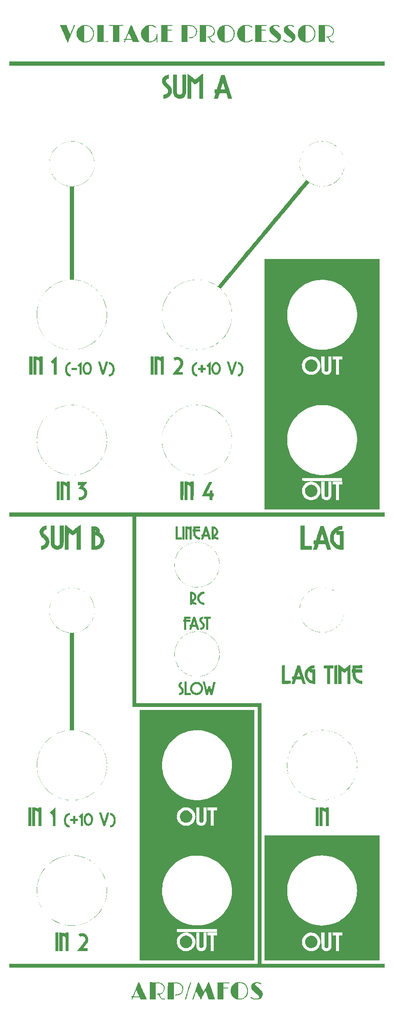
<source format=gto>
G04 #@! TF.GenerationSoftware,KiCad,Pcbnew,6.0.7-f9a2dced07~116~ubuntu22.04.1*
G04 #@! TF.CreationDate,2022-09-02T23:25:56-04:00*
G04 #@! TF.ProjectId,voltproc_panel,766f6c74-7072-46f6-935f-70616e656c2e,rev?*
G04 #@! TF.SameCoordinates,Original*
G04 #@! TF.FileFunction,Legend,Top*
G04 #@! TF.FilePolarity,Positive*
%FSLAX46Y46*%
G04 Gerber Fmt 4.6, Leading zero omitted, Abs format (unit mm)*
G04 Created by KiCad (PCBNEW 6.0.7-f9a2dced07~116~ubuntu22.04.1) date 2022-09-02 23:25:56*
%MOMM*%
%LPD*%
G01*
G04 APERTURE LIST*
G04 APERTURE END LIST*
G04 #@! TO.C,GRAF2*
G36*
X52401544Y-201015031D02*
G01*
X52425926Y-201060792D01*
X52415476Y-201139943D01*
X52380505Y-201232959D01*
X52363586Y-201279224D01*
X52333859Y-201369499D01*
X52292796Y-201498989D01*
X52241868Y-201662899D01*
X52182547Y-201856434D01*
X52116305Y-202074799D01*
X52044615Y-202313199D01*
X51968947Y-202566841D01*
X51909980Y-202765850D01*
X51814949Y-203087334D01*
X51733120Y-203363595D01*
X51663372Y-203598199D01*
X51604583Y-203794716D01*
X51555630Y-203956713D01*
X51515392Y-204087758D01*
X51482747Y-204191419D01*
X51456573Y-204271264D01*
X51435749Y-204330860D01*
X51419151Y-204373777D01*
X51405659Y-204403581D01*
X51394150Y-204423841D01*
X51384535Y-204436894D01*
X51331876Y-204466128D01*
X51264850Y-204465980D01*
X51215096Y-204440361D01*
X51194928Y-204416334D01*
X51188075Y-204389084D01*
X51196539Y-204347391D01*
X51222322Y-204280031D01*
X51258809Y-204195453D01*
X51279639Y-204139744D01*
X51312983Y-204040188D01*
X51357297Y-203901805D01*
X51411038Y-203729618D01*
X51472662Y-203528649D01*
X51540627Y-203303918D01*
X51613389Y-203060448D01*
X51689404Y-202803260D01*
X51744582Y-202614815D01*
X51821228Y-202353498D01*
X51895133Y-202104367D01*
X51964839Y-201872149D01*
X52028888Y-201661574D01*
X52085821Y-201477368D01*
X52134180Y-201324261D01*
X52172508Y-201206981D01*
X52199345Y-201130255D01*
X52211145Y-201102002D01*
X52253209Y-201036224D01*
X52294839Y-201006442D01*
X52341938Y-201000301D01*
X52401544Y-201015031D01*
G37*
G36*
X73329639Y-138776360D02*
G01*
X73394857Y-138567246D01*
X73455318Y-138373244D01*
X73508987Y-138200895D01*
X73553825Y-138056740D01*
X73587796Y-137947319D01*
X73608864Y-137879175D01*
X73610307Y-137874479D01*
X73663228Y-137702010D01*
X73934450Y-137709213D01*
X74205672Y-137716417D01*
X74770481Y-139521622D01*
X74861843Y-139814149D01*
X74948668Y-140093168D01*
X75029766Y-140354789D01*
X75103945Y-140595120D01*
X75170014Y-140810270D01*
X75226781Y-140996350D01*
X75273057Y-141149467D01*
X75307648Y-141265731D01*
X75329365Y-141341250D01*
X75337015Y-141372104D01*
X75333751Y-141391035D01*
X75316767Y-141403455D01*
X75277849Y-141410379D01*
X75208782Y-141412820D01*
X75101353Y-141411795D01*
X75028248Y-141410242D01*
X74717756Y-141403104D01*
X74446454Y-140551352D01*
X73416416Y-140551352D01*
X73362321Y-140722973D01*
X73330464Y-140824270D01*
X73289999Y-140953256D01*
X73247464Y-141089079D01*
X73226787Y-141155206D01*
X73145348Y-141415816D01*
X72830933Y-141415816D01*
X72694001Y-141413834D01*
X72592464Y-141408187D01*
X72531844Y-141399321D01*
X72516517Y-141390358D01*
X72523986Y-141358629D01*
X72544634Y-141287288D01*
X72575817Y-141185052D01*
X72614896Y-141060635D01*
X72643644Y-140970871D01*
X72686346Y-140837773D01*
X72722940Y-140722294D01*
X72750810Y-140632801D01*
X72767341Y-140577666D01*
X72770771Y-140564097D01*
X72748635Y-140555141D01*
X72695316Y-140551352D01*
X72618219Y-140551352D01*
X72618219Y-139941142D01*
X72966016Y-139941142D01*
X72971970Y-139922072D01*
X73610178Y-139922072D01*
X73633852Y-139929295D01*
X73698760Y-139935263D01*
X73795290Y-139939398D01*
X73913832Y-139941124D01*
X73927628Y-139941142D01*
X74071488Y-139939554D01*
X74169269Y-139934494D01*
X74225651Y-139925512D01*
X74245317Y-139912162D01*
X74245446Y-139910729D01*
X74238113Y-139877358D01*
X74217816Y-139804261D01*
X74187106Y-139700134D01*
X74148532Y-139573678D01*
X74116835Y-139472140D01*
X74071864Y-139329402D01*
X74030319Y-139197513D01*
X73995444Y-139086778D01*
X73970486Y-139007503D01*
X73961085Y-138977618D01*
X73951411Y-138950930D01*
X73941410Y-138939517D01*
X73928824Y-138948397D01*
X73911395Y-138982585D01*
X73886864Y-139047099D01*
X73852974Y-139146954D01*
X73807467Y-139287168D01*
X73772246Y-139397138D01*
X73723908Y-139549181D01*
X73681301Y-139684770D01*
X73646724Y-139796458D01*
X73622476Y-139876799D01*
X73610857Y-139918345D01*
X73610178Y-139922072D01*
X72971970Y-139922072D01*
X73261702Y-138994044D01*
X73329639Y-138776360D01*
G37*
G36*
X48199137Y-9807756D02*
G01*
X48370263Y-9809192D01*
X48510248Y-9811379D01*
X48613473Y-9814259D01*
X48674320Y-9817778D01*
X48687189Y-9819789D01*
X48746049Y-9858541D01*
X48766268Y-9915884D01*
X48751343Y-9963466D01*
X48737134Y-9977612D01*
X48710511Y-9987802D01*
X48664674Y-9994447D01*
X48592820Y-9997958D01*
X48488149Y-9998745D01*
X48343860Y-9997220D01*
X48226076Y-9995192D01*
X47726727Y-9985878D01*
X47726727Y-10703704D01*
X48109780Y-10703704D01*
X48281281Y-10705350D01*
X48408123Y-10711149D01*
X48496418Y-10722392D01*
X48552277Y-10740371D01*
X48581812Y-10766375D01*
X48591135Y-10801697D01*
X48591192Y-10805406D01*
X48583400Y-10841637D01*
X48555950Y-10868433D01*
X48502730Y-10887086D01*
X48417628Y-10898887D01*
X48294534Y-10905126D01*
X48127336Y-10907096D01*
X48109780Y-10907108D01*
X47726727Y-10907108D01*
X47726727Y-13048757D01*
X48216167Y-13039444D01*
X48370243Y-13037571D01*
X48507769Y-13037900D01*
X48620304Y-13040251D01*
X48699411Y-13044441D01*
X48736649Y-13050288D01*
X48737388Y-13050700D01*
X48767417Y-13093802D01*
X48757297Y-13145247D01*
X48711001Y-13188098D01*
X48704410Y-13191315D01*
X48667799Y-13199389D01*
X48594962Y-13206074D01*
X48483516Y-13211431D01*
X48331080Y-13215522D01*
X48135275Y-13218409D01*
X47893718Y-13220151D01*
X47604029Y-13220812D01*
X47560266Y-13220821D01*
X46480881Y-13220821D01*
X46480881Y-9815914D01*
X47555106Y-9808508D01*
X47785939Y-9807358D01*
X48002489Y-9807126D01*
X48199137Y-9807756D01*
G37*
G36*
X30778108Y-167120307D02*
G01*
X30781211Y-167191074D01*
X30783812Y-167303318D01*
X30785869Y-167452355D01*
X30787335Y-167633499D01*
X30788167Y-167842064D01*
X30788321Y-168073364D01*
X30787752Y-168322715D01*
X30787262Y-168436687D01*
X30780681Y-169777878D01*
X30570921Y-169785263D01*
X30361162Y-169792648D01*
X30361162Y-168026723D01*
X30206002Y-168175375D01*
X30073822Y-168024684D01*
X30011602Y-167951572D01*
X29965129Y-167892815D01*
X29942584Y-167858876D01*
X29941642Y-167855610D01*
X29959588Y-167833568D01*
X30008991Y-167783930D01*
X30083197Y-167712766D01*
X30175553Y-167626148D01*
X30279405Y-167530144D01*
X30388100Y-167430827D01*
X30494983Y-167334265D01*
X30593402Y-167246530D01*
X30676703Y-167173691D01*
X30738233Y-167121820D01*
X30771337Y-167096987D01*
X30774550Y-167095704D01*
X30778108Y-167120307D01*
G37*
G36*
X52263453Y-141916275D02*
G01*
X52354439Y-141701560D01*
X52480556Y-141505619D01*
X52637880Y-141333511D01*
X52822487Y-141190295D01*
X53030453Y-141081032D01*
X53257852Y-141010781D01*
X53500761Y-140984602D01*
X53511011Y-140984542D01*
X53715799Y-140996493D01*
X53899041Y-141036882D01*
X54084418Y-141111346D01*
X54122236Y-141130013D01*
X54333379Y-141263376D01*
X54510820Y-141429114D01*
X54652837Y-141621077D01*
X54757710Y-141833114D01*
X54823718Y-142059073D01*
X54849139Y-142292803D01*
X54832254Y-142528153D01*
X54771340Y-142758972D01*
X54664678Y-142979108D01*
X54647285Y-143006739D01*
X54502007Y-143191737D01*
X54324764Y-143353427D01*
X54126508Y-143483872D01*
X53918195Y-143575134D01*
X53828122Y-143600384D01*
X53714234Y-143616982D01*
X53572959Y-143623846D01*
X53424217Y-143621254D01*
X53287927Y-143609486D01*
X53193194Y-143591506D01*
X52960289Y-143501203D01*
X52747476Y-143368307D01*
X52560977Y-143199144D01*
X52407012Y-143000043D01*
X52291804Y-142777333D01*
X52240533Y-142622467D01*
X52202576Y-142381788D01*
X52205468Y-142305171D01*
X52646547Y-142305171D01*
X52649499Y-142426462D01*
X52660795Y-142516926D01*
X52684100Y-142596373D01*
X52712681Y-142662822D01*
X52826605Y-142853052D01*
X52969543Y-143002169D01*
X53139171Y-143108743D01*
X53333164Y-143171341D01*
X53549199Y-143188530D01*
X53564852Y-143188005D01*
X53689354Y-143178897D01*
X53785460Y-143159963D01*
X53875413Y-143126020D01*
X53916774Y-143106009D01*
X54091934Y-142991484D01*
X54230696Y-142847754D01*
X54331744Y-142681764D01*
X54393762Y-142500456D01*
X54415435Y-142310773D01*
X54395446Y-142119658D01*
X54332479Y-141934055D01*
X54225219Y-141760907D01*
X54181469Y-141709420D01*
X54070376Y-141605683D01*
X53949142Y-141521077D01*
X53909940Y-141500043D01*
X53829818Y-141464452D01*
X53757076Y-141443087D01*
X53673401Y-141432463D01*
X53560480Y-141429099D01*
X53536437Y-141428997D01*
X53414833Y-141431130D01*
X53325515Y-141440318D01*
X53250057Y-141459857D01*
X53170035Y-141493046D01*
X53164717Y-141495529D01*
X52982470Y-141605115D01*
X52838139Y-141746869D01*
X52729426Y-141920170D01*
X52687170Y-142011868D01*
X52662240Y-142087821D01*
X52650206Y-142168611D01*
X52646637Y-142274821D01*
X52646547Y-142305171D01*
X52205468Y-142305171D01*
X52211524Y-142144704D01*
X52263453Y-141916275D01*
G37*
G36*
X34298381Y-77197548D02*
G01*
X34402925Y-77534919D01*
X34496784Y-77836818D01*
X34579396Y-78101464D01*
X34650200Y-78327078D01*
X34708635Y-78511878D01*
X34754137Y-78654083D01*
X34786147Y-78751912D01*
X34804103Y-78803586D01*
X34807194Y-78810879D01*
X34818199Y-78794514D01*
X34842233Y-78734602D01*
X34877557Y-78636254D01*
X34922432Y-78504584D01*
X34975120Y-78344702D01*
X35033881Y-78161722D01*
X35096976Y-77960754D01*
X35103352Y-77940203D01*
X35382683Y-77038929D01*
X35605156Y-77038784D01*
X35704379Y-77041182D01*
X35780803Y-77047716D01*
X35822925Y-77057188D01*
X35827628Y-77061950D01*
X35820280Y-77088720D01*
X35799350Y-77158628D01*
X35766513Y-77266303D01*
X35723442Y-77406375D01*
X35671811Y-77573473D01*
X35613293Y-77762226D01*
X35549563Y-77967263D01*
X35482294Y-78183214D01*
X35413160Y-78404708D01*
X35343835Y-78626375D01*
X35275991Y-78842843D01*
X35211304Y-79048742D01*
X35151446Y-79238701D01*
X35098091Y-79407349D01*
X35052914Y-79549316D01*
X35036601Y-79600251D01*
X35010071Y-79682883D01*
X34814996Y-79682454D01*
X34619920Y-79682026D01*
X34215604Y-78392114D01*
X34138374Y-78145784D01*
X34065575Y-77913696D01*
X33998651Y-77700454D01*
X33939050Y-77510661D01*
X33888217Y-77348918D01*
X33847599Y-77219828D01*
X33818641Y-77127994D01*
X33802791Y-77078019D01*
X33800322Y-77070421D01*
X33808187Y-77054544D01*
X33849257Y-77044591D01*
X33929924Y-77039635D01*
X34019282Y-77038639D01*
X34249208Y-77038639D01*
X34298381Y-77197548D01*
G37*
G36*
X51741550Y-166706151D02*
G01*
X51957943Y-166787024D01*
X52161485Y-166911655D01*
X52333068Y-167066043D01*
X52492464Y-167270196D01*
X52603546Y-167488508D01*
X52665843Y-167717911D01*
X52678885Y-167955336D01*
X52642201Y-168197715D01*
X52555322Y-168441978D01*
X52546814Y-168460193D01*
X52420817Y-168668604D01*
X52259048Y-168844962D01*
X52067598Y-168986080D01*
X51852559Y-169088770D01*
X51620023Y-169149845D01*
X51376082Y-169166116D01*
X51223626Y-169152582D01*
X51068053Y-169113582D01*
X50899363Y-169045303D01*
X50737392Y-168957198D01*
X50601973Y-168858718D01*
X50595941Y-168853413D01*
X50433865Y-168677675D01*
X50309951Y-168476922D01*
X50225457Y-168258616D01*
X50181641Y-168030218D01*
X50179762Y-167799190D01*
X50221077Y-167572992D01*
X50306846Y-167359087D01*
X50335387Y-167308397D01*
X50485599Y-167101915D01*
X50661994Y-166934455D01*
X50858997Y-166806693D01*
X51071030Y-166719304D01*
X51292517Y-166672967D01*
X51517882Y-166668357D01*
X51741550Y-166706151D01*
G37*
G36*
X46653451Y-66754215D02*
G01*
X46755487Y-66171206D01*
X46823464Y-65888189D01*
X46997262Y-65324166D01*
X47217242Y-64779406D01*
X47481540Y-64256518D01*
X47788291Y-63758110D01*
X48135629Y-63286794D01*
X48521691Y-62845177D01*
X48944612Y-62435871D01*
X49402527Y-62061483D01*
X49717133Y-61838707D01*
X50196788Y-61544223D01*
X50690662Y-61292962D01*
X51203919Y-61082940D01*
X51741725Y-60912170D01*
X52309247Y-60778669D01*
X52621122Y-60722785D01*
X52770526Y-60704627D01*
X52960127Y-60690728D01*
X53179448Y-60681085D01*
X53418014Y-60675693D01*
X53665348Y-60674548D01*
X53910975Y-60677647D01*
X54144420Y-60684986D01*
X54355206Y-60696560D01*
X54532857Y-60712365D01*
X54617017Y-60723537D01*
X55209451Y-60840432D01*
X55784653Y-61002638D01*
X56339227Y-61208847D01*
X56869780Y-61457755D01*
X57372913Y-61748057D01*
X57504101Y-61833689D01*
X57731359Y-61985905D01*
X57785548Y-61929139D01*
X57803973Y-61907378D01*
X57853796Y-61847921D01*
X57933873Y-61752143D01*
X58043056Y-61621421D01*
X58180200Y-61457128D01*
X58344158Y-61260642D01*
X58533785Y-61033338D01*
X58747934Y-60776590D01*
X58985458Y-60491776D01*
X59245213Y-60180270D01*
X59526050Y-59843448D01*
X59826826Y-59482686D01*
X60146392Y-59099359D01*
X60483604Y-58694843D01*
X60837314Y-58270513D01*
X61206377Y-57827745D01*
X61589646Y-57367915D01*
X61985975Y-56892397D01*
X62394219Y-56402569D01*
X62813231Y-55899805D01*
X63241864Y-55385480D01*
X63678973Y-54860971D01*
X64123411Y-54327654D01*
X64574032Y-53786903D01*
X65029691Y-53240094D01*
X65489240Y-52688603D01*
X65951534Y-52133805D01*
X66415426Y-51577076D01*
X66879770Y-51019793D01*
X67343421Y-50463329D01*
X67805232Y-49909061D01*
X68264056Y-49358364D01*
X68718748Y-48812614D01*
X69168161Y-48273187D01*
X69611149Y-47741458D01*
X70046566Y-47218803D01*
X70473266Y-46706596D01*
X70890103Y-46206215D01*
X71295930Y-45719034D01*
X71689602Y-45246430D01*
X72069972Y-44789777D01*
X72435893Y-44350451D01*
X72786220Y-43929828D01*
X73119807Y-43529283D01*
X73435507Y-43150193D01*
X73732175Y-42793931D01*
X74008663Y-42461876D01*
X74263826Y-42155400D01*
X74496518Y-41875882D01*
X74705592Y-41624695D01*
X74889902Y-41403215D01*
X75048303Y-41212819D01*
X75179648Y-41054881D01*
X75282790Y-40930778D01*
X75356584Y-40841885D01*
X75399883Y-40789577D01*
X75411304Y-40775631D01*
X75424462Y-40750199D01*
X75419109Y-40719959D01*
X75390206Y-40675639D01*
X75332709Y-40607964D01*
X75301038Y-40572787D01*
X75000251Y-40204355D01*
X74742432Y-39811301D01*
X74528345Y-39397254D01*
X74358752Y-38965840D01*
X74234417Y-38520685D01*
X74156104Y-38065416D01*
X74124575Y-37603661D01*
X74133839Y-37334972D01*
X74156786Y-37334972D01*
X74160122Y-37789616D01*
X74209905Y-38243713D01*
X74306721Y-38693571D01*
X74451155Y-39135495D01*
X74591249Y-39459860D01*
X74818221Y-39876044D01*
X75084749Y-40263060D01*
X75387833Y-40618245D01*
X75724476Y-40938930D01*
X76091680Y-41222450D01*
X76486447Y-41466139D01*
X76905778Y-41667331D01*
X77195796Y-41775965D01*
X77606952Y-41896175D01*
X78002914Y-41975072D01*
X78395910Y-42014172D01*
X78798163Y-42014989D01*
X79012713Y-42000988D01*
X79484466Y-41935714D01*
X79938727Y-41824191D01*
X80373025Y-41668752D01*
X80784889Y-41471731D01*
X81171849Y-41235459D01*
X81531434Y-40962270D01*
X81861173Y-40654496D01*
X82158595Y-40314472D01*
X82421229Y-39944528D01*
X82646605Y-39546999D01*
X82832252Y-39124217D01*
X82975698Y-38678515D01*
X83074474Y-38212225D01*
X83082742Y-38158174D01*
X83103448Y-37962420D01*
X83114365Y-37734625D01*
X83115865Y-37489058D01*
X83108322Y-37239985D01*
X83092107Y-37001676D01*
X83067595Y-36788399D01*
X83043330Y-36650351D01*
X82917445Y-36178037D01*
X82747369Y-35729058D01*
X82534674Y-35305567D01*
X82280930Y-34909716D01*
X81987709Y-34543657D01*
X81656583Y-34209544D01*
X81289124Y-33909529D01*
X80886902Y-33645763D01*
X80822939Y-33609047D01*
X80632949Y-33510278D01*
X80416587Y-33411441D01*
X80192732Y-33320388D01*
X79980266Y-33244967D01*
X79860763Y-33209014D01*
X79692790Y-33164256D01*
X79549258Y-33129802D01*
X79418964Y-33104331D01*
X79290708Y-33086519D01*
X79153288Y-33075044D01*
X78995501Y-33068583D01*
X78806148Y-33065815D01*
X78644044Y-33065366D01*
X78443806Y-33065903D01*
X78284852Y-33067936D01*
X78157627Y-33072101D01*
X78052571Y-33079031D01*
X77960126Y-33089361D01*
X77870736Y-33103725D01*
X77774841Y-33122757D01*
X77772815Y-33123184D01*
X77299242Y-33246874D01*
X76854370Y-33412243D01*
X76436361Y-33620309D01*
X76043377Y-33872092D01*
X75673579Y-34168612D01*
X75384857Y-34447424D01*
X75079431Y-34802474D01*
X74816360Y-35182832D01*
X74596227Y-35584804D01*
X74419619Y-36004698D01*
X74287120Y-36438820D01*
X74199314Y-36883476D01*
X74156786Y-37334972D01*
X74133839Y-37334972D01*
X74140594Y-37139046D01*
X74204925Y-36675198D01*
X74318330Y-36215743D01*
X74357902Y-36091600D01*
X74530243Y-35655173D01*
X74745799Y-35242620D01*
X75001572Y-34856590D01*
X75294566Y-34499731D01*
X75621786Y-34174693D01*
X75980237Y-33884125D01*
X76366921Y-33630675D01*
X76778843Y-33416992D01*
X77213008Y-33245725D01*
X77666418Y-33119523D01*
X77736244Y-33104573D01*
X78198928Y-33034099D01*
X78657017Y-33012277D01*
X79107801Y-33037046D01*
X79548569Y-33106342D01*
X79976611Y-33218104D01*
X80389215Y-33370270D01*
X80783673Y-33560778D01*
X81157272Y-33787566D01*
X81507303Y-34048570D01*
X81831055Y-34341730D01*
X82125817Y-34664983D01*
X82388879Y-35016267D01*
X82617531Y-35393520D01*
X82809061Y-35794680D01*
X82960760Y-36217684D01*
X83069917Y-36660471D01*
X83133820Y-37120978D01*
X83141025Y-37216450D01*
X83148089Y-37704281D01*
X83105728Y-38180957D01*
X83014453Y-38644928D01*
X82874774Y-39094643D01*
X82687204Y-39528550D01*
X82452252Y-39945100D01*
X82170430Y-40342741D01*
X82070809Y-40465288D01*
X81761018Y-40795545D01*
X81416790Y-41091617D01*
X81042877Y-41351534D01*
X80644029Y-41573325D01*
X80224999Y-41755020D01*
X79790537Y-41894650D01*
X79345394Y-41990244D01*
X78894322Y-42039833D01*
X78442070Y-42041445D01*
X78294445Y-42031207D01*
X77836814Y-41969525D01*
X77393045Y-41867108D01*
X76969611Y-41726081D01*
X76572988Y-41548567D01*
X76241342Y-41357453D01*
X76158402Y-41306829D01*
X76092093Y-41272083D01*
X76053210Y-41258658D01*
X76048077Y-41260005D01*
X76031024Y-41280432D01*
X75982352Y-41338798D01*
X75902998Y-41433978D01*
X75793899Y-41564847D01*
X75655994Y-41730282D01*
X75490218Y-41929158D01*
X75297509Y-42160350D01*
X75078804Y-42422734D01*
X74835041Y-42715186D01*
X74567156Y-43036581D01*
X74276087Y-43385795D01*
X73962771Y-43761703D01*
X73628145Y-44163181D01*
X73273146Y-44589105D01*
X72898711Y-45038350D01*
X72505779Y-45509791D01*
X72095285Y-46002305D01*
X71668167Y-46514767D01*
X71225362Y-47046053D01*
X70767807Y-47595037D01*
X70296440Y-48160596D01*
X69812197Y-48741605D01*
X69316017Y-49336941D01*
X68808835Y-49945477D01*
X68291590Y-50566091D01*
X67765218Y-51197657D01*
X67230656Y-51839052D01*
X67189777Y-51888101D01*
X58346763Y-62498423D01*
X58441353Y-62576392D01*
X58520713Y-62649098D01*
X58623522Y-62754216D01*
X58742594Y-62883571D01*
X58870740Y-63028990D01*
X59000773Y-63182299D01*
X59125505Y-63335325D01*
X59237749Y-63479893D01*
X59248810Y-63494640D01*
X59582137Y-63981726D01*
X59869884Y-64489997D01*
X60112451Y-65020448D01*
X60310239Y-65574078D01*
X60463648Y-66151883D01*
X60573077Y-66754861D01*
X60581755Y-66817618D01*
X60602867Y-67023522D01*
X60616986Y-67265704D01*
X60624109Y-67530075D01*
X60624234Y-67802544D01*
X60617358Y-68069022D01*
X60603477Y-68315420D01*
X60582589Y-68527647D01*
X60582105Y-68531411D01*
X60500161Y-69040054D01*
X60388201Y-69519494D01*
X60241991Y-69983748D01*
X60057301Y-70446836D01*
X59906075Y-70771272D01*
X59707935Y-71151158D01*
X59502568Y-71495827D01*
X59281361Y-71817266D01*
X59035703Y-72127464D01*
X58756984Y-72438408D01*
X58571636Y-72628983D01*
X58223898Y-72959111D01*
X57877611Y-73249176D01*
X57520559Y-73508092D01*
X57140524Y-73744774D01*
X56761928Y-73949616D01*
X56313337Y-74154960D01*
X55833014Y-74332802D01*
X55334452Y-74478888D01*
X54831147Y-74588964D01*
X54627360Y-74622579D01*
X54442451Y-74644997D01*
X54223191Y-74663381D01*
X53982957Y-74677292D01*
X53735126Y-74686290D01*
X53493073Y-74689938D01*
X53270175Y-74687795D01*
X53079809Y-74679424D01*
X53025598Y-74675146D01*
X52432336Y-74596561D01*
X51849843Y-74469695D01*
X51282256Y-74295711D01*
X50733713Y-74075774D01*
X50498099Y-73964070D01*
X50094469Y-73749164D01*
X49724298Y-73521021D01*
X49375771Y-73271090D01*
X49037074Y-72990820D01*
X48696393Y-72671660D01*
X48653281Y-72628807D01*
X48358704Y-72320999D01*
X48100970Y-72021259D01*
X47871309Y-71717327D01*
X47660947Y-71396943D01*
X47461113Y-71047847D01*
X47305978Y-70745846D01*
X47068482Y-70206971D01*
X46878563Y-69652458D01*
X46736531Y-69085419D01*
X46642695Y-68508964D01*
X46597364Y-67926205D01*
X46598093Y-67803584D01*
X46620419Y-67803584D01*
X46654340Y-68376998D01*
X46734589Y-68940463D01*
X46859683Y-69491605D01*
X47028140Y-70028050D01*
X47238479Y-70547426D01*
X47489219Y-71047360D01*
X47778877Y-71525477D01*
X48105972Y-71979404D01*
X48469022Y-72406768D01*
X48866546Y-72805196D01*
X49297061Y-73172313D01*
X49759086Y-73505748D01*
X50251140Y-73803126D01*
X50771741Y-74062074D01*
X51319406Y-74280219D01*
X51509297Y-74343962D01*
X51924992Y-74460292D01*
X52375366Y-74553718D01*
X52864901Y-74625077D01*
X53193194Y-74658884D01*
X53299428Y-74664047D01*
X53444678Y-74665222D01*
X53617304Y-74662838D01*
X53805662Y-74657327D01*
X53998110Y-74649119D01*
X54183008Y-74638644D01*
X54348712Y-74626333D01*
X54483582Y-74612617D01*
X54499700Y-74610562D01*
X55088378Y-74507981D01*
X55660514Y-74358390D01*
X56213756Y-74163362D01*
X56745752Y-73924469D01*
X57254150Y-73643283D01*
X57736597Y-73321378D01*
X58190742Y-72960327D01*
X58614231Y-72561701D01*
X59004713Y-72127074D01*
X59359836Y-71658019D01*
X59677247Y-71156107D01*
X59683988Y-71144358D01*
X59952407Y-70625416D01*
X60174266Y-70089862D01*
X60349673Y-69540906D01*
X60478734Y-68981754D01*
X60561557Y-68415617D01*
X60598248Y-67845700D01*
X60588915Y-67275213D01*
X60533665Y-66707364D01*
X60432605Y-66145360D01*
X60285841Y-65592410D01*
X60093482Y-65051722D01*
X59855633Y-64526504D01*
X59572403Y-64019963D01*
X59439269Y-63812554D01*
X59091430Y-63336403D01*
X58706486Y-62892511D01*
X58287450Y-62483077D01*
X57837332Y-62110301D01*
X57359145Y-61776380D01*
X56855900Y-61483514D01*
X56330609Y-61233901D01*
X55786285Y-61029741D01*
X55514858Y-60947334D01*
X55237467Y-60873529D01*
X54982370Y-60815252D01*
X54737561Y-60770972D01*
X54491037Y-60739158D01*
X54230790Y-60718280D01*
X53944818Y-60706807D01*
X53621113Y-60703210D01*
X53600000Y-60703211D01*
X53334954Y-60704898D01*
X53109337Y-60710331D01*
X52911797Y-60720596D01*
X52730982Y-60736777D01*
X52555540Y-60759959D01*
X52374118Y-60791225D01*
X52175364Y-60831662D01*
X52112613Y-60845313D01*
X51546377Y-60995725D01*
X50994577Y-61193763D01*
X50460933Y-61437344D01*
X49949167Y-61724388D01*
X49462999Y-62052810D01*
X49006151Y-62420529D01*
X48591192Y-62816263D01*
X48194057Y-63264070D01*
X47838591Y-63739458D01*
X47526021Y-64239951D01*
X47257575Y-64763073D01*
X47034478Y-65306349D01*
X46857959Y-65867303D01*
X46729244Y-66443461D01*
X46697484Y-66636400D01*
X46634306Y-67222593D01*
X46620419Y-67803584D01*
X46598093Y-67803584D01*
X46600846Y-67340252D01*
X46653451Y-66754215D01*
G37*
G36*
X56371372Y-128397998D02*
G01*
X55888289Y-128397998D01*
X55888289Y-130635436D01*
X55689123Y-130635436D01*
X55592923Y-130633408D01*
X55517406Y-130628035D01*
X55476149Y-130620381D01*
X55473007Y-130618486D01*
X55469444Y-130590277D01*
X55466136Y-130516495D01*
X55463163Y-130402418D01*
X55460604Y-130253324D01*
X55458539Y-130074488D01*
X55457048Y-129871191D01*
X55456212Y-129648707D01*
X55456056Y-129499767D01*
X55456056Y-128397998D01*
X54972973Y-128397998D01*
X54972973Y-127965766D01*
X56371372Y-127965766D01*
X56371372Y-128397998D01*
G37*
G36*
X65765036Y-200996818D02*
G01*
X65939204Y-201022716D01*
X66099757Y-201062589D01*
X66240547Y-201113750D01*
X66355422Y-201173506D01*
X66438234Y-201239168D01*
X66482832Y-201308045D01*
X66483066Y-201377448D01*
X66481898Y-201380637D01*
X66448550Y-201425496D01*
X66394411Y-201432250D01*
X66314889Y-201400563D01*
X66254666Y-201364004D01*
X66099056Y-201273107D01*
X65950847Y-201214891D01*
X65788564Y-201182274D01*
X65671659Y-201171815D01*
X65518532Y-201168840D01*
X65406186Y-201182530D01*
X65326583Y-201215318D01*
X65271684Y-201269642D01*
X65254746Y-201298130D01*
X65231258Y-201361631D01*
X65229520Y-201426114D01*
X65252605Y-201495963D01*
X65303583Y-201575564D01*
X65385526Y-201669302D01*
X65501506Y-201781563D01*
X65654595Y-201916731D01*
X65737121Y-201986796D01*
X65978544Y-202194187D01*
X66180626Y-202377863D01*
X66346574Y-202541954D01*
X66479598Y-202690591D01*
X66582906Y-202827905D01*
X66659704Y-202958026D01*
X66713201Y-203085085D01*
X66746606Y-203213214D01*
X66759498Y-203303227D01*
X66758033Y-203524495D01*
X66709919Y-203732704D01*
X66618589Y-203923626D01*
X66487472Y-204093037D01*
X66319999Y-204236709D01*
X66119599Y-204350416D01*
X65889705Y-204429931D01*
X65834735Y-204442579D01*
X65739802Y-204455549D01*
X65611160Y-204463818D01*
X65464192Y-204467379D01*
X65314280Y-204466226D01*
X65176806Y-204460350D01*
X65067153Y-204449747D01*
X65028729Y-204442933D01*
X64872484Y-204399992D01*
X64721467Y-204344258D01*
X64584323Y-204280322D01*
X64469695Y-204212774D01*
X64386228Y-204146206D01*
X64342565Y-204085207D01*
X64340075Y-204077192D01*
X64341626Y-204004024D01*
X64380357Y-203953049D01*
X64437042Y-203936937D01*
X64486938Y-203952077D01*
X64553230Y-203990193D01*
X64580125Y-204009892D01*
X64792151Y-204145618D01*
X65026881Y-204236461D01*
X65285240Y-204282695D01*
X65511812Y-204287661D01*
X65708090Y-204268728D01*
X65859204Y-204228926D01*
X65966798Y-204167255D01*
X66032517Y-204082716D01*
X66058004Y-203974309D01*
X66058459Y-203955443D01*
X66054556Y-203896487D01*
X66040441Y-203839553D01*
X66012505Y-203780752D01*
X65967138Y-203716196D01*
X65900730Y-203641994D01*
X65809672Y-203554259D01*
X65690355Y-203449101D01*
X65539168Y-203322631D01*
X65352503Y-203170959D01*
X65265507Y-203101092D01*
X65070972Y-202941996D01*
X64913341Y-202805090D01*
X64787078Y-202684551D01*
X64686647Y-202574554D01*
X64606513Y-202469276D01*
X64541142Y-202362892D01*
X64513375Y-202309710D01*
X64481368Y-202240111D01*
X64460977Y-202177093D01*
X64449649Y-202105695D01*
X64444830Y-202010956D01*
X64443944Y-201902903D01*
X64445387Y-201776120D01*
X64451266Y-201685782D01*
X64463904Y-201617528D01*
X64485627Y-201556995D01*
X64507196Y-201512088D01*
X64619454Y-201347070D01*
X64771113Y-201210996D01*
X64958613Y-201105601D01*
X65178396Y-201032619D01*
X65426904Y-200993783D01*
X65583404Y-200987588D01*
X65765036Y-200996818D01*
G37*
G36*
X53893458Y-200908272D02*
G01*
X53928192Y-200970934D01*
X53981316Y-201069747D01*
X54050426Y-201200163D01*
X54133122Y-201357630D01*
X54227000Y-201537598D01*
X54329657Y-201735516D01*
X54409740Y-201890617D01*
X54517440Y-202098894D01*
X54618289Y-202292560D01*
X54709867Y-202467066D01*
X54789753Y-202617861D01*
X54855526Y-202740395D01*
X54904764Y-202830117D01*
X54935048Y-202882477D01*
X54943824Y-202894495D01*
X54958300Y-202872482D01*
X54993010Y-202809497D01*
X55045590Y-202710120D01*
X55113673Y-202578932D01*
X55194895Y-202420513D01*
X55286890Y-202239444D01*
X55387293Y-202040306D01*
X55465062Y-201885105D01*
X55597413Y-201621589D01*
X55708952Y-201402378D01*
X55800585Y-201225799D01*
X55873218Y-201090175D01*
X55927758Y-200993833D01*
X55965111Y-200935099D01*
X55986182Y-200912297D01*
X55990758Y-200913586D01*
X56001763Y-200942140D01*
X56027756Y-201014075D01*
X56067109Y-201124712D01*
X56118192Y-201269370D01*
X56179377Y-201443372D01*
X56249037Y-201642038D01*
X56325541Y-201860689D01*
X56407263Y-202094646D01*
X56492572Y-202339229D01*
X56579842Y-202589761D01*
X56667443Y-202841562D01*
X56753747Y-203089952D01*
X56837125Y-203330253D01*
X56915949Y-203557786D01*
X56988591Y-203767871D01*
X57053421Y-203955830D01*
X57108812Y-204116983D01*
X57153135Y-204246652D01*
X57184762Y-204340156D01*
X57202063Y-204392819D01*
X57204491Y-204400951D01*
X57205202Y-204414584D01*
X57195407Y-204425117D01*
X57169450Y-204432948D01*
X57121676Y-204438472D01*
X57046429Y-204442087D01*
X56938054Y-204444190D01*
X56790893Y-204445176D01*
X56599293Y-204445443D01*
X56570076Y-204445446D01*
X55923811Y-204445446D01*
X55635219Y-203549200D01*
X55569287Y-203345282D01*
X55507772Y-203156628D01*
X55452501Y-202988721D01*
X55405300Y-202847041D01*
X55367996Y-202737074D01*
X55342418Y-202664299D01*
X55330392Y-202634201D01*
X55330175Y-202633909D01*
X55316000Y-202651784D01*
X55282563Y-202710858D01*
X55232294Y-202806338D01*
X55167624Y-202933432D01*
X55090984Y-203087346D01*
X55004803Y-203263288D01*
X54911511Y-203456465D01*
X54885357Y-203511086D01*
X54789423Y-203711718D01*
X54699449Y-203899733D01*
X54618005Y-204069773D01*
X54547662Y-204216478D01*
X54490988Y-204334489D01*
X54450553Y-204418447D01*
X54428929Y-204462993D01*
X54427032Y-204466813D01*
X54417931Y-204479322D01*
X54405770Y-204481053D01*
X54388134Y-204468227D01*
X54362606Y-204437065D01*
X54326768Y-204383787D01*
X54278204Y-204304615D01*
X54214498Y-204195769D01*
X54133232Y-204053471D01*
X54031989Y-203873942D01*
X53918916Y-203672268D01*
X53812066Y-203482319D01*
X53712505Y-203307054D01*
X53623036Y-203151277D01*
X53546461Y-203019792D01*
X53485582Y-202917400D01*
X53443200Y-202848905D01*
X53422117Y-202819111D01*
X53420699Y-202818219D01*
X53402225Y-202840206D01*
X53384102Y-202893772D01*
X53382657Y-202900082D01*
X53367278Y-202957234D01*
X53338626Y-203051754D01*
X53299227Y-203176147D01*
X53251608Y-203322915D01*
X53198296Y-203484561D01*
X53141817Y-203653588D01*
X53084698Y-203822500D01*
X53029465Y-203983799D01*
X52978647Y-204129989D01*
X52934768Y-204253573D01*
X52900356Y-204347053D01*
X52877938Y-204402933D01*
X52872533Y-204413664D01*
X52819169Y-204461091D01*
X52756097Y-204469542D01*
X52700663Y-204439356D01*
X52681254Y-204409931D01*
X52671624Y-204375713D01*
X52674802Y-204332760D01*
X52693549Y-204271104D01*
X52730621Y-204180776D01*
X52767442Y-204098469D01*
X52796132Y-204028844D01*
X52838873Y-203916014D01*
X52893870Y-203765095D01*
X52959333Y-203581204D01*
X53033469Y-203369456D01*
X53114486Y-203134967D01*
X53200592Y-202882852D01*
X53289994Y-202618228D01*
X53374017Y-202366917D01*
X53461519Y-202104470D01*
X53544463Y-201856890D01*
X53621443Y-201628301D01*
X53691049Y-201422827D01*
X53751874Y-201244593D01*
X53802510Y-201097725D01*
X53841548Y-200986345D01*
X53867580Y-200914579D01*
X53879198Y-200886551D01*
X53879516Y-200886313D01*
X53893458Y-200908272D01*
G37*
G36*
X56345946Y-79682883D02*
G01*
X55913714Y-79682883D01*
X55913714Y-77944441D01*
X55840886Y-78014214D01*
X55768058Y-78083988D01*
X55624083Y-77924890D01*
X55480108Y-77765793D01*
X55538002Y-77712005D01*
X55574057Y-77678908D01*
X55640083Y-77618662D01*
X55728377Y-77538269D01*
X55831232Y-77444731D01*
X55940945Y-77345048D01*
X56049810Y-77246222D01*
X56150122Y-77155256D01*
X56234177Y-77079151D01*
X56276026Y-77041345D01*
X56345946Y-76978274D01*
X56345946Y-79682883D01*
G37*
G36*
X67235636Y-9806657D02*
G01*
X67336736Y-9807170D01*
X67394777Y-9807993D01*
X67402945Y-9808304D01*
X67495221Y-9826567D01*
X67546212Y-9866445D01*
X67552775Y-9924136D01*
X67533671Y-9966367D01*
X67518473Y-9979630D01*
X67487780Y-9989119D01*
X67434980Y-9995207D01*
X67353458Y-9998266D01*
X67236601Y-9998667D01*
X67077794Y-9996784D01*
X67012839Y-9995685D01*
X66516117Y-9986865D01*
X66516117Y-10703704D01*
X66908395Y-10703704D01*
X67064829Y-10704608D01*
X67178021Y-10707775D01*
X67255557Y-10713890D01*
X67305019Y-10723635D01*
X67333994Y-10737696D01*
X67339546Y-10742578D01*
X67363674Y-10797531D01*
X67348044Y-10857327D01*
X67318872Y-10887649D01*
X67285041Y-10894172D01*
X67209915Y-10899754D01*
X67103045Y-10903958D01*
X66973983Y-10906344D01*
X66903854Y-10906718D01*
X66516117Y-10907108D01*
X66516117Y-13049150D01*
X67015437Y-13039640D01*
X67187502Y-13036684D01*
X67315703Y-13035617D01*
X67407006Y-13036920D01*
X67468377Y-13041077D01*
X67506785Y-13048572D01*
X67529195Y-13059887D01*
X67542574Y-13075505D01*
X67543015Y-13076218D01*
X67555719Y-13115943D01*
X67531994Y-13153357D01*
X67511248Y-13171563D01*
X67494679Y-13183505D01*
X67473647Y-13193347D01*
X67443420Y-13201290D01*
X67399265Y-13207538D01*
X67336451Y-13212294D01*
X67250245Y-13215758D01*
X67135916Y-13218135D01*
X66988731Y-13219628D01*
X66803958Y-13220437D01*
X66576865Y-13220767D01*
X66360747Y-13220821D01*
X65270271Y-13220821D01*
X65270271Y-9813814D01*
X66293644Y-9808682D01*
X66520300Y-9807672D01*
X66733810Y-9806963D01*
X66928191Y-9806556D01*
X67097461Y-9806453D01*
X67235636Y-9806657D01*
G37*
G36*
X56448477Y-101092001D02*
G01*
X56549353Y-101094486D01*
X56619867Y-101098183D01*
X56650488Y-101102729D01*
X56651051Y-101103460D01*
X56639890Y-101127903D01*
X56607882Y-101193261D01*
X56557237Y-101295127D01*
X56490169Y-101429094D01*
X56408889Y-101590755D01*
X56315610Y-101775704D01*
X56212542Y-101979532D01*
X56101898Y-102197834D01*
X56089544Y-102222178D01*
X55528037Y-103328529D01*
X56140929Y-103328529D01*
X56148092Y-103029780D01*
X56155256Y-102731031D01*
X56727328Y-102716653D01*
X56727328Y-103328529D01*
X56930731Y-103328529D01*
X56930731Y-103910244D01*
X56835386Y-103918135D01*
X56740040Y-103926026D01*
X56733038Y-104326477D01*
X56726037Y-104726927D01*
X56451240Y-104726927D01*
X56337730Y-104725446D01*
X56243718Y-104721437D01*
X56180425Y-104715551D01*
X56159493Y-104709977D01*
X56153628Y-104679910D01*
X56148643Y-104608197D01*
X56144920Y-104504043D01*
X56142845Y-104376651D01*
X56142543Y-104303170D01*
X56142543Y-103913314D01*
X54591652Y-103913314D01*
X55297071Y-102502203D01*
X56002490Y-101091091D01*
X56326771Y-101091091D01*
X56448477Y-101092001D01*
G37*
G36*
X51496046Y-9819891D02*
G01*
X51747205Y-9822589D01*
X51953324Y-9825337D01*
X52120213Y-9828456D01*
X52253683Y-9832267D01*
X52359543Y-9837094D01*
X52443604Y-9843256D01*
X52511676Y-9851077D01*
X52569569Y-9860877D01*
X52623094Y-9872980D01*
X52667511Y-9884767D01*
X52922784Y-9977504D01*
X53141639Y-10103720D01*
X53322634Y-10262104D01*
X53464326Y-10451347D01*
X53565276Y-10670139D01*
X53579198Y-10713179D01*
X53606400Y-10814850D01*
X53620213Y-10906458D01*
X53622618Y-11009208D01*
X53617225Y-11120332D01*
X53597764Y-11308452D01*
X53563050Y-11467861D01*
X53507191Y-11619830D01*
X53441951Y-11752917D01*
X53307927Y-11951593D01*
X53134727Y-12120126D01*
X52925983Y-12255822D01*
X52685322Y-12355991D01*
X52593255Y-12382407D01*
X52424519Y-12417341D01*
X52273671Y-12432735D01*
X52146910Y-12429217D01*
X52050437Y-12407416D01*
X51990453Y-12367960D01*
X51972773Y-12319516D01*
X51982192Y-12285259D01*
X52015064Y-12260392D01*
X52078308Y-12242967D01*
X52178846Y-12231040D01*
X52316016Y-12222993D01*
X52567267Y-12195382D01*
X52782158Y-12134981D01*
X52964804Y-12039779D01*
X53119323Y-11907767D01*
X53220782Y-11781141D01*
X53295978Y-11662626D01*
X53348548Y-11552934D01*
X53382224Y-11438205D01*
X53400741Y-11304580D01*
X53407831Y-11138198D01*
X53408273Y-11085085D01*
X53407967Y-10949792D01*
X53404730Y-10852704D01*
X53396639Y-10781187D01*
X53381770Y-10722606D01*
X53358198Y-10664326D01*
X53337651Y-10621340D01*
X53219784Y-10437766D01*
X53062271Y-10284660D01*
X52866745Y-10162796D01*
X52634842Y-10072948D01*
X52368195Y-10015891D01*
X52068438Y-9992398D01*
X52008675Y-9991792D01*
X51743944Y-9991792D01*
X51743944Y-13220821D01*
X50523524Y-13220821D01*
X50523524Y-9810079D01*
X51496046Y-9819891D01*
G37*
G36*
X91153354Y-17899099D02*
G01*
X16072073Y-17899099D01*
X16072073Y-17110911D01*
X91153354Y-17110911D01*
X91153354Y-17899099D01*
G37*
G36*
X30751821Y-77921211D02*
G01*
X30833677Y-77705624D01*
X30945606Y-77513042D01*
X31086062Y-77349864D01*
X31253495Y-77222486D01*
X31314962Y-77189124D01*
X31407974Y-77146354D01*
X31481856Y-77123575D01*
X31559996Y-77116071D01*
X31662904Y-77118975D01*
X31833579Y-77141717D01*
X31979419Y-77194737D01*
X32115144Y-77284851D01*
X32211221Y-77372853D01*
X32360795Y-77558179D01*
X32475507Y-77774554D01*
X32553418Y-78014272D01*
X32592585Y-78269626D01*
X32591069Y-78532911D01*
X32557991Y-78749836D01*
X32490061Y-78975754D01*
X32393075Y-79182732D01*
X32272283Y-79362884D01*
X32132938Y-79508327D01*
X31986314Y-79608118D01*
X31848360Y-79656177D01*
X31686528Y-79676998D01*
X31520290Y-79669924D01*
X31369120Y-79634296D01*
X31356275Y-79629412D01*
X31226319Y-79557542D01*
X31094518Y-79448843D01*
X30972939Y-79315398D01*
X30873650Y-79169290D01*
X30847809Y-79120306D01*
X30756084Y-78885658D01*
X30702170Y-78642027D01*
X30684520Y-78395810D01*
X30688645Y-78337218D01*
X31101120Y-78337218D01*
X31109859Y-78528911D01*
X31145542Y-78716791D01*
X31205132Y-78890791D01*
X31285588Y-79040845D01*
X31383871Y-79156886D01*
X31438464Y-79198824D01*
X31534271Y-79237105D01*
X31648939Y-79250269D01*
X31760827Y-79237961D01*
X31840327Y-79205433D01*
X31949680Y-79105580D01*
X32041485Y-78967147D01*
X32112203Y-78800435D01*
X32158300Y-78615747D01*
X32176239Y-78423386D01*
X32166022Y-78256629D01*
X32123572Y-78055671D01*
X32058999Y-77881343D01*
X31975893Y-77737842D01*
X31877844Y-77629366D01*
X31768443Y-77560111D01*
X31651280Y-77534275D01*
X31558499Y-77546476D01*
X31433094Y-77607909D01*
X31320890Y-77713177D01*
X31226406Y-77856007D01*
X31154160Y-78030129D01*
X31122364Y-78151777D01*
X31101120Y-78337218D01*
X30688645Y-78337218D01*
X30701586Y-78153406D01*
X30751821Y-77921211D01*
G37*
G36*
X34525911Y-167279830D02*
G01*
X34589542Y-167488555D01*
X34655105Y-167701966D01*
X34720823Y-167914418D01*
X34784916Y-168120265D01*
X34845603Y-168313863D01*
X34901107Y-168489565D01*
X34949648Y-168641727D01*
X34989446Y-168764703D01*
X35018723Y-168852848D01*
X35035698Y-168900516D01*
X35038827Y-168907231D01*
X35049744Y-168888280D01*
X35073742Y-168825911D01*
X35109070Y-168725343D01*
X35153972Y-168591797D01*
X35206697Y-168430491D01*
X35265489Y-168246646D01*
X35328597Y-168045482D01*
X35332306Y-168033546D01*
X35396169Y-167830002D01*
X35456376Y-167642164D01*
X35511079Y-167475495D01*
X35558430Y-167335459D01*
X35596579Y-167227517D01*
X35623680Y-167157134D01*
X35637883Y-167129772D01*
X35638091Y-167129673D01*
X35675666Y-167125394D01*
X35749606Y-167123897D01*
X35845491Y-167125400D01*
X35868799Y-167126181D01*
X36070984Y-167133634D01*
X35662182Y-168430591D01*
X35584155Y-168677584D01*
X35510292Y-168910334D01*
X35442071Y-169124254D01*
X35380971Y-169314756D01*
X35328471Y-169477253D01*
X35286050Y-169607157D01*
X35255187Y-169699882D01*
X35237361Y-169750839D01*
X35233898Y-169759069D01*
X35199278Y-169776620D01*
X35131859Y-169787442D01*
X35047516Y-169791547D01*
X34962124Y-169788945D01*
X34891562Y-169779648D01*
X34851703Y-169763666D01*
X34848460Y-169758809D01*
X34839575Y-169731129D01*
X34817154Y-169660329D01*
X34782894Y-169551805D01*
X34738492Y-169410954D01*
X34685644Y-169243173D01*
X34626048Y-169053856D01*
X34561401Y-168848399D01*
X34493399Y-168632201D01*
X34423740Y-168410655D01*
X34354121Y-168189158D01*
X34286238Y-167973107D01*
X34221788Y-167767898D01*
X34162469Y-167578926D01*
X34109978Y-167411587D01*
X34066010Y-167271279D01*
X34032895Y-167165416D01*
X34030965Y-167144289D01*
X34047167Y-167131117D01*
X34090388Y-167124064D01*
X34169515Y-167121295D01*
X34248337Y-167120921D01*
X34477678Y-167120921D01*
X34525911Y-167279830D01*
G37*
G36*
X36120096Y-77122242D02*
G01*
X36316805Y-77167452D01*
X36502448Y-77258757D01*
X36672421Y-77391814D01*
X36822123Y-77562278D01*
X36946951Y-77765807D01*
X37039713Y-77990099D01*
X37068353Y-78083573D01*
X37087750Y-78167184D01*
X37099722Y-78255330D01*
X37106082Y-78362411D01*
X37108647Y-78502823D01*
X37108877Y-78538739D01*
X37107319Y-78711725D01*
X37099894Y-78846676D01*
X37085505Y-78956184D01*
X37064632Y-79047248D01*
X36970897Y-79308843D01*
X36846764Y-79530729D01*
X36692959Y-79712194D01*
X36510208Y-79852527D01*
X36299238Y-79951017D01*
X36088239Y-80002920D01*
X35980181Y-80019913D01*
X35980181Y-79800547D01*
X35980907Y-79694840D01*
X35984817Y-79630002D01*
X35994511Y-79596056D01*
X36012588Y-79583024D01*
X36037388Y-79580933D01*
X36092343Y-79570267D01*
X36170986Y-79543213D01*
X36222691Y-79521035D01*
X36371945Y-79424685D01*
X36495423Y-79291127D01*
X36592148Y-79127549D01*
X36661144Y-78941139D01*
X36701432Y-78739084D01*
X36712036Y-78528570D01*
X36691979Y-78316785D01*
X36640283Y-78110917D01*
X36555972Y-77918152D01*
X36460348Y-77773034D01*
X36384765Y-77701129D01*
X36278650Y-77630073D01*
X36161258Y-77571043D01*
X36051847Y-77535221D01*
X36050101Y-77534864D01*
X36015623Y-77525988D01*
X35994884Y-77509173D01*
X35984391Y-77473407D01*
X35980654Y-77407674D01*
X35980181Y-77314277D01*
X35980181Y-77107801D01*
X36120096Y-77122242D01*
G37*
G36*
X61899511Y-77120058D02*
G01*
X62077972Y-77158931D01*
X62254710Y-77242142D01*
X62421908Y-77363545D01*
X62571750Y-77516995D01*
X62696419Y-77696346D01*
X62741302Y-77781920D01*
X62838499Y-78043521D01*
X62893584Y-78323662D01*
X62906579Y-78612411D01*
X62877504Y-78899835D01*
X62806381Y-79176001D01*
X62738034Y-79343878D01*
X62620132Y-79542318D01*
X62471042Y-79712739D01*
X62297948Y-79849537D01*
X62108034Y-79947106D01*
X61908484Y-79999841D01*
X61895045Y-80001621D01*
X61761562Y-80018186D01*
X61761562Y-79799684D01*
X61762755Y-79693072D01*
X61767642Y-79627649D01*
X61778182Y-79593781D01*
X61796337Y-79581837D01*
X61806056Y-79581040D01*
X61925248Y-79558477D01*
X62052011Y-79497084D01*
X62175014Y-79405238D01*
X62282924Y-79291316D01*
X62360779Y-79170981D01*
X62440703Y-78965305D01*
X62485132Y-78741738D01*
X62494732Y-78510933D01*
X62470168Y-78283541D01*
X62412105Y-78070215D01*
X62321207Y-77881607D01*
X62276180Y-77815966D01*
X62175418Y-77712812D01*
X62046080Y-77622026D01*
X61908222Y-77556302D01*
X61831482Y-77534514D01*
X61796978Y-77525809D01*
X61776236Y-77509103D01*
X61765754Y-77473389D01*
X61762029Y-77407656D01*
X61761562Y-77314686D01*
X61761562Y-77108618D01*
X61899511Y-77120058D01*
G37*
G36*
X73804628Y-11241861D02*
G01*
X73819613Y-11115134D01*
X73842752Y-11006276D01*
X73871019Y-10914708D01*
X73989891Y-10645832D01*
X74148504Y-10407631D01*
X74344490Y-10202277D01*
X74575478Y-10031940D01*
X74839101Y-9898792D01*
X75062303Y-9823122D01*
X75196401Y-9797310D01*
X75363781Y-9781491D01*
X75548129Y-9775691D01*
X75733133Y-9779937D01*
X75902479Y-9794256D01*
X76039857Y-9818673D01*
X76050651Y-9821519D01*
X76318387Y-9917074D01*
X76555685Y-10050552D01*
X76770468Y-10226499D01*
X76789986Y-10245586D01*
X76933313Y-10400647D01*
X77044042Y-10553641D01*
X77133247Y-10722331D01*
X77210401Y-10919820D01*
X77239237Y-11008175D01*
X77259032Y-11085581D01*
X77271514Y-11165516D01*
X77278413Y-11261458D01*
X77281458Y-11386886D01*
X77282141Y-11479180D01*
X77278970Y-11682358D01*
X77265436Y-11850042D01*
X77238448Y-11997067D01*
X77194914Y-12138267D01*
X77131743Y-12288477D01*
X77099329Y-12356357D01*
X77008395Y-12507715D01*
X76885500Y-12663954D01*
X76742610Y-12812917D01*
X76591693Y-12942445D01*
X76444714Y-13040382D01*
X76406607Y-13060145D01*
X76102546Y-13181065D01*
X75797828Y-13251258D01*
X75492720Y-13270677D01*
X75275176Y-13253504D01*
X74992338Y-13189757D01*
X74727712Y-13081260D01*
X74486499Y-12931732D01*
X74273897Y-12744886D01*
X74095105Y-12524440D01*
X73980940Y-12328480D01*
X73894445Y-12134042D01*
X73836383Y-11952137D01*
X73803428Y-11766197D01*
X73792257Y-11559650D01*
X73793048Y-11518174D01*
X75313314Y-11518174D01*
X75313383Y-11837645D01*
X75313662Y-12110035D01*
X75314260Y-12339113D01*
X75315282Y-12528647D01*
X75316838Y-12682407D01*
X75319035Y-12804162D01*
X75321980Y-12897680D01*
X75325781Y-12966733D01*
X75330546Y-13015087D01*
X75336382Y-13046513D01*
X75343397Y-13064779D01*
X75351699Y-13073655D01*
X75357808Y-13076168D01*
X75444036Y-13087790D01*
X75562697Y-13089533D01*
X75696480Y-13082071D01*
X75828075Y-13066080D01*
X75885386Y-13055572D01*
X76147230Y-12975963D01*
X76386414Y-12853760D01*
X76598376Y-12693381D01*
X76778553Y-12499246D01*
X76922383Y-12275774D01*
X77025303Y-12027384D01*
X77053507Y-11924125D01*
X77076942Y-11781196D01*
X77089335Y-11611007D01*
X77090661Y-11431873D01*
X77080898Y-11262105D01*
X77060021Y-11120017D01*
X77054573Y-11096784D01*
X76964098Y-10837946D01*
X76832741Y-10603436D01*
X76665087Y-10397729D01*
X76465717Y-10225304D01*
X76239212Y-10090637D01*
X75990156Y-9998207D01*
X75910811Y-9979191D01*
X75796353Y-9960311D01*
X75670084Y-9947614D01*
X75546544Y-9941696D01*
X75440272Y-9943151D01*
X75365807Y-9952576D01*
X75353531Y-9956374D01*
X75345180Y-9963508D01*
X75338056Y-9980482D01*
X75332066Y-10011017D01*
X75327112Y-10058834D01*
X75323100Y-10127652D01*
X75319932Y-10221190D01*
X75317514Y-10343170D01*
X75315750Y-10497312D01*
X75314544Y-10687334D01*
X75313799Y-10916958D01*
X75313421Y-11189903D01*
X75313314Y-11509889D01*
X75313314Y-11518174D01*
X73793048Y-11518174D01*
X73795247Y-11402903D01*
X73804628Y-11241861D01*
G37*
G36*
X77463781Y-112495575D02*
G01*
X77495013Y-112396470D01*
X77537869Y-112259781D01*
X77590634Y-112090999D01*
X77651592Y-111895619D01*
X77719027Y-111679133D01*
X77791224Y-111447035D01*
X77866468Y-111204818D01*
X77868678Y-111197698D01*
X77942942Y-110958499D01*
X78013317Y-110731898D01*
X78078225Y-110522969D01*
X78136088Y-110336788D01*
X78185328Y-110178429D01*
X78224368Y-110052967D01*
X78251630Y-109965478D01*
X78265537Y-109921037D01*
X78266065Y-109919367D01*
X78292496Y-109836032D01*
X78638197Y-109843091D01*
X78983897Y-109850151D01*
X79702996Y-112151152D01*
X79806573Y-112482892D01*
X79906022Y-112802023D01*
X80000265Y-113105046D01*
X80088223Y-113388466D01*
X80168816Y-113648785D01*
X80240966Y-113882507D01*
X80303594Y-114086134D01*
X80355621Y-114256170D01*
X80395967Y-114389118D01*
X80423554Y-114481480D01*
X80437303Y-114529760D01*
X80438502Y-114534785D01*
X80454909Y-114617418D01*
X80059486Y-114617418D01*
X79922824Y-114616025D01*
X79804771Y-114612182D01*
X79714372Y-114606393D01*
X79660672Y-114599160D01*
X79649980Y-114594632D01*
X79638464Y-114564561D01*
X79614250Y-114493402D01*
X79579780Y-114388612D01*
X79537499Y-114257648D01*
X79489851Y-114107966D01*
X79472927Y-114054342D01*
X79309955Y-113536837D01*
X78639129Y-113530076D01*
X77968303Y-113523314D01*
X77901007Y-113733479D01*
X77866752Y-113841139D01*
X77823002Y-113979635D01*
X77775342Y-114131238D01*
X77729358Y-114278221D01*
X77728638Y-114280531D01*
X77623566Y-114617418D01*
X77218490Y-114617418D01*
X77049653Y-114616064D01*
X76928477Y-114611855D01*
X76851837Y-114604569D01*
X76816611Y-114593983D01*
X76813414Y-114588591D01*
X76820744Y-114558959D01*
X76840886Y-114489773D01*
X76871066Y-114389885D01*
X76908511Y-114268143D01*
X76950446Y-114133399D01*
X76994097Y-113994501D01*
X77036692Y-113860302D01*
X77075456Y-113739650D01*
X77107616Y-113641396D01*
X77130398Y-113574390D01*
X77136513Y-113557668D01*
X77129976Y-113535154D01*
X77083209Y-113525177D01*
X77044963Y-113524125D01*
X76940541Y-113524125D01*
X76940541Y-112710511D01*
X77394053Y-112710511D01*
X77402413Y-112684883D01*
X78220856Y-112684883D01*
X78235286Y-112695726D01*
X78271972Y-112703038D01*
X78337619Y-112707488D01*
X78438929Y-112709747D01*
X78582606Y-112710485D01*
X78628612Y-112710511D01*
X78768707Y-112709646D01*
X78889150Y-112707253D01*
X78981589Y-112703631D01*
X79037669Y-112699082D01*
X79050851Y-112695321D01*
X79043439Y-112666317D01*
X79022877Y-112596862D01*
X78991681Y-112494885D01*
X78952364Y-112368312D01*
X78907442Y-112225073D01*
X78859427Y-112073094D01*
X78810834Y-111920303D01*
X78764179Y-111774628D01*
X78721974Y-111643997D01*
X78686734Y-111536338D01*
X78660973Y-111459579D01*
X78647206Y-111421647D01*
X78646318Y-111419772D01*
X78634377Y-111434095D01*
X78609758Y-111491046D01*
X78574636Y-111584620D01*
X78531184Y-111708813D01*
X78481576Y-111857618D01*
X78433226Y-112008376D01*
X78379381Y-112178899D01*
X78329979Y-112334715D01*
X78287253Y-112468832D01*
X78253436Y-112574258D01*
X78230761Y-112644001D01*
X78221980Y-112669836D01*
X78220856Y-112684883D01*
X77402413Y-112684883D01*
X77445887Y-112551602D01*
X77463781Y-112495575D01*
G37*
G36*
X54772052Y-111361521D02*
G01*
X54802953Y-111262866D01*
X54843512Y-111132789D01*
X54891056Y-110979872D01*
X54942912Y-110812696D01*
X54973281Y-110714615D01*
X55025464Y-110545996D01*
X55073950Y-110389370D01*
X55116282Y-110252673D01*
X55150001Y-110143838D01*
X55172651Y-110070801D01*
X55179988Y-110047198D01*
X55205746Y-109964565D01*
X55596279Y-109964565D01*
X56000766Y-111267618D01*
X56077601Y-111514888D01*
X56150050Y-111747546D01*
X56216689Y-111961061D01*
X56276098Y-112150902D01*
X56326855Y-112312538D01*
X56367540Y-112441438D01*
X56396730Y-112533072D01*
X56413004Y-112582909D01*
X56415845Y-112590722D01*
X56397132Y-112598683D01*
X56338158Y-112603516D01*
X56249448Y-112604623D01*
X56192076Y-112603435D01*
X55957714Y-112596096D01*
X55866212Y-112297348D01*
X55774709Y-111998599D01*
X55400980Y-111998599D01*
X55254685Y-111999157D01*
X55151460Y-112001429D01*
X55083532Y-112006308D01*
X55043126Y-112014691D01*
X55022469Y-112027471D01*
X55014445Y-112043093D01*
X55001828Y-112084966D01*
X54977817Y-112163071D01*
X54946208Y-112265108D01*
X54920341Y-112348199D01*
X54839042Y-112608809D01*
X54613615Y-112608809D01*
X54513669Y-112606654D01*
X54436449Y-112600888D01*
X54393383Y-112592558D01*
X54388189Y-112588153D01*
X54395834Y-112556218D01*
X54416273Y-112488399D01*
X54445758Y-112396901D01*
X54460402Y-112352968D01*
X54506107Y-112215720D01*
X54536211Y-112119321D01*
X54551836Y-112056596D01*
X54554104Y-112020372D01*
X54544135Y-112003474D01*
X54523052Y-111998728D01*
X54515800Y-111998599D01*
X54491418Y-111994883D01*
X54476269Y-111977276D01*
X54468178Y-111936090D01*
X54464972Y-111861636D01*
X54464465Y-111769770D01*
X54464465Y-111540941D01*
X54714632Y-111540941D01*
X54725320Y-111507717D01*
X55196058Y-111507717D01*
X55214206Y-111532432D01*
X55253517Y-111541714D01*
X55315612Y-111542303D01*
X55402110Y-111540942D01*
X55403923Y-111540941D01*
X55517931Y-111539062D01*
X55587575Y-111532804D01*
X55619226Y-111521241D01*
X55622082Y-111509160D01*
X55610767Y-111473525D01*
X55587659Y-111400122D01*
X55556139Y-111299715D01*
X55520191Y-111184985D01*
X55483303Y-111067708D01*
X55451013Y-110966084D01*
X55426858Y-110891177D01*
X55414527Y-110854455D01*
X55402088Y-110862368D01*
X55378155Y-110911204D01*
X55345993Y-110993225D01*
X55308864Y-111100692D01*
X55302699Y-111119674D01*
X55252394Y-111273546D01*
X55216772Y-111385016D01*
X55197453Y-111460825D01*
X55196058Y-111507717D01*
X54725320Y-111507717D01*
X54753483Y-111420171D01*
X54772052Y-111361521D01*
G37*
G36*
X59979732Y-77046152D02*
G01*
X60026630Y-77053309D01*
X60032878Y-77056659D01*
X60044221Y-77084780D01*
X60068744Y-77155936D01*
X60104647Y-77264569D01*
X60150131Y-77405119D01*
X60203397Y-77572028D01*
X60262645Y-77759736D01*
X60325370Y-77960412D01*
X60388276Y-78161814D01*
X60446508Y-78346707D01*
X60498350Y-78509758D01*
X60542084Y-78645630D01*
X60575993Y-78748991D01*
X60598360Y-78814505D01*
X60607467Y-78836839D01*
X60607492Y-78836820D01*
X60616421Y-78811730D01*
X60638634Y-78743531D01*
X60672402Y-78637696D01*
X60715996Y-78499700D01*
X60767685Y-78335017D01*
X60825741Y-78149120D01*
X60886666Y-77953185D01*
X60949650Y-77751199D01*
X61008451Y-77564534D01*
X61061264Y-77398774D01*
X61106283Y-77259507D01*
X61141703Y-77152316D01*
X61165721Y-77082787D01*
X61176371Y-77056659D01*
X61208325Y-77048310D01*
X61278080Y-77043514D01*
X61372664Y-77042975D01*
X61409916Y-77043947D01*
X61625703Y-77051352D01*
X61214324Y-78360761D01*
X60802945Y-79670171D01*
X60606389Y-79677634D01*
X60505602Y-79680012D01*
X60444606Y-79676381D01*
X60412503Y-79664752D01*
X60398393Y-79643136D01*
X60397313Y-79639496D01*
X60387443Y-79607053D01*
X60363748Y-79530816D01*
X60327700Y-79415484D01*
X60280777Y-79265759D01*
X60224452Y-79086340D01*
X60160200Y-78881928D01*
X60089496Y-78657222D01*
X60013815Y-78416922D01*
X59984098Y-78322623D01*
X59583403Y-77051352D01*
X59799341Y-77043947D01*
X59899651Y-77042796D01*
X59979732Y-77046152D01*
G37*
G36*
X80201335Y-112094223D02*
G01*
X80227589Y-111813713D01*
X80284060Y-111558071D01*
X80375140Y-111314524D01*
X80505223Y-111070300D01*
X80607836Y-110912291D01*
X80800033Y-110673031D01*
X81029310Y-110454594D01*
X81287597Y-110261585D01*
X81566825Y-110098612D01*
X81858926Y-109970283D01*
X82155830Y-109881205D01*
X82449468Y-109835986D01*
X82497993Y-109833014D01*
X82673974Y-109824725D01*
X82673974Y-110585327D01*
X82478912Y-110615486D01*
X82211719Y-110672367D01*
X81976803Y-110756743D01*
X81885786Y-110800763D01*
X81758659Y-110867168D01*
X82941271Y-110880818D01*
X82934750Y-112742762D01*
X82928229Y-114604705D01*
X82673974Y-114608249D01*
X82543723Y-114607656D01*
X82412526Y-114603047D01*
X82301769Y-114595312D01*
X82266457Y-114591339D01*
X81931585Y-114521569D01*
X81613574Y-114405415D01*
X81316466Y-114245703D01*
X81044304Y-114045257D01*
X80801128Y-113806902D01*
X80590982Y-113533464D01*
X80474307Y-113338798D01*
X80348760Y-113072555D01*
X80262681Y-112807634D01*
X80213368Y-112531716D01*
X80199728Y-112264055D01*
X80967170Y-112264055D01*
X80987350Y-112460090D01*
X81026764Y-112657720D01*
X81081848Y-112835997D01*
X81106801Y-112895740D01*
X81234742Y-113121059D01*
X81399136Y-113325338D01*
X81591434Y-113500158D01*
X81803087Y-113637100D01*
X81911212Y-113687799D01*
X81970465Y-113713599D01*
X82019232Y-113734993D01*
X82058524Y-113747888D01*
X82089354Y-113748187D01*
X82112734Y-113731796D01*
X82129676Y-113694621D01*
X82141191Y-113632565D01*
X82148293Y-113541534D01*
X82151993Y-113417433D01*
X82153304Y-113256166D01*
X82153236Y-113053640D01*
X82152804Y-112805758D01*
X82152753Y-112710511D01*
X82152753Y-111668068D01*
X81466267Y-111668068D01*
X81466267Y-111096744D01*
X81365890Y-111198072D01*
X81217456Y-111381808D01*
X81098866Y-111599464D01*
X81014636Y-111840866D01*
X80969789Y-112090558D01*
X80967170Y-112264055D01*
X80199728Y-112264055D01*
X80198119Y-112232483D01*
X80201335Y-112094223D01*
G37*
G36*
X34937738Y-13068269D02*
G01*
X35211061Y-13067871D01*
X35343267Y-13064283D01*
X35474556Y-13054967D01*
X35585536Y-13041545D01*
X35632520Y-13032621D01*
X35748900Y-13011267D01*
X35826868Y-13013013D01*
X35873926Y-13039098D01*
X35893579Y-13075792D01*
X35891461Y-13130912D01*
X35853467Y-13174748D01*
X35836553Y-13186131D01*
X35813408Y-13195477D01*
X35779237Y-13202985D01*
X35729243Y-13208854D01*
X35658631Y-13213283D01*
X35562605Y-13216473D01*
X35436369Y-13218621D01*
X35275127Y-13219928D01*
X35074083Y-13220591D01*
X34828442Y-13220812D01*
X34744231Y-13220821D01*
X33691892Y-13220821D01*
X33691892Y-9813814D01*
X34937738Y-9813814D01*
X34937738Y-13068269D01*
G37*
G36*
X36342268Y-167205897D02*
G01*
X36523325Y-167250831D01*
X36703414Y-167338472D01*
X36872828Y-167461434D01*
X37021859Y-167612331D01*
X37140801Y-167783775D01*
X37166849Y-167833349D01*
X37237048Y-167990200D01*
X37286222Y-168136864D01*
X37317427Y-168288307D01*
X37333720Y-168459495D01*
X37338160Y-168665393D01*
X37338143Y-168671872D01*
X37336508Y-168820602D01*
X37331485Y-168932766D01*
X37321289Y-169022624D01*
X37304136Y-169104438D01*
X37278240Y-169192466D01*
X37269726Y-169218519D01*
X37163965Y-169471052D01*
X37027159Y-169684045D01*
X36859761Y-169856880D01*
X36742943Y-169942245D01*
X36632204Y-170000501D01*
X36503696Y-170049976D01*
X36377748Y-170083937D01*
X36279643Y-170095696D01*
X36206953Y-170095696D01*
X36214338Y-169887007D01*
X36221722Y-169678318D01*
X36317894Y-169658404D01*
X36441913Y-169620635D01*
X36549973Y-169557333D01*
X36650089Y-169468851D01*
X36773552Y-169314563D01*
X36860918Y-169132839D01*
X36913538Y-168919749D01*
X36932763Y-168671367D01*
X36932901Y-168646447D01*
X36930089Y-168502477D01*
X36919977Y-168390736D01*
X36900084Y-168292832D01*
X36873558Y-168206543D01*
X36787791Y-168015321D01*
X36675246Y-167857606D01*
X36540570Y-167738271D01*
X36388409Y-167662188D01*
X36341736Y-167648924D01*
X36209009Y-167617396D01*
X36209009Y-167190115D01*
X36342268Y-167205897D01*
G37*
G36*
X78930081Y-9820635D02*
G01*
X79200177Y-9824142D01*
X79425312Y-9828280D01*
X79611371Y-9833813D01*
X79764244Y-9841510D01*
X79889818Y-9852137D01*
X79993982Y-9866460D01*
X80082623Y-9885247D01*
X80161629Y-9909263D01*
X80236888Y-9939276D01*
X80314289Y-9976053D01*
X80378683Y-10009268D01*
X80585394Y-10141206D01*
X80750067Y-10299373D01*
X80876705Y-10488411D01*
X80959406Y-10682634D01*
X80996078Y-10849753D01*
X81005788Y-11040110D01*
X80989172Y-11234233D01*
X80946867Y-11412650D01*
X80934423Y-11447220D01*
X80830362Y-11649002D01*
X80684729Y-11832630D01*
X80505709Y-11990447D01*
X80301487Y-12114793D01*
X80156857Y-12174811D01*
X80084461Y-12201385D01*
X80037684Y-12228323D01*
X80016000Y-12263810D01*
X80018885Y-12316033D01*
X80045810Y-12393175D01*
X80096252Y-12503423D01*
X80131112Y-12575547D01*
X80244197Y-12772315D01*
X80368869Y-12922012D01*
X80503996Y-13023878D01*
X80648448Y-13077149D01*
X80801094Y-13081064D01*
X80863051Y-13068933D01*
X80940067Y-13051233D01*
X80984292Y-13049605D01*
X81011598Y-13065366D01*
X81025515Y-13082417D01*
X81054671Y-13131117D01*
X81048445Y-13166831D01*
X81009837Y-13206997D01*
X80948022Y-13237545D01*
X80852823Y-13256723D01*
X80740646Y-13263487D01*
X80627898Y-13256793D01*
X80535602Y-13237151D01*
X80394899Y-13172370D01*
X80255680Y-13076394D01*
X80139468Y-12964764D01*
X80113798Y-12932569D01*
X80071404Y-12866998D01*
X80015478Y-12768954D01*
X79953608Y-12652220D01*
X79898909Y-12542149D01*
X79762325Y-12257570D01*
X79630532Y-12258591D01*
X79526683Y-12248658D01*
X79464188Y-12218497D01*
X79445722Y-12170434D01*
X79467197Y-12116402D01*
X79489838Y-12090992D01*
X79524202Y-12075015D01*
X79581560Y-12066097D01*
X79673187Y-12061868D01*
X79731259Y-12060825D01*
X79925108Y-12051019D01*
X80083343Y-12025161D01*
X80219641Y-11979708D01*
X80347676Y-11911118D01*
X80373160Y-11894536D01*
X80539427Y-11755934D01*
X80667995Y-11591835D01*
X80758710Y-11409058D01*
X80811414Y-11214419D01*
X80825953Y-11014738D01*
X80802170Y-10816832D01*
X80739911Y-10627519D01*
X80639017Y-10453617D01*
X80499335Y-10301944D01*
X80411112Y-10233981D01*
X80262230Y-10144246D01*
X80110236Y-10079009D01*
X79942893Y-10034846D01*
X79747962Y-10008335D01*
X79565716Y-9997599D01*
X79228829Y-9985902D01*
X79228829Y-13220821D01*
X77982983Y-13220821D01*
X77982983Y-9809546D01*
X78930081Y-9820635D01*
G37*
G36*
X39089936Y-12563446D02*
G01*
X39128576Y-12564503D01*
X39238632Y-12570237D01*
X39834013Y-11124343D01*
X39939612Y-10868082D01*
X40039497Y-10626058D01*
X40131986Y-10402319D01*
X40215400Y-10200911D01*
X40288058Y-10025880D01*
X40348281Y-9881272D01*
X40394389Y-9771134D01*
X40424702Y-9699513D01*
X40437539Y-9670455D01*
X40437804Y-9670038D01*
X40449086Y-9691455D01*
X40479712Y-9754726D01*
X40527682Y-9855547D01*
X40590993Y-9989618D01*
X40667645Y-10152638D01*
X40755635Y-10340306D01*
X40852962Y-10548320D01*
X40957624Y-10772379D01*
X41067620Y-11008183D01*
X41180949Y-11251429D01*
X41295608Y-11497818D01*
X41409597Y-11743047D01*
X41520913Y-11982815D01*
X41627556Y-12212822D01*
X41727523Y-12428766D01*
X41818813Y-12626346D01*
X41899425Y-12801261D01*
X41967357Y-12949209D01*
X42020607Y-13065890D01*
X42057174Y-13147002D01*
X42075057Y-13188244D01*
X42075369Y-13189039D01*
X42068918Y-13199289D01*
X42037501Y-13207225D01*
X41976415Y-13213090D01*
X41880958Y-13217128D01*
X41746428Y-13219581D01*
X41568123Y-13220693D01*
X41460431Y-13220821D01*
X40833138Y-13220821D01*
X40731863Y-13004705D01*
X40630587Y-12788589D01*
X39989818Y-12788902D01*
X39349049Y-12789216D01*
X39275616Y-12973237D01*
X39235263Y-13067814D01*
X39196411Y-13147892D01*
X39166649Y-13197987D01*
X39163618Y-13201752D01*
X39111957Y-13235282D01*
X39048816Y-13246482D01*
X38999352Y-13231185D01*
X38997331Y-13229296D01*
X38980057Y-13178028D01*
X38995231Y-13098978D01*
X39040652Y-13001583D01*
X39056657Y-12975185D01*
X39109574Y-12883030D01*
X39128759Y-12820922D01*
X39113981Y-12780649D01*
X39065009Y-12754003D01*
X39050301Y-12749352D01*
X38984543Y-12716190D01*
X38959087Y-12664337D01*
X38965241Y-12606465D01*
X38986478Y-12589938D01*
X39454312Y-12589938D01*
X39454534Y-12591307D01*
X39482372Y-12597012D01*
X39553470Y-12602048D01*
X39660240Y-12606151D01*
X39795092Y-12609056D01*
X39950437Y-12610500D01*
X40008636Y-12610611D01*
X40550806Y-12610611D01*
X40256315Y-11974964D01*
X40178970Y-11810014D01*
X40107947Y-11662345D01*
X40046124Y-11537640D01*
X39996378Y-11441579D01*
X39961586Y-11379842D01*
X39944628Y-11358110D01*
X39943982Y-11358398D01*
X39927326Y-11389217D01*
X39896130Y-11458660D01*
X39853437Y-11559057D01*
X39802294Y-11682738D01*
X39745744Y-11822032D01*
X39686833Y-11969268D01*
X39628607Y-12116776D01*
X39574109Y-12256887D01*
X39526386Y-12381928D01*
X39488482Y-12484231D01*
X39463442Y-12556124D01*
X39454312Y-12589938D01*
X38986478Y-12589938D01*
X39007207Y-12573807D01*
X39089936Y-12563446D01*
G37*
G36*
X30514608Y-77034568D02*
G01*
X30520737Y-77061157D01*
X30525825Y-77112781D01*
X30529953Y-77192805D01*
X30533202Y-77304595D01*
X30535655Y-77451515D01*
X30537391Y-77636931D01*
X30538493Y-77864208D01*
X30539041Y-78136711D01*
X30539140Y-78346548D01*
X30539140Y-79682883D01*
X30132333Y-79682883D01*
X30132333Y-77947437D01*
X30052697Y-78008850D01*
X29973062Y-78070263D01*
X29836581Y-77927177D01*
X29772090Y-77858054D01*
X29724035Y-77803669D01*
X29700971Y-77773784D01*
X29700101Y-77771444D01*
X29717891Y-77751461D01*
X29766815Y-77703598D01*
X29840203Y-77633983D01*
X29931385Y-77548745D01*
X30033691Y-77454014D01*
X30140451Y-77355919D01*
X30244995Y-77260588D01*
X30340652Y-77174152D01*
X30420754Y-77102738D01*
X30478629Y-77052477D01*
X30507358Y-77029648D01*
X30514608Y-77034568D01*
G37*
G36*
X21579620Y-182440447D02*
G01*
X21584556Y-182225011D01*
X21594510Y-182035018D01*
X21610628Y-181857803D01*
X21634054Y-181680697D01*
X21665931Y-181491035D01*
X21706051Y-181282883D01*
X21846430Y-180709953D01*
X22032046Y-180157472D01*
X22260768Y-179627398D01*
X22530463Y-179121689D01*
X22839000Y-178642305D01*
X23184245Y-178191204D01*
X23564068Y-177770344D01*
X23976335Y-177381685D01*
X24418915Y-177027183D01*
X24889675Y-176708799D01*
X25386483Y-176428490D01*
X25907207Y-176188215D01*
X26449714Y-175989933D01*
X27011873Y-175835602D01*
X27591551Y-175727180D01*
X27781371Y-175702388D01*
X27963325Y-175685989D01*
X28180148Y-175674253D01*
X28417643Y-175667296D01*
X28661616Y-175665237D01*
X28897870Y-175668192D01*
X29112211Y-175676279D01*
X29290441Y-175689614D01*
X29293294Y-175689909D01*
X29885843Y-175776952D01*
X30465698Y-175912757D01*
X31030240Y-176096242D01*
X31576849Y-176326327D01*
X32102904Y-176601929D01*
X32605787Y-176921969D01*
X33005406Y-177221948D01*
X33187758Y-177377988D01*
X33387202Y-177563949D01*
X33592846Y-177768560D01*
X33793795Y-177980553D01*
X33979157Y-178188658D01*
X34138040Y-178381607D01*
X34182707Y-178439904D01*
X34526844Y-178938975D01*
X34822835Y-179453895D01*
X35071248Y-179986092D01*
X35272651Y-180536993D01*
X35427614Y-181108025D01*
X35536704Y-181700616D01*
X35563277Y-181905806D01*
X35579189Y-182089759D01*
X35589277Y-182308517D01*
X35593724Y-182549993D01*
X35592715Y-182802101D01*
X35586435Y-183052754D01*
X35575067Y-183289865D01*
X35558795Y-183501349D01*
X35537804Y-183675118D01*
X35536158Y-183685586D01*
X35414948Y-184293135D01*
X35249969Y-184874996D01*
X35040906Y-185431887D01*
X34787449Y-185964525D01*
X34489283Y-186473628D01*
X34146096Y-186959914D01*
X34064203Y-187064305D01*
X33932360Y-187220881D01*
X33773670Y-187395963D01*
X33598645Y-187578953D01*
X33417801Y-187759250D01*
X33241653Y-187926255D01*
X33080714Y-188069366D01*
X33005406Y-188131722D01*
X32688142Y-188369259D01*
X32340006Y-188600505D01*
X31975877Y-188816643D01*
X31610630Y-189008851D01*
X31259144Y-189168313D01*
X31251051Y-189171644D01*
X30721974Y-189362704D01*
X30171073Y-189511806D01*
X29606322Y-189617739D01*
X29035696Y-189679287D01*
X28467169Y-189695238D01*
X27972998Y-189670422D01*
X27386572Y-189593422D01*
X26814870Y-189468959D01*
X26260201Y-189298883D01*
X25724875Y-189085045D01*
X25211202Y-188829294D01*
X24721493Y-188533480D01*
X24258056Y-188199454D01*
X23823202Y-187829064D01*
X23419241Y-187424161D01*
X23048483Y-186986595D01*
X22713237Y-186518216D01*
X22415814Y-186020874D01*
X22158522Y-185496418D01*
X21943673Y-184946699D01*
X21896306Y-184803795D01*
X21790246Y-184446017D01*
X21708169Y-184106388D01*
X21648017Y-183771252D01*
X21607734Y-183426950D01*
X21585262Y-183059827D01*
X21578791Y-182706707D01*
X21605308Y-182706707D01*
X21610353Y-183027622D01*
X21624722Y-183313268D01*
X21650271Y-183578677D01*
X21688855Y-183838880D01*
X21742330Y-184108908D01*
X21812553Y-184403793D01*
X21817012Y-184421319D01*
X21985662Y-184981655D01*
X22199070Y-185520601D01*
X22454960Y-186036094D01*
X22751056Y-186526071D01*
X23085080Y-186988470D01*
X23454758Y-187421227D01*
X23857811Y-187822280D01*
X24291964Y-188189566D01*
X24754941Y-188521023D01*
X25244465Y-188814586D01*
X25758259Y-189068194D01*
X26294047Y-189279783D01*
X26849553Y-189447291D01*
X27422500Y-189568656D01*
X27513514Y-189583326D01*
X27957025Y-189635570D01*
X28421324Y-189660346D01*
X28887594Y-189657409D01*
X29337017Y-189626515D01*
X29486985Y-189609034D01*
X30074278Y-189507321D01*
X30645382Y-189357752D01*
X31198456Y-189161255D01*
X31731656Y-188918761D01*
X32243141Y-188631198D01*
X32731068Y-188299494D01*
X33193594Y-187924580D01*
X33604425Y-187532703D01*
X34006295Y-187083358D01*
X34363413Y-186610142D01*
X34675287Y-186114224D01*
X34941424Y-185596771D01*
X35161331Y-185058951D01*
X35334517Y-184501932D01*
X35460487Y-183926883D01*
X35538750Y-183334972D01*
X35565800Y-182882128D01*
X35560494Y-182284604D01*
X35508232Y-181705086D01*
X35408373Y-181140587D01*
X35260273Y-180588119D01*
X35063292Y-180044693D01*
X34859128Y-179592092D01*
X34575806Y-179072598D01*
X34252429Y-178582724D01*
X33891450Y-178124338D01*
X33495327Y-177699311D01*
X33066513Y-177309512D01*
X32607465Y-176956811D01*
X32120637Y-176643077D01*
X31608486Y-176370180D01*
X31073466Y-176139989D01*
X30518032Y-175954373D01*
X29944641Y-175815203D01*
X29883032Y-175803274D01*
X29369538Y-175728477D01*
X28835189Y-175692672D01*
X28291636Y-175695748D01*
X27750533Y-175737595D01*
X27223530Y-175818103D01*
X27168526Y-175828990D01*
X26615971Y-175966348D01*
X26072372Y-176151789D01*
X25542821Y-176382694D01*
X25032409Y-176656442D01*
X24546225Y-176970413D01*
X24089362Y-177321986D01*
X23839540Y-177542357D01*
X23422562Y-177963205D01*
X23043974Y-178415393D01*
X22705505Y-178895848D01*
X22408888Y-179401494D01*
X22155855Y-179929256D01*
X21948135Y-180476057D01*
X21787461Y-181038824D01*
X21733683Y-181282883D01*
X21691037Y-181505716D01*
X21658488Y-181704694D01*
X21634853Y-181892958D01*
X21618946Y-182083650D01*
X21609583Y-182289911D01*
X21605578Y-182524882D01*
X21605308Y-182706707D01*
X21578791Y-182706707D01*
X21578558Y-182693994D01*
X21579620Y-182440447D01*
G37*
G36*
X77925941Y-167915466D02*
G01*
X77919420Y-169777878D01*
X77638407Y-169785020D01*
X77523518Y-169786385D01*
X77427934Y-169784601D01*
X77362759Y-169780060D01*
X77339658Y-169774426D01*
X77336765Y-169746720D01*
X77334018Y-169672202D01*
X77331456Y-169554914D01*
X77329117Y-169398893D01*
X77327040Y-169208180D01*
X77325264Y-168986816D01*
X77323826Y-168738838D01*
X77322764Y-168468288D01*
X77322118Y-168179204D01*
X77321922Y-167904872D01*
X77321922Y-166053053D01*
X77932463Y-166053053D01*
X77925941Y-167915466D01*
G37*
G36*
X78421572Y-166060904D02*
G01*
X78640993Y-166077696D01*
X78826425Y-166106671D01*
X78993968Y-166151242D01*
X79159724Y-166214825D01*
X79171037Y-166219792D01*
X79249312Y-166252884D01*
X79309187Y-166275408D01*
X79333695Y-166281882D01*
X79346973Y-166259151D01*
X79354936Y-166201641D01*
X79355956Y-166167468D01*
X79355956Y-166053053D01*
X79966497Y-166053053D01*
X79959975Y-167915466D01*
X79953454Y-169777878D01*
X79654705Y-169785042D01*
X79355956Y-169792205D01*
X79355956Y-167046974D01*
X79238182Y-166957047D01*
X79126034Y-166880982D01*
X78999692Y-166810168D01*
X78877723Y-166754216D01*
X78790440Y-166725299D01*
X78720720Y-166708702D01*
X78707608Y-169777878D01*
X78408859Y-169785042D01*
X78110111Y-169792205D01*
X78110111Y-166045655D01*
X78421572Y-166060904D01*
G37*
G36*
X50898714Y-102851802D02*
G01*
X50892193Y-104714215D01*
X50611180Y-104721357D01*
X50496291Y-104722722D01*
X50400707Y-104720937D01*
X50335532Y-104716396D01*
X50312431Y-104710763D01*
X50309537Y-104683056D01*
X50306790Y-104608539D01*
X50304228Y-104491250D01*
X50301890Y-104335229D01*
X50299813Y-104144517D01*
X50298037Y-103923152D01*
X50296598Y-103675175D01*
X50295537Y-103404624D01*
X50294890Y-103115541D01*
X50294695Y-102841208D01*
X50294695Y-100989390D01*
X50905235Y-100989390D01*
X50898714Y-102851802D01*
G37*
G36*
X63656235Y-9771465D02*
G01*
X63833272Y-9794400D01*
X64006428Y-9830255D01*
X64170212Y-9876628D01*
X64319135Y-9931119D01*
X64447709Y-9991326D01*
X64550444Y-10054847D01*
X64621850Y-10119281D01*
X64656440Y-10182227D01*
X64648723Y-10241283D01*
X64629550Y-10266387D01*
X64567845Y-10295117D01*
X64489434Y-10280833D01*
X64402126Y-10225073D01*
X64396899Y-10220552D01*
X64267542Y-10132417D01*
X64101358Y-10057220D01*
X63911400Y-9998002D01*
X63710719Y-9957803D01*
X63512366Y-9939662D01*
X63329394Y-9946622D01*
X63264840Y-9956832D01*
X63185386Y-9972723D01*
X63185386Y-13061357D01*
X63303349Y-13077525D01*
X63520899Y-13090336D01*
X63742658Y-13072623D01*
X63957970Y-13027296D01*
X64156181Y-12957265D01*
X64326634Y-12865443D01*
X64449591Y-12764413D01*
X64517320Y-12700544D01*
X64569902Y-12670215D01*
X64621554Y-12665448D01*
X64625260Y-12665838D01*
X64680757Y-12682765D01*
X64703622Y-12727059D01*
X64706400Y-12745709D01*
X64700818Y-12804254D01*
X64663775Y-12862306D01*
X64626711Y-12900134D01*
X64532512Y-12972062D01*
X64404268Y-13047012D01*
X64257648Y-13117317D01*
X64108323Y-13175308D01*
X63998999Y-13207312D01*
X63870204Y-13230248D01*
X63710027Y-13247248D01*
X63535690Y-13257554D01*
X63364415Y-13260410D01*
X63213427Y-13255057D01*
X63126675Y-13245654D01*
X62867123Y-13184015D01*
X62614178Y-13085111D01*
X62379373Y-12954963D01*
X62174244Y-12799593D01*
X62065710Y-12691770D01*
X61904381Y-12474580D01*
X61780336Y-12229848D01*
X61694319Y-11965395D01*
X61647072Y-11689043D01*
X61639339Y-11408612D01*
X61671862Y-11131923D01*
X61745384Y-10866798D01*
X61860650Y-10621057D01*
X61867825Y-10608911D01*
X62026447Y-10391767D01*
X62223985Y-10201672D01*
X62454487Y-10041744D01*
X62712003Y-9915102D01*
X62990580Y-9824864D01*
X63284267Y-9774148D01*
X63480804Y-9763850D01*
X63656235Y-9771465D01*
G37*
G36*
X48667468Y-201027744D02*
G01*
X48921099Y-201028705D01*
X49129987Y-201030510D01*
X49300236Y-201033406D01*
X49437951Y-201037641D01*
X49549234Y-201043460D01*
X49640191Y-201051112D01*
X49716925Y-201060844D01*
X49785541Y-201072902D01*
X49786187Y-201073031D01*
X50044550Y-201146129D01*
X50275168Y-201254917D01*
X50473680Y-201396280D01*
X50635727Y-201567102D01*
X50756949Y-201764266D01*
X50758763Y-201768108D01*
X50798152Y-201858132D01*
X50823449Y-201937072D01*
X50838455Y-202022845D01*
X50846973Y-202133373D01*
X50849736Y-202196831D01*
X50838867Y-202477635D01*
X50784286Y-202733562D01*
X50686461Y-202963645D01*
X50545855Y-203166915D01*
X50362935Y-203342403D01*
X50264773Y-203413490D01*
X50076466Y-203515205D01*
X49859217Y-203588041D01*
X49605093Y-203634635D01*
X49595496Y-203635815D01*
X49444100Y-203649008D01*
X49336388Y-203645448D01*
X49267640Y-203623965D01*
X49233137Y-203583388D01*
X49226827Y-203544367D01*
X49248229Y-203479735D01*
X49309860Y-203442296D01*
X49407864Y-203433906D01*
X49448168Y-203437915D01*
X49533066Y-203442181D01*
X49642428Y-203437975D01*
X49738722Y-203427949D01*
X49964350Y-203371960D01*
X50164644Y-203273552D01*
X50336290Y-203136142D01*
X50475973Y-202963144D01*
X50580379Y-202757978D01*
X50646193Y-202524058D01*
X50652665Y-202485842D01*
X50668065Y-202243381D01*
X50637235Y-202019611D01*
X50561437Y-201817130D01*
X50441933Y-201638535D01*
X50279985Y-201486425D01*
X50117531Y-201383873D01*
X49977697Y-201319656D01*
X49828456Y-201271268D01*
X49658661Y-201236219D01*
X49457164Y-201212020D01*
X49296747Y-201200513D01*
X48997998Y-201183362D01*
X48997998Y-204445446D01*
X48386990Y-204445446D01*
X48183330Y-204444799D01*
X48025848Y-204442698D01*
X47909883Y-204438908D01*
X47830779Y-204433189D01*
X47783874Y-204425304D01*
X47764511Y-204415016D01*
X47763838Y-204413664D01*
X47761854Y-204383388D01*
X47760167Y-204306558D01*
X47758790Y-204187471D01*
X47757738Y-204030423D01*
X47757024Y-203839710D01*
X47756662Y-203619629D01*
X47756667Y-203374476D01*
X47757052Y-203108547D01*
X47757832Y-202826140D01*
X47758279Y-202703804D01*
X47764865Y-201025726D01*
X48667468Y-201027744D01*
G37*
G36*
X74161214Y-126043171D02*
G01*
X74242015Y-125593069D01*
X74368574Y-125151636D01*
X74540890Y-124722726D01*
X74758963Y-124310191D01*
X74879117Y-124120277D01*
X75164695Y-123737502D01*
X75483370Y-123391481D01*
X75831890Y-123083548D01*
X76207006Y-122815042D01*
X76605466Y-122587299D01*
X77024020Y-122401656D01*
X77459418Y-122259448D01*
X77908409Y-122162014D01*
X78367742Y-122110688D01*
X78834167Y-122106808D01*
X79304433Y-122151711D01*
X79557721Y-122196485D01*
X80012091Y-122315174D01*
X80445702Y-122478509D01*
X80856117Y-122683700D01*
X81240899Y-122927957D01*
X81597610Y-123208490D01*
X81923812Y-123522510D01*
X82217070Y-123867227D01*
X82474944Y-124239850D01*
X82694998Y-124637591D01*
X82874795Y-125057659D01*
X83011897Y-125497265D01*
X83103866Y-125953618D01*
X83141281Y-126298243D01*
X83150021Y-126770748D01*
X83111304Y-127231313D01*
X83027501Y-127677623D01*
X82900985Y-128107362D01*
X82734127Y-128518216D01*
X82529299Y-128907869D01*
X82288873Y-129274006D01*
X82015222Y-129614311D01*
X81710717Y-129926470D01*
X81377730Y-130208167D01*
X81018632Y-130457087D01*
X80635797Y-130670915D01*
X80231595Y-130847335D01*
X79808399Y-130984032D01*
X79368581Y-131078692D01*
X78914512Y-131128998D01*
X78448564Y-131132635D01*
X78205920Y-131115659D01*
X77738217Y-131045429D01*
X77284138Y-130927359D01*
X76846896Y-130763380D01*
X76429702Y-130555425D01*
X76035770Y-130305427D01*
X75668311Y-130015319D01*
X75330538Y-129687032D01*
X75025664Y-129322500D01*
X74877006Y-129113003D01*
X74637446Y-128710090D01*
X74443658Y-128288878D01*
X74295638Y-127853219D01*
X74193385Y-127406967D01*
X74136898Y-126953972D01*
X74126328Y-126504608D01*
X74151770Y-126504608D01*
X74163895Y-126968207D01*
X74224633Y-127429023D01*
X74333982Y-127883593D01*
X74491939Y-128328453D01*
X74591249Y-128550551D01*
X74818344Y-128966290D01*
X75086302Y-129353988D01*
X75392082Y-129710579D01*
X75732642Y-130032998D01*
X76104941Y-130318180D01*
X76505937Y-130563060D01*
X76673574Y-130648985D01*
X77118097Y-130837468D01*
X77572476Y-130976157D01*
X78035351Y-131064856D01*
X78505364Y-131103369D01*
X78981157Y-131091500D01*
X79394095Y-131040820D01*
X79857505Y-130937600D01*
X80305382Y-130786116D01*
X80736455Y-130586911D01*
X81149455Y-130340530D01*
X81339140Y-130206976D01*
X81426418Y-130137257D01*
X81536763Y-130041557D01*
X81658153Y-129930698D01*
X81778562Y-129815501D01*
X81822223Y-129772175D01*
X82144248Y-129414239D01*
X82421527Y-129032170D01*
X82653897Y-128626294D01*
X82841194Y-128196938D01*
X82983254Y-127744429D01*
X83079913Y-127269094D01*
X83080747Y-127263580D01*
X83100328Y-127086744D01*
X83112485Y-126875998D01*
X83117210Y-126647410D01*
X83114494Y-126417051D01*
X83104331Y-126200991D01*
X83086713Y-126015299D01*
X83081368Y-125976990D01*
X82986687Y-125511479D01*
X82847453Y-125065921D01*
X82666218Y-124642682D01*
X82445532Y-124244133D01*
X82187949Y-123872641D01*
X81896019Y-123530574D01*
X81572294Y-123220303D01*
X81219325Y-122944194D01*
X80839664Y-122704616D01*
X80435863Y-122503938D01*
X80010472Y-122344529D01*
X79566045Y-122228756D01*
X79105132Y-122158989D01*
X78955122Y-122146801D01*
X78474113Y-122138515D01*
X78010245Y-122177353D01*
X77559823Y-122264059D01*
X77119146Y-122399374D01*
X76684519Y-122584039D01*
X76622723Y-122614484D01*
X76211066Y-122848861D01*
X75828893Y-123123748D01*
X75478796Y-123436497D01*
X75163370Y-123784456D01*
X74885207Y-124164977D01*
X74646902Y-124575411D01*
X74589419Y-124691665D01*
X74407080Y-125131755D01*
X74273360Y-125582918D01*
X74188257Y-126041691D01*
X74151770Y-126504608D01*
X74126328Y-126504608D01*
X74126175Y-126498089D01*
X74161214Y-126043171D01*
G37*
G36*
X28352553Y-77314686D02*
G01*
X28351884Y-77416535D01*
X28347543Y-77478635D01*
X28336027Y-77512089D01*
X28313834Y-77527998D01*
X28282633Y-77536314D01*
X28186680Y-77559762D01*
X28118409Y-77584121D01*
X28055353Y-77618711D01*
X28007343Y-77650534D01*
X27865043Y-77778503D01*
X27754074Y-77944940D01*
X27675580Y-78147394D01*
X27630703Y-78383414D01*
X27623051Y-78475176D01*
X27627902Y-78732868D01*
X27672815Y-78966419D01*
X27756660Y-79172373D01*
X27878304Y-79347274D01*
X27924537Y-79395644D01*
X28044421Y-79492275D01*
X28167138Y-79556151D01*
X28280510Y-79581058D01*
X28288173Y-79581182D01*
X28319347Y-79583076D01*
X28338373Y-79595474D01*
X28348250Y-79628442D01*
X28351977Y-79692050D01*
X28352553Y-79796368D01*
X28352553Y-80013414D01*
X28257208Y-80011698D01*
X28170795Y-80003540D01*
X28072379Y-79985311D01*
X28045652Y-79978648D01*
X27848498Y-79899948D01*
X27673507Y-79778303D01*
X27522957Y-79617570D01*
X27399126Y-79421604D01*
X27304293Y-79194264D01*
X27240738Y-78939405D01*
X27210738Y-78660886D01*
X27208587Y-78561875D01*
X27229241Y-78257086D01*
X27291627Y-77981347D01*
X27395749Y-77734648D01*
X27541610Y-77516979D01*
X27609736Y-77440033D01*
X27762657Y-77306065D01*
X27931881Y-77203528D01*
X28105330Y-77138813D01*
X28214604Y-77120058D01*
X28352553Y-77108618D01*
X28352553Y-77314686D01*
G37*
G36*
X49107605Y-117477778D02*
G01*
X49121018Y-117202461D01*
X49144216Y-116961265D01*
X49179545Y-116738011D01*
X49229353Y-116516514D01*
X49267134Y-116377830D01*
X49422234Y-115927991D01*
X49620708Y-115501569D01*
X49859872Y-115101170D01*
X50137042Y-114729403D01*
X50449532Y-114388875D01*
X50794658Y-114082194D01*
X51169736Y-113811969D01*
X51572081Y-113580806D01*
X51999008Y-113391314D01*
X52447833Y-113246101D01*
X52506707Y-113230848D01*
X52970222Y-113139128D01*
X53431028Y-113096441D01*
X53886312Y-113100970D01*
X54333264Y-113150897D01*
X54769072Y-113244406D01*
X55190924Y-113379679D01*
X55596011Y-113554899D01*
X55981520Y-113768248D01*
X56344639Y-114017909D01*
X56682559Y-114302064D01*
X56992467Y-114618897D01*
X57271552Y-114966590D01*
X57517003Y-115343326D01*
X57726008Y-115747287D01*
X57895756Y-116176656D01*
X58023437Y-116629615D01*
X58063166Y-116822775D01*
X58090030Y-117013391D01*
X58108576Y-117238429D01*
X58118491Y-117482092D01*
X58119459Y-117728584D01*
X58111166Y-117962110D01*
X58093298Y-118166873D01*
X58090372Y-118189690D01*
X58002379Y-118663087D01*
X57869066Y-119116250D01*
X57692698Y-119546875D01*
X57475541Y-119952653D01*
X57219861Y-120331279D01*
X56927924Y-120680447D01*
X56601995Y-120997850D01*
X56244340Y-121281181D01*
X55857225Y-121528135D01*
X55442915Y-121736404D01*
X55003677Y-121903683D01*
X54541776Y-122027664D01*
X54270740Y-122077840D01*
X54157439Y-122090843D01*
X54007970Y-122101350D01*
X53835066Y-122109119D01*
X53651458Y-122113908D01*
X53469877Y-122115477D01*
X53303055Y-122113583D01*
X53163723Y-122107985D01*
X53078779Y-122100444D01*
X52611852Y-122015375D01*
X52159294Y-121883905D01*
X51724687Y-121708329D01*
X51311614Y-121490944D01*
X50923658Y-121234047D01*
X50564402Y-120939935D01*
X50237429Y-120610903D01*
X49946322Y-120249249D01*
X49764788Y-119976246D01*
X49535582Y-119556914D01*
X49355857Y-119128669D01*
X49224915Y-118688863D01*
X49142061Y-118234850D01*
X49110645Y-117817700D01*
X49133425Y-117817700D01*
X49173791Y-118263104D01*
X49256073Y-118693178D01*
X49294703Y-118838038D01*
X49448144Y-119282150D01*
X49644868Y-119703278D01*
X49881935Y-120098889D01*
X50156409Y-120466448D01*
X50465349Y-120803420D01*
X50805817Y-121107270D01*
X51174874Y-121375464D01*
X51569582Y-121605465D01*
X51987001Y-121794741D01*
X52424193Y-121940755D01*
X52878219Y-122040973D01*
X53034771Y-122064019D01*
X53167414Y-122076133D01*
X53335778Y-122084173D01*
X53524893Y-122088109D01*
X53719790Y-122087913D01*
X53905501Y-122083554D01*
X54067056Y-122075004D01*
X54160027Y-122066234D01*
X54619821Y-121985478D01*
X55061815Y-121859076D01*
X55483591Y-121689751D01*
X55882730Y-121480226D01*
X56256815Y-121233222D01*
X56603427Y-120951463D01*
X56920148Y-120637672D01*
X57204561Y-120294570D01*
X57454248Y-119924881D01*
X57666789Y-119531328D01*
X57839768Y-119116633D01*
X57970767Y-118683518D01*
X58057366Y-118234707D01*
X58097149Y-117772922D01*
X58099596Y-117630331D01*
X58076978Y-117155172D01*
X58007467Y-116697585D01*
X57890075Y-116253264D01*
X57723813Y-115817905D01*
X57644305Y-115647148D01*
X57409562Y-115223084D01*
X57137501Y-114833245D01*
X56829149Y-114478645D01*
X56485534Y-114160297D01*
X56107682Y-113879217D01*
X55696621Y-113636419D01*
X55519620Y-113548593D01*
X55080339Y-113369247D01*
X54631130Y-113238659D01*
X54175292Y-113156486D01*
X53716120Y-113122385D01*
X53256914Y-113136012D01*
X52800969Y-113197025D01*
X52351584Y-113305081D01*
X51912056Y-113459835D01*
X51485682Y-113660947D01*
X51075760Y-113908071D01*
X50904905Y-114028741D01*
X50766833Y-114140105D01*
X50609886Y-114281935D01*
X50444717Y-114443298D01*
X50281982Y-114613260D01*
X50132333Y-114780889D01*
X50006424Y-114935251D01*
X49958814Y-114999636D01*
X49737493Y-115346891D01*
X49543000Y-115722832D01*
X49382441Y-116112177D01*
X49265099Y-116491100D01*
X49178950Y-116921538D01*
X49135102Y-117367125D01*
X49133425Y-117817700D01*
X49110645Y-117817700D01*
X49106599Y-117763983D01*
X49107605Y-117477778D01*
G37*
G36*
X76704785Y-76605222D02*
G01*
X76936498Y-76675421D01*
X77147536Y-76787794D01*
X77332839Y-76938554D01*
X77487347Y-77123917D01*
X77606000Y-77340098D01*
X77656294Y-77477773D01*
X77692221Y-77659242D01*
X77700551Y-77860997D01*
X77681990Y-78062507D01*
X77637241Y-78243240D01*
X77629292Y-78264774D01*
X77525675Y-78467429D01*
X77381408Y-78655161D01*
X77206445Y-78818010D01*
X77010745Y-78946016D01*
X76895405Y-78998923D01*
X76731966Y-79043966D01*
X76543736Y-79066458D01*
X76350023Y-79065993D01*
X76170133Y-79042162D01*
X76076077Y-79016203D01*
X75835857Y-78908064D01*
X75630760Y-78766057D01*
X75463242Y-78593508D01*
X75335761Y-78393746D01*
X75250774Y-78170099D01*
X75210737Y-77925894D01*
X75207803Y-77840055D01*
X75215538Y-77660298D01*
X75243223Y-77507099D01*
X75295901Y-77358397D01*
X75338580Y-77268109D01*
X75471114Y-77060630D01*
X75639552Y-76885308D01*
X75837505Y-76746067D01*
X76058585Y-76646829D01*
X76296401Y-76591518D01*
X76457458Y-76580981D01*
X76704785Y-76605222D01*
G37*
G36*
X21680826Y-66413537D02*
G01*
X21807435Y-65848402D01*
X21981847Y-65292804D01*
X22044207Y-65126827D01*
X22281463Y-64587792D01*
X22561099Y-64074336D01*
X22880658Y-63588542D01*
X23237681Y-63132493D01*
X23629710Y-62708271D01*
X24054287Y-62317957D01*
X24508953Y-61963635D01*
X24991251Y-61647387D01*
X25498723Y-61371295D01*
X26028909Y-61137442D01*
X26579353Y-60947909D01*
X27145891Y-60805132D01*
X27267164Y-60782045D01*
X27413051Y-60757414D01*
X27572239Y-60732815D01*
X27733415Y-60709821D01*
X27885267Y-60690007D01*
X28016482Y-60674946D01*
X28115748Y-60666213D01*
X28155384Y-60664665D01*
X28159312Y-60663074D01*
X28163000Y-60657283D01*
X28166454Y-60645763D01*
X28169682Y-60626986D01*
X28172689Y-60599426D01*
X28175481Y-60561553D01*
X28178065Y-60511839D01*
X28180448Y-60448758D01*
X28182634Y-60370780D01*
X28184632Y-60276378D01*
X28186446Y-60164024D01*
X28188084Y-60032190D01*
X28189551Y-59879348D01*
X28190855Y-59703969D01*
X28192000Y-59504527D01*
X28192993Y-59279493D01*
X28193842Y-59027340D01*
X28194551Y-58746538D01*
X28195128Y-58435561D01*
X28195578Y-58092879D01*
X28195908Y-57716967D01*
X28196124Y-57306294D01*
X28196232Y-56859334D01*
X28196239Y-56374559D01*
X28196151Y-55850440D01*
X28195974Y-55285450D01*
X28195715Y-54678060D01*
X28195380Y-54026743D01*
X28194974Y-53329970D01*
X28194505Y-52586214D01*
X28193979Y-51793947D01*
X28193678Y-51352841D01*
X28187288Y-42041017D01*
X27869470Y-41987111D01*
X27589633Y-41933661D01*
X27341918Y-41872497D01*
X27107669Y-41798674D01*
X26976110Y-41750226D01*
X26542578Y-41556664D01*
X26136591Y-41322427D01*
X25760348Y-41050490D01*
X25416049Y-40743828D01*
X25105893Y-40405415D01*
X24832079Y-40038224D01*
X24596807Y-39645231D01*
X24402276Y-39229410D01*
X24250685Y-38793734D01*
X24144234Y-38341179D01*
X24085122Y-37874719D01*
X24082511Y-37836999D01*
X24078166Y-37514815D01*
X24120328Y-37514815D01*
X24120518Y-37713424D01*
X24122372Y-37871208D01*
X24126550Y-37998182D01*
X24133712Y-38104361D01*
X24144520Y-38199762D01*
X24159633Y-38294400D01*
X24178050Y-38390109D01*
X24297199Y-38854661D01*
X24460795Y-39297269D01*
X24666467Y-39715506D01*
X24911844Y-40106946D01*
X25194556Y-40469163D01*
X25512232Y-40799732D01*
X25862501Y-41096227D01*
X26242992Y-41356221D01*
X26651333Y-41577289D01*
X27085155Y-41757004D01*
X27542087Y-41892941D01*
X27618862Y-41910844D01*
X28031514Y-41984928D01*
X28433368Y-42017846D01*
X28841786Y-42010774D01*
X28960922Y-42001677D01*
X29434180Y-41934960D01*
X29891616Y-41821134D01*
X30330366Y-41662184D01*
X30747562Y-41460092D01*
X31140340Y-41216841D01*
X31505833Y-40934414D01*
X31841176Y-40614796D01*
X32143503Y-40259967D01*
X32409948Y-39871913D01*
X32634177Y-39459860D01*
X32816124Y-39022913D01*
X32949708Y-38574035D01*
X33034976Y-38116860D01*
X33071976Y-37655024D01*
X33060756Y-37192158D01*
X33001362Y-36731898D01*
X32893842Y-36277877D01*
X32738244Y-35833729D01*
X32582417Y-35494296D01*
X32345796Y-35084986D01*
X32070176Y-34706219D01*
X31758723Y-34360267D01*
X31414602Y-34049405D01*
X31040977Y-33775907D01*
X30641013Y-33542046D01*
X30217874Y-33350097D01*
X29774727Y-33202333D01*
X29314735Y-33101029D01*
X29233929Y-33088421D01*
X29007475Y-33064481D01*
X28752058Y-33053084D01*
X28482309Y-33053758D01*
X28212861Y-33066031D01*
X27958347Y-33089427D01*
X27733398Y-33123475D01*
X27657424Y-33139405D01*
X27411358Y-33199612D01*
X27199960Y-33260123D01*
X27007326Y-33326554D01*
X26817550Y-33404519D01*
X26614728Y-33499631D01*
X26560060Y-33526777D01*
X26156289Y-33757174D01*
X25779774Y-34028713D01*
X25433654Y-34337768D01*
X25121069Y-34680714D01*
X24845159Y-35053923D01*
X24609062Y-35453770D01*
X24415919Y-35876629D01*
X24336712Y-36094728D01*
X24269963Y-36302399D01*
X24218255Y-36483615D01*
X24179744Y-36650483D01*
X24152584Y-36815108D01*
X24134932Y-36989597D01*
X24124942Y-37186056D01*
X24120770Y-37416590D01*
X24120328Y-37514815D01*
X24078166Y-37514815D01*
X24076085Y-37360551D01*
X24117930Y-36893810D01*
X24206104Y-36439677D01*
X24338662Y-36001050D01*
X24513661Y-35580829D01*
X24729159Y-35181913D01*
X24983212Y-34807200D01*
X25273878Y-34459591D01*
X25599212Y-34141984D01*
X25957272Y-33857278D01*
X26346115Y-33608373D01*
X26763797Y-33398167D01*
X27160054Y-33245368D01*
X27613096Y-33119992D01*
X28067562Y-33043581D01*
X28520453Y-33014491D01*
X28968769Y-33031076D01*
X29409508Y-33091690D01*
X29839670Y-33194690D01*
X30256256Y-33338429D01*
X30656266Y-33521261D01*
X31036698Y-33741542D01*
X31394554Y-33997626D01*
X31726831Y-34287868D01*
X32030531Y-34610623D01*
X32302654Y-34964245D01*
X32540198Y-35347088D01*
X32740164Y-35757508D01*
X32899551Y-36193860D01*
X32964995Y-36428842D01*
X33055617Y-36891534D01*
X33097439Y-37352038D01*
X33092261Y-37807434D01*
X33041881Y-38254806D01*
X32948097Y-38691237D01*
X32812709Y-39113807D01*
X32637514Y-39519601D01*
X32424312Y-39905700D01*
X32174900Y-40269188D01*
X31891078Y-40607145D01*
X31574644Y-40916656D01*
X31227397Y-41194802D01*
X30851135Y-41438665D01*
X30447657Y-41645329D01*
X30018762Y-41811876D01*
X29570974Y-41934356D01*
X29438237Y-41962058D01*
X29307209Y-41987067D01*
X29195286Y-42006179D01*
X29134385Y-42014714D01*
X28988189Y-42031487D01*
X28988189Y-51348076D01*
X28988218Y-52193226D01*
X28988310Y-52988848D01*
X28988469Y-53736264D01*
X28988699Y-54436797D01*
X28989005Y-55091769D01*
X28989391Y-55702504D01*
X28989862Y-56270323D01*
X28990423Y-56796549D01*
X28991077Y-57282505D01*
X28991831Y-57729514D01*
X28992687Y-58138897D01*
X28993651Y-58511978D01*
X28994727Y-58850079D01*
X28995919Y-59154522D01*
X28997233Y-59426631D01*
X28998673Y-59667728D01*
X29000243Y-59879135D01*
X29001947Y-60062175D01*
X29003791Y-60218170D01*
X29005779Y-60348444D01*
X29007916Y-60454318D01*
X29010205Y-60537115D01*
X29012652Y-60598158D01*
X29015260Y-60638770D01*
X29018036Y-60660273D01*
X29020126Y-60664665D01*
X29082179Y-60668484D01*
X29183250Y-60678932D01*
X29312165Y-60694498D01*
X29457748Y-60713669D01*
X29608822Y-60734934D01*
X29754213Y-60756779D01*
X29882745Y-60777693D01*
X29964214Y-60792407D01*
X30505745Y-60922000D01*
X31042893Y-61099979D01*
X31570248Y-61323890D01*
X32082398Y-61591279D01*
X32573934Y-61899693D01*
X32859647Y-62105641D01*
X33010748Y-62228131D01*
X33184132Y-62381715D01*
X33370843Y-62557362D01*
X33561925Y-62746043D01*
X33748422Y-62938725D01*
X33921379Y-63126379D01*
X34071841Y-63299974D01*
X34183599Y-63440705D01*
X34528004Y-63941613D01*
X34823873Y-64456963D01*
X35071923Y-64988560D01*
X35272874Y-65538210D01*
X35427444Y-66107720D01*
X35536353Y-66698894D01*
X35563277Y-66906607D01*
X35578734Y-67058707D01*
X35589006Y-67210334D01*
X35594443Y-67373511D01*
X35595396Y-67560256D01*
X35592217Y-67782589D01*
X35590765Y-67847348D01*
X35574067Y-68242370D01*
X35542133Y-68602685D01*
X35492505Y-68942802D01*
X35422726Y-69277233D01*
X35330340Y-69620488D01*
X35244190Y-69894094D01*
X35035165Y-70445243D01*
X34782966Y-70971773D01*
X34489924Y-71471755D01*
X34158375Y-71943259D01*
X33790652Y-72384355D01*
X33389088Y-72793113D01*
X32956017Y-73167604D01*
X32493774Y-73505897D01*
X32004690Y-73806063D01*
X31491101Y-74066172D01*
X30955339Y-74284294D01*
X30399739Y-74458499D01*
X29826634Y-74586857D01*
X29509410Y-74636600D01*
X29346018Y-74654025D01*
X29147901Y-74668247D01*
X28927735Y-74678965D01*
X28698198Y-74685880D01*
X28471965Y-74688690D01*
X28261713Y-74687094D01*
X28080118Y-74680792D01*
X27972998Y-74673053D01*
X27368134Y-74589988D01*
X26781197Y-74459665D01*
X26213803Y-74282992D01*
X25667569Y-74060877D01*
X25144111Y-73794227D01*
X24645047Y-73483949D01*
X24171993Y-73130950D01*
X23726564Y-72736137D01*
X23310379Y-72300418D01*
X22945013Y-71851352D01*
X22618312Y-71375363D01*
X22334920Y-70875363D01*
X22095286Y-70354707D01*
X21899860Y-69816749D01*
X21749091Y-69264845D01*
X21643427Y-68702348D01*
X21583320Y-68132614D01*
X21569218Y-67558998D01*
X21572458Y-67501502D01*
X21603179Y-67501502D01*
X21604119Y-67759664D01*
X21610813Y-68018582D01*
X21623080Y-68265836D01*
X21640741Y-68489006D01*
X21662892Y-68670958D01*
X21778958Y-69271465D01*
X21940277Y-69849212D01*
X22146545Y-70403593D01*
X22397456Y-70934000D01*
X22692704Y-71439825D01*
X23031985Y-71920462D01*
X23414993Y-72375302D01*
X23646033Y-72616099D01*
X24091574Y-73024812D01*
X24563269Y-73390164D01*
X25059572Y-73711440D01*
X25578937Y-73987923D01*
X26119817Y-74218898D01*
X26680667Y-74403647D01*
X27259940Y-74541456D01*
X27856090Y-74631607D01*
X28034735Y-74648975D01*
X28207025Y-74658640D01*
X28415626Y-74662450D01*
X28646380Y-74660787D01*
X28885132Y-74654033D01*
X29117724Y-74642570D01*
X29330001Y-74626778D01*
X29486985Y-74609835D01*
X30074278Y-74508122D01*
X30645382Y-74358553D01*
X31198456Y-74162056D01*
X31731656Y-73919562D01*
X32243141Y-73631998D01*
X32731068Y-73300295D01*
X33193594Y-72925381D01*
X33604425Y-72533504D01*
X34005886Y-72084737D01*
X34362356Y-71612296D01*
X34673731Y-71116406D01*
X34939904Y-70597291D01*
X35160770Y-70055175D01*
X35336223Y-69490285D01*
X35466158Y-68902844D01*
X35536962Y-68419420D01*
X35554409Y-68214760D01*
X35564789Y-67976200D01*
X35568308Y-67717143D01*
X35565173Y-67450992D01*
X35555593Y-67191147D01*
X35539773Y-66951013D01*
X35517921Y-66743990D01*
X35510243Y-66690491D01*
X35392871Y-66089708D01*
X35230352Y-65510074D01*
X35023561Y-64953191D01*
X34773372Y-64420658D01*
X34480663Y-63914076D01*
X34146307Y-63435048D01*
X33771181Y-62985172D01*
X33356160Y-62566051D01*
X33157958Y-62389058D01*
X32684241Y-62014383D01*
X32187711Y-61685145D01*
X31668602Y-61401447D01*
X31127144Y-61163397D01*
X30563567Y-60971098D01*
X29978103Y-60824657D01*
X29567979Y-60751381D01*
X29406677Y-60732251D01*
X29207292Y-60716722D01*
X28982480Y-60705084D01*
X28744901Y-60697623D01*
X28507213Y-60694627D01*
X28282074Y-60696382D01*
X28082142Y-60703176D01*
X27930372Y-60714223D01*
X27336878Y-60799039D01*
X26757658Y-60930945D01*
X26195475Y-61108703D01*
X25653090Y-61331079D01*
X25133267Y-61596836D01*
X24638769Y-61904738D01*
X24172358Y-62253549D01*
X23839540Y-62544155D01*
X23413653Y-62975184D01*
X23030433Y-63433624D01*
X22690448Y-63918362D01*
X22394265Y-64428291D01*
X22142450Y-64962300D01*
X21935570Y-65519279D01*
X21774194Y-66098118D01*
X21658888Y-66697707D01*
X21636668Y-66855756D01*
X21619274Y-67037128D01*
X21608170Y-67256516D01*
X21603179Y-67501502D01*
X21572458Y-67501502D01*
X21601570Y-66984854D01*
X21680826Y-66413537D01*
G37*
G36*
X46611049Y-92221140D02*
G01*
X46621841Y-92037662D01*
X46631255Y-91937938D01*
X46725477Y-91336354D01*
X46866583Y-90754282D01*
X47054143Y-90192610D01*
X47287722Y-89652226D01*
X47566889Y-89134018D01*
X47891211Y-88638873D01*
X48260256Y-88167678D01*
X48673592Y-87721322D01*
X48696294Y-87698803D01*
X49138356Y-87296469D01*
X49605608Y-86938078D01*
X50098373Y-86623469D01*
X50616975Y-86352484D01*
X51161737Y-86124962D01*
X51732984Y-85940743D01*
X52331040Y-85799668D01*
X52659260Y-85742294D01*
X52822779Y-85723075D01*
X53025503Y-85708738D01*
X53256021Y-85699286D01*
X53502921Y-85694716D01*
X53754793Y-85695031D01*
X54000225Y-85700228D01*
X54227806Y-85710309D01*
X54426125Y-85725274D01*
X54566167Y-85742294D01*
X55174054Y-85860501D01*
X55759433Y-86023223D01*
X56320841Y-86229536D01*
X56856812Y-86478520D01*
X57365882Y-86769252D01*
X57846587Y-87100810D01*
X58297461Y-87472273D01*
X58717040Y-87882718D01*
X59103860Y-88331224D01*
X59456457Y-88816869D01*
X59460743Y-88823324D01*
X59687002Y-89183719D01*
X59880168Y-89535754D01*
X60048325Y-89896092D01*
X60199558Y-90281400D01*
X60277222Y-90506285D01*
X60416436Y-90975913D01*
X60518392Y-91436539D01*
X60585308Y-91902158D01*
X60619403Y-92386767D01*
X60625032Y-92700701D01*
X60610049Y-93203898D01*
X60563614Y-93679515D01*
X60483506Y-94141586D01*
X60367500Y-94604142D01*
X60277305Y-94895117D01*
X60070039Y-95449261D01*
X59825133Y-95970901D01*
X59540276Y-96463749D01*
X59213157Y-96931516D01*
X58841465Y-97377914D01*
X58528181Y-97704742D01*
X58084311Y-98107181D01*
X57613683Y-98466460D01*
X57116906Y-98782278D01*
X56594590Y-99054332D01*
X56047343Y-99282319D01*
X55475776Y-99465940D01*
X54880497Y-99604891D01*
X54591592Y-99654852D01*
X54486922Y-99667021D01*
X54342021Y-99678323D01*
X54167507Y-99688435D01*
X53973998Y-99697030D01*
X53772110Y-99703785D01*
X53572460Y-99708373D01*
X53385667Y-99710470D01*
X53222348Y-99709751D01*
X53093120Y-99705891D01*
X53040641Y-99702331D01*
X52442858Y-99623414D01*
X51860999Y-99497344D01*
X51297281Y-99325631D01*
X50753920Y-99109785D01*
X50233131Y-98851315D01*
X49737132Y-98551733D01*
X49268138Y-98212547D01*
X48828365Y-97835268D01*
X48420030Y-97421406D01*
X48045348Y-96972471D01*
X47706537Y-96489972D01*
X47405811Y-95975421D01*
X47317172Y-95802603D01*
X47079705Y-95267269D01*
X46886948Y-94710124D01*
X46740338Y-94136061D01*
X46641310Y-93549971D01*
X46630892Y-93463464D01*
X46617498Y-93305522D01*
X46608143Y-93110348D01*
X46602824Y-92891132D01*
X46601537Y-92661065D01*
X46602763Y-92559303D01*
X46627681Y-92559303D01*
X46639965Y-93145222D01*
X46699715Y-93727877D01*
X46806930Y-94302967D01*
X46961612Y-94866192D01*
X47053207Y-95132387D01*
X47186779Y-95459044D01*
X47352412Y-95804455D01*
X47542587Y-96155452D01*
X47749783Y-96498862D01*
X47966483Y-96821516D01*
X48175680Y-97098524D01*
X48561816Y-97536969D01*
X48982853Y-97940013D01*
X49435603Y-98305949D01*
X49916881Y-98633068D01*
X50423499Y-98919663D01*
X50952271Y-99164025D01*
X51500010Y-99364447D01*
X52063531Y-99519220D01*
X52639645Y-99626636D01*
X52964365Y-99665257D01*
X53146824Y-99677960D01*
X53362975Y-99685696D01*
X53595899Y-99688444D01*
X53828679Y-99686182D01*
X54044397Y-99678889D01*
X54222923Y-99666841D01*
X54823168Y-99586577D01*
X55406896Y-99458282D01*
X55973184Y-99282326D01*
X56521112Y-99059077D01*
X57049757Y-98788905D01*
X57558199Y-98472179D01*
X57980622Y-98161239D01*
X58138041Y-98029341D01*
X58315259Y-97868772D01*
X58501170Y-97690557D01*
X58684671Y-97505723D01*
X58854656Y-97325293D01*
X59000022Y-97160293D01*
X59050218Y-97099300D01*
X59271853Y-96803595D01*
X59490167Y-96475922D01*
X59697756Y-96129257D01*
X59887218Y-95776580D01*
X60051149Y-95430866D01*
X60172219Y-95132387D01*
X60350123Y-94575515D01*
X60480381Y-94005031D01*
X60562984Y-93425119D01*
X60597921Y-92839961D01*
X60585183Y-92253739D01*
X60524760Y-91670636D01*
X60416643Y-91094834D01*
X60260821Y-90530515D01*
X60183436Y-90304244D01*
X60053058Y-89979875D01*
X59891825Y-89637123D01*
X59707368Y-89289572D01*
X59507319Y-88950805D01*
X59299311Y-88634407D01*
X59090976Y-88353961D01*
X59079974Y-88340241D01*
X58686092Y-87890634D01*
X58259645Y-87478613D01*
X57803167Y-87105727D01*
X57319195Y-86773523D01*
X56810265Y-86483550D01*
X56278912Y-86237357D01*
X55727672Y-86036491D01*
X55159082Y-85882500D01*
X54998654Y-85848303D01*
X54788215Y-85807893D01*
X54601615Y-85776888D01*
X54426192Y-85754141D01*
X54249285Y-85738507D01*
X54058231Y-85728837D01*
X53840370Y-85723987D01*
X53612713Y-85722794D01*
X53360660Y-85724295D01*
X53146691Y-85729569D01*
X52958108Y-85739771D01*
X52782211Y-85756057D01*
X52606302Y-85779582D01*
X52417681Y-85811501D01*
X52221527Y-85849370D01*
X51648588Y-85990207D01*
X51091395Y-86179200D01*
X50551179Y-86415773D01*
X50029174Y-86699345D01*
X49526610Y-87029338D01*
X49226827Y-87255797D01*
X49078288Y-87380762D01*
X48909162Y-87534389D01*
X48730290Y-87705892D01*
X48552508Y-87884490D01*
X48386657Y-88059397D01*
X48243575Y-88219830D01*
X48175208Y-88302103D01*
X47953573Y-88597807D01*
X47735259Y-88925480D01*
X47527670Y-89272145D01*
X47338208Y-89624823D01*
X47174277Y-89970536D01*
X47053207Y-90269015D01*
X46875626Y-90824976D01*
X46745512Y-91394879D01*
X46662864Y-91974422D01*
X46627681Y-92559303D01*
X46602763Y-92559303D01*
X46604280Y-92433338D01*
X46611049Y-92221140D01*
G37*
G36*
X38796057Y-9803448D02*
G01*
X38835340Y-9844406D01*
X38839518Y-9896239D01*
X38838946Y-9897793D01*
X38803988Y-9935524D01*
X38730021Y-9963119D01*
X38613911Y-9981167D01*
X38452521Y-9990254D01*
X38338389Y-9991650D01*
X38039640Y-9991792D01*
X38039640Y-13220821D01*
X36819220Y-13220821D01*
X36819220Y-9984669D01*
X36398711Y-9997424D01*
X36243163Y-10001812D01*
X36130761Y-10003655D01*
X36053838Y-10002323D01*
X36004725Y-9997188D01*
X35975756Y-9987619D01*
X35959261Y-9972988D01*
X35951740Y-9960733D01*
X35940326Y-9910199D01*
X35967915Y-9864171D01*
X35979644Y-9853745D01*
X35997194Y-9844903D01*
X36024728Y-9837468D01*
X36066407Y-9831260D01*
X36126394Y-9826100D01*
X36208853Y-9821811D01*
X36317945Y-9818213D01*
X36457834Y-9815127D01*
X36632681Y-9812376D01*
X36846650Y-9809779D01*
X37103904Y-9807160D01*
X37349271Y-9804876D01*
X37606743Y-9802478D01*
X37849767Y-9800108D01*
X38073421Y-9797822D01*
X38272785Y-9795674D01*
X38442937Y-9793720D01*
X38578956Y-9792016D01*
X38675922Y-9790617D01*
X38728913Y-9789577D01*
X38736666Y-9789277D01*
X38796057Y-9803448D01*
G37*
G36*
X47955556Y-20511006D02*
G01*
X47841060Y-20526700D01*
X47689200Y-20566372D01*
X47558155Y-20637118D01*
X47456637Y-20732056D01*
X47393359Y-20844309D01*
X47381206Y-20889788D01*
X47372268Y-20954790D01*
X47373826Y-21014664D01*
X47389423Y-21074702D01*
X47422599Y-21140195D01*
X47476894Y-21216435D01*
X47555851Y-21308714D01*
X47663009Y-21422323D01*
X47801911Y-21562554D01*
X47889478Y-21649350D01*
X48053517Y-21813060D01*
X48184761Y-21949056D01*
X48287978Y-22063899D01*
X48367937Y-22164150D01*
X48429406Y-22256369D01*
X48477154Y-22347117D01*
X48515949Y-22442956D01*
X48550559Y-22550446D01*
X48554723Y-22564665D01*
X48599144Y-22806048D01*
X48596950Y-23053429D01*
X48550735Y-23299984D01*
X48463092Y-23538891D01*
X48336614Y-23763326D01*
X48173895Y-23966467D01*
X47977528Y-24141489D01*
X47946943Y-24163754D01*
X47727534Y-24299901D01*
X47500193Y-24405265D01*
X47275418Y-24475968D01*
X47063706Y-24508135D01*
X47010086Y-24509710D01*
X46886364Y-24509710D01*
X46893382Y-24122053D01*
X46900401Y-23734395D01*
X47049449Y-23715804D01*
X47240546Y-23670958D01*
X47415142Y-23589761D01*
X47566961Y-23478407D01*
X47689732Y-23343093D01*
X47777180Y-23190013D01*
X47823032Y-23025363D01*
X47828429Y-22946509D01*
X47821474Y-22865659D01*
X47798114Y-22784552D01*
X47754604Y-22697731D01*
X47687200Y-22599738D01*
X47592157Y-22485113D01*
X47465732Y-22348400D01*
X47308204Y-22188154D01*
X47123889Y-22000162D01*
X46974991Y-21838041D01*
X46857396Y-21695678D01*
X46766988Y-21566958D01*
X46699654Y-21445767D01*
X46651279Y-21325990D01*
X46617749Y-21201514D01*
X46607085Y-21146251D01*
X46592380Y-20920699D01*
X46625021Y-20701296D01*
X46701523Y-20492768D01*
X46818400Y-20299840D01*
X46972168Y-20127236D01*
X47159341Y-19979684D01*
X47376435Y-19861908D01*
X47614754Y-19779957D01*
X47718413Y-19755747D01*
X47811833Y-19737935D01*
X47877014Y-19729887D01*
X47883347Y-19729730D01*
X47955556Y-19729730D01*
X47955556Y-20511006D01*
G37*
G36*
X76700959Y-101627019D02*
G01*
X76744684Y-101637461D01*
X76984384Y-101724029D01*
X77195897Y-101849083D01*
X77375561Y-102008011D01*
X77519717Y-102196200D01*
X77624704Y-102409037D01*
X77686862Y-102641910D01*
X77703304Y-102845446D01*
X77679517Y-103088868D01*
X77611391Y-103315930D01*
X77503777Y-103522402D01*
X77361525Y-103704055D01*
X77189487Y-103856659D01*
X76992514Y-103975984D01*
X76775457Y-104057802D01*
X76543166Y-104097882D01*
X76300494Y-104091996D01*
X76277115Y-104088897D01*
X76036335Y-104029969D01*
X75815864Y-103927047D01*
X75620958Y-103784709D01*
X75456877Y-103607534D01*
X75328880Y-103400102D01*
X75249743Y-103194347D01*
X75221256Y-103047059D01*
X75209468Y-102876146D01*
X75214474Y-102703204D01*
X75236370Y-102549827D01*
X75246710Y-102509258D01*
X75335769Y-102288795D01*
X75463895Y-102092495D01*
X75624801Y-101924016D01*
X75812199Y-101787017D01*
X76019802Y-101685159D01*
X76241321Y-101622100D01*
X76470469Y-101601500D01*
X76700959Y-101627019D01*
G37*
G36*
X25555756Y-79682883D02*
G01*
X24970971Y-79682883D01*
X24970971Y-77231722D01*
X24869918Y-77330399D01*
X24811524Y-77385851D01*
X24775739Y-77410090D01*
X24748853Y-77407495D01*
X24717158Y-77382446D01*
X24714503Y-77380053D01*
X24672742Y-77338620D01*
X24609179Y-77271259D01*
X24535437Y-77190364D01*
X24511319Y-77163341D01*
X24362495Y-76995651D01*
X24863780Y-76538586D01*
X25002891Y-76411878D01*
X25134570Y-76292183D01*
X25252641Y-76185097D01*
X25350929Y-76096214D01*
X25423255Y-76031132D01*
X25460411Y-75998087D01*
X25555756Y-75914653D01*
X25555756Y-79682883D01*
G37*
G36*
X44929930Y-79682883D02*
G01*
X44345146Y-79682883D01*
X44345146Y-75970771D01*
X44929930Y-75970771D01*
X44929930Y-79682883D01*
G37*
G36*
X81695096Y-141415816D02*
G01*
X81401905Y-141415816D01*
X81262134Y-141413932D01*
X81167962Y-141407924D01*
X81114264Y-141397259D01*
X81096578Y-141384034D01*
X81094675Y-141353964D01*
X81093042Y-141277149D01*
X81091692Y-141157693D01*
X81090638Y-140999702D01*
X81089891Y-140807280D01*
X81089464Y-140584533D01*
X81089370Y-140335565D01*
X81089619Y-140064481D01*
X81090226Y-139775387D01*
X81091020Y-139521622D01*
X81097598Y-137690991D01*
X81695096Y-137676665D01*
X81695096Y-141415816D01*
G37*
G36*
X26849285Y-101014103D02*
G01*
X27168648Y-101086790D01*
X27331101Y-101143978D01*
X27419873Y-101178855D01*
X27488685Y-101204937D01*
X27525423Y-101217660D01*
X27528148Y-101218219D01*
X27534586Y-101195472D01*
X27538446Y-101137928D01*
X27538939Y-101103804D01*
X27538939Y-100989390D01*
X28149480Y-100989390D01*
X28142958Y-102851802D01*
X28136437Y-104714215D01*
X27538939Y-104728541D01*
X27538939Y-101984684D01*
X27443594Y-101905476D01*
X27357250Y-101844198D01*
X27245766Y-101779102D01*
X27127628Y-101719781D01*
X27021319Y-101675832D01*
X26973423Y-101661412D01*
X26903703Y-101645038D01*
X26897147Y-103179626D01*
X26890591Y-104714215D01*
X26591842Y-104721378D01*
X26293094Y-104728541D01*
X26293094Y-100989390D01*
X26522994Y-100989390D01*
X26849285Y-101014103D01*
G37*
G36*
X54809180Y-19500331D02*
G01*
X54810937Y-19572616D01*
X54812600Y-19688909D01*
X54814151Y-19845790D01*
X54815573Y-20039838D01*
X54816846Y-20267630D01*
X54817955Y-20525747D01*
X54818880Y-20810766D01*
X54819605Y-21119267D01*
X54820110Y-21447829D01*
X54820380Y-21793031D01*
X54820421Y-21992593D01*
X54820421Y-24509710D01*
X54058011Y-24509710D01*
X54044945Y-21056664D01*
X53663564Y-21358121D01*
X53543353Y-21452182D01*
X53436013Y-21534359D01*
X53348152Y-21599742D01*
X53286375Y-21643417D01*
X53257291Y-21660474D01*
X53256757Y-21660543D01*
X53229741Y-21645749D01*
X53169679Y-21603988D01*
X53083171Y-21540137D01*
X52976817Y-21459074D01*
X52857217Y-21365675D01*
X52849950Y-21359933D01*
X52468569Y-21058358D01*
X52455503Y-24509710D01*
X51667668Y-24509710D01*
X51667668Y-21992593D01*
X51667882Y-21639559D01*
X51668504Y-21301245D01*
X51669504Y-20981075D01*
X51670853Y-20682467D01*
X51672522Y-20408845D01*
X51674482Y-20163628D01*
X51676702Y-19950238D01*
X51679153Y-19772096D01*
X51681807Y-19632623D01*
X51684633Y-19535241D01*
X51687602Y-19483369D01*
X51689318Y-19475476D01*
X51713554Y-19490659D01*
X51773159Y-19533904D01*
X51863600Y-19601752D01*
X51980341Y-19690744D01*
X52118850Y-19797423D01*
X52274591Y-19918330D01*
X52443030Y-20050006D01*
X52458437Y-20062094D01*
X52628252Y-20195096D01*
X52786091Y-20318203D01*
X52927354Y-20427865D01*
X53047437Y-20520531D01*
X53141740Y-20592651D01*
X53205660Y-20640675D01*
X53234594Y-20661051D01*
X53235241Y-20661373D01*
X53261150Y-20649033D01*
X53322359Y-20608416D01*
X53414344Y-20542862D01*
X53532582Y-20455714D01*
X53672548Y-20350313D01*
X53829719Y-20230001D01*
X53999568Y-20098120D01*
X54029424Y-20074755D01*
X54200477Y-19940989D01*
X54358876Y-19817617D01*
X54500197Y-19708047D01*
X54620016Y-19615687D01*
X54713909Y-19543946D01*
X54777451Y-19496231D01*
X54806219Y-19475950D01*
X54807346Y-19475476D01*
X54809180Y-19500331D01*
G37*
G36*
X51565966Y-143195596D02*
G01*
X52354155Y-143195596D01*
X52354155Y-143627828D01*
X51108309Y-143627828D01*
X51108309Y-140983584D01*
X51565966Y-140983584D01*
X51565966Y-143195596D01*
G37*
G36*
X25911712Y-194809210D02*
G01*
X25301502Y-194809210D01*
X25301502Y-191071672D01*
X25911712Y-191071672D01*
X25911712Y-194809210D01*
G37*
G36*
X49138501Y-134847395D02*
G01*
X49204551Y-134461962D01*
X49324844Y-134030149D01*
X49491787Y-133606957D01*
X49701398Y-133199119D01*
X49949692Y-132813366D01*
X50232687Y-132456433D01*
X50546398Y-132135052D01*
X50620679Y-132068443D01*
X51002693Y-131767040D01*
X51406247Y-131511389D01*
X51829625Y-131302137D01*
X52271111Y-131139930D01*
X52728989Y-131025414D01*
X53201542Y-130959236D01*
X53612713Y-130941473D01*
X54092715Y-130966174D01*
X54560452Y-131039278D01*
X55013067Y-131159283D01*
X55447704Y-131324686D01*
X55861504Y-131533987D01*
X56251613Y-131785682D01*
X56615173Y-132078271D01*
X56949328Y-132410252D01*
X57251220Y-132780123D01*
X57335104Y-132898299D01*
X57584241Y-133301885D01*
X57784870Y-133717505D01*
X57937948Y-134148083D01*
X58044434Y-134596546D01*
X58105286Y-135065818D01*
X58118215Y-135289414D01*
X58120043Y-135659798D01*
X58095513Y-136002536D01*
X58042199Y-136334849D01*
X57957672Y-136673960D01*
X57894437Y-136877378D01*
X57722630Y-137318261D01*
X57508478Y-137733514D01*
X57254819Y-138120835D01*
X56964494Y-138477917D01*
X56640343Y-138802456D01*
X56285205Y-139092149D01*
X55901921Y-139344690D01*
X55493329Y-139557775D01*
X55062271Y-139729100D01*
X54611586Y-139856360D01*
X54144114Y-139937250D01*
X54120192Y-139940054D01*
X53958989Y-139953129D01*
X53765686Y-139960476D01*
X53558277Y-139962101D01*
X53354756Y-139958009D01*
X53173119Y-139948207D01*
X53083229Y-139939716D01*
X52653626Y-139866188D01*
X52223007Y-139747160D01*
X51802105Y-139586608D01*
X51401654Y-139388507D01*
X51105582Y-139207244D01*
X50722745Y-138920081D01*
X50374718Y-138597618D01*
X50063719Y-138242969D01*
X49791964Y-137859249D01*
X49561671Y-137449573D01*
X49375055Y-137017056D01*
X49239622Y-136585435D01*
X49154959Y-136168424D01*
X49109748Y-135731480D01*
X49105729Y-135409840D01*
X49129644Y-135409840D01*
X49134950Y-135653942D01*
X49149409Y-135895233D01*
X49172448Y-136116218D01*
X49189664Y-136229029D01*
X49272603Y-136591157D01*
X49393404Y-136964657D01*
X49546054Y-137335194D01*
X49724542Y-137688433D01*
X49922854Y-138010039D01*
X49957484Y-138059660D01*
X50077315Y-138214205D01*
X50227986Y-138387097D01*
X50398703Y-138567541D01*
X50578671Y-138744744D01*
X50757095Y-138907911D01*
X50923181Y-139046248D01*
X51006607Y-139108728D01*
X51171080Y-139216538D01*
X51368157Y-139331283D01*
X51583240Y-139445545D01*
X51801730Y-139551904D01*
X52009030Y-139642941D01*
X52190540Y-139711236D01*
X52195029Y-139712723D01*
X52609231Y-139826372D01*
X53040279Y-139901642D01*
X53475512Y-139937189D01*
X53902267Y-139931668D01*
X54095796Y-139914563D01*
X54445727Y-139861144D01*
X54791862Y-139783080D01*
X55030397Y-139712723D01*
X55210992Y-139645158D01*
X55417777Y-139554648D01*
X55636155Y-139448611D01*
X55851527Y-139334467D01*
X56049294Y-139219635D01*
X56214859Y-139111536D01*
X56218819Y-139108728D01*
X56373255Y-138989045D01*
X56545724Y-138838807D01*
X56725538Y-138668712D01*
X56902008Y-138489460D01*
X57064447Y-138311749D01*
X57202166Y-138146280D01*
X57266838Y-138059660D01*
X57521388Y-137656714D01*
X57729725Y-137236140D01*
X57891777Y-136801447D01*
X58007474Y-136356144D01*
X58076744Y-135903737D01*
X58099516Y-135447737D01*
X58075718Y-134991651D01*
X58005280Y-134538987D01*
X57888130Y-134093254D01*
X57724196Y-133657960D01*
X57513407Y-133236613D01*
X57369650Y-133000000D01*
X57094451Y-132621662D01*
X56785462Y-132279060D01*
X56446197Y-131973372D01*
X56080170Y-131705775D01*
X55690894Y-131477449D01*
X55281884Y-131289572D01*
X54856654Y-131143321D01*
X54418718Y-131039876D01*
X53971590Y-130980414D01*
X53518783Y-130966114D01*
X53063813Y-130998154D01*
X52610192Y-131077712D01*
X52161435Y-131205967D01*
X52092174Y-131230414D01*
X51653120Y-131415738D01*
X51241983Y-131642226D01*
X50860816Y-131907262D01*
X50511672Y-132208226D01*
X50196605Y-132542503D01*
X49917666Y-132907473D01*
X49676909Y-133300520D01*
X49476388Y-133719025D01*
X49318155Y-134160372D01*
X49204264Y-134621942D01*
X49148792Y-134983184D01*
X49134067Y-135180422D01*
X49129644Y-135409840D01*
X49105729Y-135409840D01*
X49104194Y-135287004D01*
X49138501Y-134847395D01*
G37*
G36*
X54794995Y-78284485D02*
G01*
X55354355Y-78284485D01*
X55354355Y-78691292D01*
X54794995Y-78691292D01*
X54794995Y-79250651D01*
X54362763Y-79250651D01*
X54362763Y-78691292D01*
X53803404Y-78691292D01*
X53803404Y-78284485D01*
X54362763Y-78284485D01*
X54362763Y-77725126D01*
X54794995Y-77725126D01*
X54794995Y-78284485D01*
G37*
G36*
X60875502Y-204009090D02*
G01*
X60688317Y-203797867D01*
X60536151Y-203554368D01*
X60422781Y-203281782D01*
X60398206Y-203199600D01*
X60375499Y-203094542D01*
X60361075Y-202969789D01*
X60353885Y-202813670D01*
X60352596Y-202691091D01*
X60353459Y-202545472D01*
X60357496Y-202436784D01*
X60366503Y-202351128D01*
X60382275Y-202274602D01*
X60406609Y-202193306D01*
X60423188Y-202144689D01*
X60543788Y-201868986D01*
X60700810Y-201628296D01*
X60893559Y-201423417D01*
X61121338Y-201255152D01*
X61264414Y-201176981D01*
X61446327Y-201096438D01*
X61615686Y-201040905D01*
X61787844Y-201007414D01*
X61978154Y-200992997D01*
X62201966Y-200994686D01*
X62206507Y-200994850D01*
X62363511Y-201002537D01*
X62484605Y-201013949D01*
X62584704Y-201031303D01*
X62678726Y-201056819D01*
X62723531Y-201071729D01*
X62966702Y-201175429D01*
X63179162Y-201309615D01*
X63350491Y-201457958D01*
X63521451Y-201653512D01*
X63657459Y-201874073D01*
X63761293Y-202119263D01*
X63788814Y-202201355D01*
X63808172Y-202272393D01*
X63820789Y-202344319D01*
X63828088Y-202429076D01*
X63831491Y-202538608D01*
X63832422Y-202684858D01*
X63832436Y-202716517D01*
X63831803Y-202870792D01*
X63828955Y-202986173D01*
X63822469Y-203074609D01*
X63810921Y-203148052D01*
X63792891Y-203218451D01*
X63766953Y-203297757D01*
X63761295Y-203314014D01*
X63716276Y-203431713D01*
X63664131Y-203551777D01*
X63615472Y-203649911D01*
X63611389Y-203657258D01*
X63533387Y-203771502D01*
X63424807Y-203898418D01*
X63298526Y-204025448D01*
X63167417Y-204140040D01*
X63044357Y-204229636D01*
X62994695Y-204258633D01*
X62727680Y-204371594D01*
X62437959Y-204444273D01*
X62136371Y-204474605D01*
X61898959Y-204467457D01*
X61609436Y-204417222D01*
X61339836Y-204321956D01*
X61298721Y-204299032D01*
X61863264Y-204299032D01*
X62174725Y-204287431D01*
X62316517Y-204280709D01*
X62423268Y-204270929D01*
X62510786Y-204255276D01*
X62594881Y-204230937D01*
X62689590Y-204195797D01*
X62934830Y-204073260D01*
X63148681Y-203913295D01*
X63328565Y-203720375D01*
X63471906Y-203498973D01*
X63576127Y-203253561D01*
X63638650Y-202988612D01*
X63656900Y-202708598D01*
X63645656Y-202536362D01*
X63590959Y-202253720D01*
X63495173Y-201996608D01*
X63360414Y-201768154D01*
X63188798Y-201571485D01*
X62982438Y-201409730D01*
X62824110Y-201321637D01*
X62660999Y-201250739D01*
X62512295Y-201203967D01*
X62359036Y-201177212D01*
X62182257Y-201166369D01*
X62103554Y-201165566D01*
X61863264Y-201165566D01*
X61863264Y-204299032D01*
X61298721Y-204299032D01*
X61093933Y-204184850D01*
X60875502Y-204009090D01*
G37*
G36*
X20439054Y-167915466D02*
G01*
X20432533Y-169777878D01*
X20151520Y-169785020D01*
X20036632Y-169786385D01*
X19941047Y-169784601D01*
X19875872Y-169780060D01*
X19852771Y-169774426D01*
X19849878Y-169746720D01*
X19847131Y-169672202D01*
X19844569Y-169554914D01*
X19842230Y-169398893D01*
X19840154Y-169208180D01*
X19838377Y-168986816D01*
X19836939Y-168738838D01*
X19835877Y-168468288D01*
X19835231Y-168179204D01*
X19835035Y-167904872D01*
X19835035Y-166053053D01*
X20445576Y-166053053D01*
X20439054Y-167915466D01*
G37*
G36*
X76662843Y-191707876D02*
G01*
X76887051Y-191770009D01*
X77099727Y-191876482D01*
X77295005Y-192027224D01*
X77354122Y-192086135D01*
X77508297Y-192275655D01*
X77615302Y-192470663D01*
X77678710Y-192679927D01*
X77702096Y-192912214D01*
X77702380Y-192940441D01*
X77678943Y-193181471D01*
X77611070Y-193406455D01*
X77503755Y-193611291D01*
X77361989Y-193791874D01*
X77190765Y-193944103D01*
X76995077Y-194063874D01*
X76779918Y-194147084D01*
X76550279Y-194189630D01*
X76311155Y-194187409D01*
X76204639Y-194171274D01*
X76037388Y-194120702D01*
X75861556Y-194037226D01*
X75695654Y-193930977D01*
X75569807Y-193823925D01*
X75412368Y-193632763D01*
X75298869Y-193422244D01*
X75229294Y-193198581D01*
X75203626Y-192967987D01*
X75221851Y-192736676D01*
X75283954Y-192510858D01*
X75389918Y-192296749D01*
X75539728Y-192100559D01*
X75574204Y-192064764D01*
X75768053Y-191904144D01*
X75979709Y-191788215D01*
X76203304Y-191716908D01*
X76432971Y-191690152D01*
X76662843Y-191707876D01*
G37*
G36*
X44500448Y-9780985D02*
G01*
X44677538Y-9801287D01*
X44777378Y-9822917D01*
X44958351Y-9881857D01*
X45116354Y-9950424D01*
X45245806Y-10024940D01*
X45341124Y-10101725D01*
X45396726Y-10177100D01*
X45408429Y-10238833D01*
X45385059Y-10300102D01*
X45333849Y-10318977D01*
X45254732Y-10295450D01*
X45147646Y-10229516D01*
X45120189Y-10209214D01*
X44967134Y-10115639D01*
X44782715Y-10038147D01*
X44581897Y-9980451D01*
X44379647Y-9946267D01*
X44190933Y-9939309D01*
X44081316Y-9951388D01*
X43989190Y-9968671D01*
X43989190Y-13093694D01*
X44088655Y-13093694D01*
X44248579Y-13080466D01*
X44429847Y-13044255D01*
X44611483Y-12990271D01*
X44772152Y-12923903D01*
X44955829Y-12810607D01*
X45131222Y-12660893D01*
X45283777Y-12488806D01*
X45387588Y-12329993D01*
X45425772Y-12256687D01*
X45451719Y-12194938D01*
X45468380Y-12131134D01*
X45478703Y-12051662D01*
X45485638Y-11942906D01*
X45489290Y-11860561D01*
X45502002Y-11555456D01*
X45575520Y-11547064D01*
X45637264Y-11551683D01*
X45670476Y-11572489D01*
X45675788Y-11605487D01*
X45680646Y-11682882D01*
X45684879Y-11798220D01*
X45688316Y-11945048D01*
X45690787Y-12116912D01*
X45692120Y-12307359D01*
X45692304Y-12397738D01*
X45692242Y-12629660D01*
X45691293Y-12815659D01*
X45688686Y-12960661D01*
X45683654Y-13069595D01*
X45675428Y-13147387D01*
X45663239Y-13198965D01*
X45646318Y-13229256D01*
X45623896Y-13243188D01*
X45595205Y-13245687D01*
X45560609Y-13241842D01*
X45537375Y-13236655D01*
X45520900Y-13223440D01*
X45509614Y-13194173D01*
X45501945Y-13140830D01*
X45496322Y-13055388D01*
X45491174Y-12929824D01*
X45489290Y-12877578D01*
X45476577Y-12521622D01*
X45417656Y-12616385D01*
X45309582Y-12753364D01*
X45162182Y-12886997D01*
X44986798Y-13009654D01*
X44794774Y-13113707D01*
X44597454Y-13191527D01*
X44535836Y-13209434D01*
X44380088Y-13239046D01*
X44196104Y-13256333D01*
X44003985Y-13260721D01*
X43823827Y-13251632D01*
X43697850Y-13233456D01*
X43433169Y-13153223D01*
X43189405Y-13029455D01*
X42971094Y-12866755D01*
X42782773Y-12669728D01*
X42628980Y-12442980D01*
X42514251Y-12191113D01*
X42452632Y-11969691D01*
X42414223Y-11661712D01*
X42423975Y-11363277D01*
X42479509Y-11078288D01*
X42578450Y-10810651D01*
X42718420Y-10564270D01*
X42897042Y-10343049D01*
X43111940Y-10150894D01*
X43360735Y-9991708D01*
X43641051Y-9869396D01*
X43752754Y-9834134D01*
X43911998Y-9801061D01*
X44100889Y-9781056D01*
X44302635Y-9774302D01*
X44500448Y-9780985D01*
G37*
G36*
X72355676Y-9785432D02*
G01*
X72522195Y-9817220D01*
X72675172Y-9861841D01*
X72807882Y-9916721D01*
X72913601Y-9979287D01*
X72985605Y-10046967D01*
X73017171Y-10117187D01*
X73014938Y-10155650D01*
X72982833Y-10208053D01*
X72924461Y-10217869D01*
X72841224Y-10185174D01*
X72776497Y-10142672D01*
X72613924Y-10047076D01*
X72430447Y-9986668D01*
X72217125Y-9958832D01*
X72139582Y-9956359D01*
X71902488Y-9953654D01*
X71825590Y-10039521D01*
X71778483Y-10107653D01*
X71760903Y-10178237D01*
X71775105Y-10255293D01*
X71823345Y-10342840D01*
X71907878Y-10444898D01*
X72030959Y-10565487D01*
X72194844Y-10708627D01*
X72206547Y-10718459D01*
X72402636Y-10887047D01*
X72587539Y-11054026D01*
X72755468Y-11213718D01*
X72900637Y-11360441D01*
X73017258Y-11488518D01*
X73099546Y-11592267D01*
X73105265Y-11600503D01*
X73190359Y-11736823D01*
X73245003Y-11859536D01*
X73275152Y-11987941D01*
X73286760Y-12141338D01*
X73287498Y-12191091D01*
X73277409Y-12384625D01*
X73241097Y-12545438D01*
X73173137Y-12687214D01*
X73068106Y-12823633D01*
X73014538Y-12879728D01*
X72826771Y-13032104D01*
X72607370Y-13148054D01*
X72361586Y-13226149D01*
X72094672Y-13264965D01*
X71811882Y-13263075D01*
X71664765Y-13246208D01*
X71463287Y-13205664D01*
X71280860Y-13144096D01*
X71140637Y-13079517D01*
X71014040Y-13004818D01*
X70925035Y-12929029D01*
X70876171Y-12856243D01*
X70870001Y-12790550D01*
X70909073Y-12736044D01*
X70921291Y-12727622D01*
X70942729Y-12715484D01*
X70964065Y-12712254D01*
X70993957Y-12721885D01*
X71041066Y-12748325D01*
X71114052Y-12795526D01*
X71208382Y-12858596D01*
X71371480Y-12950714D01*
X71545680Y-13018966D01*
X71724738Y-13063923D01*
X71902411Y-13086152D01*
X72072456Y-13086222D01*
X72228629Y-13064704D01*
X72364687Y-13022165D01*
X72474386Y-12959174D01*
X72551483Y-12876301D01*
X72589734Y-12774115D01*
X72592793Y-12732432D01*
X72589360Y-12675603D01*
X72576624Y-12621332D01*
X72550927Y-12565731D01*
X72508612Y-12504917D01*
X72446022Y-12435003D01*
X72359500Y-12352105D01*
X72245390Y-12252338D01*
X72100033Y-12131815D01*
X71919774Y-11986651D01*
X71804605Y-11895040D01*
X71603596Y-11731409D01*
X71440457Y-11588559D01*
X71309654Y-11460778D01*
X71205655Y-11342350D01*
X71122926Y-11227563D01*
X71068573Y-11134952D01*
X71022427Y-11041562D01*
X70994333Y-10960795D01*
X70978805Y-10871375D01*
X70970476Y-10754555D01*
X70969799Y-10583360D01*
X70988778Y-10444806D01*
X71031078Y-10323261D01*
X71099395Y-10204532D01*
X71227727Y-10058164D01*
X71395709Y-9939011D01*
X71598717Y-9849278D01*
X71832126Y-9791173D01*
X72008902Y-9770647D01*
X72182337Y-9769050D01*
X72355676Y-9785432D01*
G37*
G36*
X55379436Y-141739990D02*
G01*
X55426303Y-141933715D01*
X55470487Y-142115865D01*
X55510256Y-142279338D01*
X55543878Y-142417031D01*
X55569622Y-142521843D01*
X55585755Y-142586671D01*
X55588680Y-142598098D01*
X55598636Y-142633718D01*
X55607941Y-142652129D01*
X55618970Y-142648178D01*
X55634098Y-142616709D01*
X55655698Y-142552566D01*
X55686147Y-142450594D01*
X55727817Y-142305638D01*
X55735065Y-142280281D01*
X55854956Y-141860761D01*
X56047496Y-141853373D01*
X56240037Y-141845985D01*
X56278563Y-141980500D01*
X56301490Y-142060522D01*
X56333781Y-142173187D01*
X56370782Y-142302257D01*
X56400930Y-142407408D01*
X56433594Y-142516242D01*
X56461684Y-142600337D01*
X56482330Y-142651770D01*
X56492667Y-142662615D01*
X56492928Y-142661662D01*
X56500689Y-142628483D01*
X56518930Y-142552009D01*
X56546177Y-142438374D01*
X56580957Y-142293710D01*
X56621796Y-142124148D01*
X56667220Y-141935822D01*
X56697623Y-141809910D01*
X56894160Y-140996297D01*
X57115849Y-140988950D01*
X57228649Y-140987154D01*
X57298115Y-140991392D01*
X57331494Y-141002496D01*
X57337279Y-141014376D01*
X57331153Y-141044694D01*
X57313655Y-141119566D01*
X57285953Y-141234265D01*
X57249214Y-141384065D01*
X57204605Y-141564238D01*
X57153293Y-141770059D01*
X57096446Y-141996800D01*
X57035230Y-142239734D01*
X57012123Y-142331132D01*
X56687227Y-143615116D01*
X56492549Y-143622516D01*
X56297871Y-143629917D01*
X56246965Y-143457251D01*
X56216536Y-143352728D01*
X56178930Y-143221681D01*
X56140583Y-143086579D01*
X56126445Y-143036320D01*
X56096100Y-142935113D01*
X56069099Y-142857749D01*
X56048934Y-142813539D01*
X56040587Y-142807492D01*
X56028654Y-142837463D01*
X56006084Y-142907857D01*
X55975496Y-143010001D01*
X55939509Y-143135224D01*
X55913774Y-143227378D01*
X55803204Y-143627828D01*
X55604689Y-143627828D01*
X55504495Y-143626729D01*
X55443892Y-143621416D01*
X55411635Y-143608863D01*
X55396478Y-143586047D01*
X55391989Y-143570621D01*
X55383260Y-143535350D01*
X55363535Y-143455613D01*
X55334027Y-143336308D01*
X55295946Y-143182335D01*
X55250504Y-142998591D01*
X55198913Y-142789975D01*
X55142384Y-142561384D01*
X55082129Y-142317719D01*
X55065012Y-142248499D01*
X54752219Y-140983584D01*
X55196685Y-140983584D01*
X55379436Y-141739990D01*
G37*
G36*
X57703482Y-11030465D02*
G01*
X57797098Y-10761372D01*
X57824044Y-10703704D01*
X57938593Y-10513409D01*
X58088440Y-10329009D01*
X58260989Y-10163486D01*
X58443644Y-10029824D01*
X58519820Y-9986579D01*
X58697569Y-9901661D01*
X58858676Y-9841967D01*
X59019205Y-9803834D01*
X59195218Y-9783594D01*
X59402777Y-9777582D01*
X59435136Y-9777667D01*
X59586458Y-9779607D01*
X59700676Y-9784605D01*
X59791517Y-9794356D01*
X59872709Y-9810552D01*
X59957979Y-9834889D01*
X59994495Y-9846685D01*
X60267591Y-9959682D01*
X60504055Y-10107400D01*
X60706106Y-10291748D01*
X60875960Y-10514635D01*
X60975098Y-10690991D01*
X61064268Y-10904234D01*
X61120635Y-11123983D01*
X61147504Y-11365442D01*
X61150910Y-11499586D01*
X61128806Y-11809215D01*
X61062842Y-12097567D01*
X60955239Y-12361633D01*
X60808216Y-12598402D01*
X60623992Y-12804865D01*
X60404788Y-12978012D01*
X60152823Y-13114834D01*
X59891876Y-13206615D01*
X59778503Y-13229153D01*
X59633627Y-13246349D01*
X59474007Y-13257361D01*
X59316402Y-13261346D01*
X59177573Y-13257459D01*
X59085876Y-13247160D01*
X58832981Y-13181114D01*
X58587603Y-13079716D01*
X58364516Y-12949957D01*
X58219658Y-12837288D01*
X58029111Y-12634370D01*
X57875426Y-12401870D01*
X57759848Y-12146496D01*
X57683620Y-11874959D01*
X57647987Y-11593968D01*
X57649645Y-11518174D01*
X59168169Y-11518174D01*
X59168238Y-11837671D01*
X59168519Y-12110091D01*
X59169118Y-12339206D01*
X59170144Y-12528791D01*
X59171703Y-12682618D01*
X59173904Y-12804461D01*
X59176855Y-12898093D01*
X59180662Y-12967287D01*
X59185433Y-13015817D01*
X59191277Y-13047456D01*
X59198301Y-13065977D01*
X59206612Y-13075154D01*
X59212663Y-13077868D01*
X59257012Y-13082832D01*
X59337849Y-13084797D01*
X59440888Y-13083553D01*
X59489560Y-13081936D01*
X59667007Y-13066738D01*
X59828096Y-13032734D01*
X59935628Y-12999029D01*
X60193559Y-12885789D01*
X60416136Y-12736016D01*
X60603505Y-12549589D01*
X60755810Y-12326385D01*
X60775641Y-12289724D01*
X60863865Y-12096093D01*
X60920436Y-11905515D01*
X60949528Y-11700099D01*
X60955828Y-11517318D01*
X60937732Y-11234691D01*
X60882237Y-10982300D01*
X60786724Y-10753283D01*
X60648573Y-10540778D01*
X60530889Y-10404256D01*
X60328564Y-10227339D01*
X60097347Y-10090600D01*
X59843611Y-9997578D01*
X59765666Y-9979063D01*
X59651165Y-9960239D01*
X59524887Y-9947587D01*
X59401362Y-9941697D01*
X59295118Y-9943161D01*
X59220687Y-9952571D01*
X59208386Y-9956374D01*
X59200035Y-9963508D01*
X59192911Y-9980482D01*
X59186921Y-10011017D01*
X59181967Y-10058834D01*
X59177954Y-10127652D01*
X59174787Y-10221190D01*
X59172369Y-10343170D01*
X59170605Y-10497312D01*
X59169398Y-10687334D01*
X59168654Y-10916958D01*
X59168276Y-11189903D01*
X59168169Y-11509889D01*
X59168169Y-11518174D01*
X57649645Y-11518174D01*
X57654193Y-11310234D01*
X57703482Y-11030465D01*
G37*
G36*
X50625226Y-141410157D02*
G01*
X50533396Y-141427384D01*
X50424707Y-141468916D01*
X50352627Y-141543294D01*
X50321185Y-141645910D01*
X50320121Y-141671441D01*
X50322022Y-141714489D01*
X50331448Y-141752441D01*
X50353979Y-141792938D01*
X50395197Y-141843620D01*
X50460682Y-141912127D01*
X50556016Y-142006102D01*
X50585620Y-142034909D01*
X50726416Y-142177536D01*
X50830835Y-142298957D01*
X50903687Y-142407791D01*
X50949782Y-142512657D01*
X50973928Y-142622174D01*
X50980933Y-142743341D01*
X50960879Y-142944722D01*
X50898095Y-143121798D01*
X50789590Y-143281991D01*
X50743724Y-143331920D01*
X50584743Y-143464846D01*
X50408065Y-143561054D01*
X50225388Y-143614529D01*
X50183251Y-143620203D01*
X50040441Y-143634942D01*
X50040441Y-143202291D01*
X50143961Y-143188407D01*
X50274948Y-143149997D01*
X50390130Y-143077481D01*
X50480132Y-142980295D01*
X50535580Y-142867877D01*
X50548854Y-142780761D01*
X50546224Y-142723442D01*
X50534853Y-142672323D01*
X50509712Y-142619737D01*
X50465768Y-142558018D01*
X50397989Y-142479498D01*
X50301343Y-142376509D01*
X50245433Y-142318419D01*
X50110507Y-142172823D01*
X50011309Y-142049900D01*
X49943232Y-141941359D01*
X49901668Y-141838906D01*
X49882009Y-141734249D01*
X49878800Y-141658552D01*
X49903461Y-141492003D01*
X49972043Y-141338000D01*
X50077925Y-141203483D01*
X50214487Y-141095389D01*
X50375109Y-141020658D01*
X50517168Y-140989478D01*
X50625226Y-140976971D01*
X50625226Y-141410157D01*
G37*
G36*
X23470871Y-110204277D02*
G01*
X23470462Y-110354446D01*
X23468660Y-110461122D01*
X23464609Y-110531658D01*
X23457448Y-110573409D01*
X23446318Y-110593729D01*
X23430362Y-110599973D01*
X23424635Y-110600201D01*
X23303860Y-110618877D01*
X23172896Y-110668811D01*
X23052434Y-110740858D01*
X22994341Y-110790360D01*
X22932774Y-110856118D01*
X22900321Y-110908396D01*
X22887840Y-110967214D01*
X22886087Y-111027432D01*
X22891232Y-111117975D01*
X22904244Y-111198238D01*
X22911855Y-111224027D01*
X22947698Y-111283896D01*
X23016580Y-111368770D01*
X23111940Y-111471758D01*
X23227217Y-111585966D01*
X23355849Y-111704502D01*
X23434181Y-111772684D01*
X23662362Y-111989490D01*
X23841250Y-112210364D01*
X23972384Y-112438009D01*
X24057303Y-112675129D01*
X24097547Y-112924426D01*
X24098544Y-112939340D01*
X24090388Y-113201030D01*
X24035501Y-113452219D01*
X23937580Y-113688968D01*
X23800321Y-113907341D01*
X23627418Y-114103398D01*
X23422567Y-114273203D01*
X23189465Y-114412816D01*
X22931806Y-114518302D01*
X22653286Y-114585720D01*
X22539205Y-114600908D01*
X22462157Y-114605810D01*
X22407741Y-114603650D01*
X22393008Y-114598948D01*
X22387562Y-114569342D01*
X22382958Y-114498266D01*
X22379571Y-114395097D01*
X22377771Y-114269213D01*
X22377578Y-114210132D01*
X22377578Y-113836747D01*
X22546506Y-113808755D01*
X22764346Y-113749612D01*
X22959798Y-113650099D01*
X23118877Y-113519964D01*
X23228792Y-113383901D01*
X23292950Y-113243365D01*
X23315903Y-113086481D01*
X23314191Y-113010303D01*
X23305179Y-112931735D01*
X23286001Y-112858185D01*
X23252580Y-112783870D01*
X23200845Y-112703011D01*
X23126721Y-112609825D01*
X23026135Y-112498532D01*
X22895012Y-112363351D01*
X22771480Y-112240141D01*
X22575702Y-112039595D01*
X22418706Y-111861490D01*
X22297227Y-111699669D01*
X22208002Y-111547971D01*
X22147768Y-111400239D01*
X22113259Y-111250314D01*
X22101213Y-111092038D01*
X22103948Y-110980607D01*
X22133547Y-110767743D01*
X22199664Y-110579025D01*
X22307420Y-110402719D01*
X22409004Y-110281874D01*
X22599386Y-110112873D01*
X22821935Y-109977137D01*
X23066510Y-109879723D01*
X23322973Y-109825683D01*
X23324675Y-109825482D01*
X23470871Y-109808353D01*
X23470871Y-110204277D01*
G37*
G36*
X21641934Y-156615371D02*
G01*
X21717273Y-156187988D01*
X21858298Y-155631589D01*
X22046907Y-155088822D01*
X22280935Y-154562782D01*
X22558218Y-154056568D01*
X22876592Y-153573277D01*
X23233891Y-153116006D01*
X23627953Y-152687851D01*
X24056613Y-152291911D01*
X24517706Y-151931281D01*
X24847569Y-151708503D01*
X25197715Y-151504047D01*
X25582228Y-151311236D01*
X25987156Y-151135758D01*
X26398550Y-150983306D01*
X26802459Y-150859567D01*
X27112421Y-150784739D01*
X27266625Y-150755323D01*
X27448940Y-150724790D01*
X27636843Y-150696703D01*
X27807812Y-150674622D01*
X27811621Y-150674184D01*
X28187288Y-150631123D01*
X28187288Y-131232933D01*
X28098299Y-131225850D01*
X27842449Y-131192056D01*
X27559981Y-131131312D01*
X27264523Y-131047745D01*
X26969705Y-130945483D01*
X26689159Y-130828652D01*
X26527223Y-130750122D01*
X26113876Y-130509147D01*
X25732897Y-130231076D01*
X25386223Y-129918839D01*
X25075788Y-129575366D01*
X24803526Y-129203589D01*
X24571373Y-128806436D01*
X24381264Y-128386839D01*
X24235133Y-127947726D01*
X24134915Y-127492030D01*
X24084256Y-127050451D01*
X24079820Y-126732633D01*
X24120713Y-126732633D01*
X24121201Y-126933837D01*
X24123073Y-127093438D01*
X24126938Y-127220677D01*
X24133407Y-127324796D01*
X24143090Y-127415037D01*
X24156596Y-127500642D01*
X24174536Y-127590851D01*
X24178612Y-127609810D01*
X24306243Y-128084252D01*
X24477397Y-128534710D01*
X24690494Y-128959058D01*
X24943956Y-129355173D01*
X25236202Y-129720929D01*
X25565655Y-130054203D01*
X25930736Y-130352869D01*
X26329863Y-130614803D01*
X26471071Y-130694055D01*
X26880011Y-130886005D01*
X27319264Y-131037844D01*
X27787293Y-131149103D01*
X28136437Y-131203231D01*
X28249976Y-131211944D01*
X28400145Y-131216022D01*
X28572961Y-131215750D01*
X28754442Y-131211412D01*
X28930606Y-131203294D01*
X29087469Y-131191679D01*
X29174770Y-131182089D01*
X29640090Y-131095835D01*
X30090796Y-130961931D01*
X30523350Y-130782256D01*
X30934216Y-130558691D01*
X31319856Y-130293114D01*
X31676733Y-129987406D01*
X31942929Y-129710931D01*
X32237182Y-129341138D01*
X32486374Y-128951934D01*
X32690932Y-128546615D01*
X32851281Y-128128474D01*
X32967848Y-127700805D01*
X33041058Y-127266901D01*
X33071337Y-126830057D01*
X33059111Y-126393567D01*
X33004806Y-125960725D01*
X32908848Y-125534824D01*
X32771662Y-125119158D01*
X32593675Y-124717021D01*
X32375313Y-124331708D01*
X32117002Y-123966512D01*
X31819167Y-123624726D01*
X31482234Y-123309646D01*
X31106629Y-123024564D01*
X31075661Y-123003647D01*
X30698379Y-122775615D01*
X30308174Y-122589644D01*
X29896789Y-122442447D01*
X29455968Y-122330736D01*
X29318719Y-122304010D01*
X29139990Y-122279987D01*
X28924969Y-122264744D01*
X28687433Y-122258172D01*
X28441157Y-122260160D01*
X28199918Y-122270600D01*
X27977492Y-122289380D01*
X27788590Y-122316219D01*
X27344247Y-122422718D01*
X26906673Y-122576506D01*
X26483642Y-122774033D01*
X26082925Y-123011746D01*
X25771872Y-123237795D01*
X25669429Y-123325376D01*
X25545888Y-123440232D01*
X25412614Y-123570899D01*
X25280971Y-123705913D01*
X25162324Y-123833811D01*
X25068035Y-123943130D01*
X25048946Y-123967052D01*
X24789781Y-124339029D01*
X24565586Y-124743803D01*
X24379535Y-125174488D01*
X24234801Y-125624199D01*
X24178612Y-125855456D01*
X24159735Y-125947645D01*
X24145410Y-126033423D01*
X24135028Y-126122031D01*
X24127979Y-126222711D01*
X24123653Y-126344705D01*
X24121439Y-126497254D01*
X24120728Y-126689600D01*
X24120713Y-126732633D01*
X24079820Y-126732633D01*
X24077526Y-126568294D01*
X24119187Y-126096498D01*
X24207598Y-125637904D01*
X24341117Y-125195356D01*
X24518102Y-124771695D01*
X24736911Y-124369764D01*
X24995902Y-123992404D01*
X25293434Y-123642459D01*
X25627865Y-123322771D01*
X25997552Y-123036182D01*
X26400855Y-122785533D01*
X26610911Y-122676373D01*
X26982525Y-122512453D01*
X27347951Y-122388505D01*
X27720279Y-122301276D01*
X28112595Y-122247511D01*
X28416117Y-122227644D01*
X28898100Y-122233130D01*
X29368184Y-122288045D01*
X29826186Y-122392338D01*
X30271922Y-122545955D01*
X30705208Y-122748843D01*
X31125862Y-123000949D01*
X31149350Y-123016729D01*
X31312501Y-123137864D01*
X31493755Y-123290824D01*
X31682694Y-123465339D01*
X31868900Y-123651134D01*
X32041954Y-123837938D01*
X32191438Y-124015478D01*
X32274910Y-124126527D01*
X32525958Y-124525297D01*
X32731976Y-124944193D01*
X32892631Y-125379285D01*
X33007592Y-125826642D01*
X33076526Y-126282333D01*
X33099101Y-126742426D01*
X33074984Y-127202992D01*
X33003844Y-127660099D01*
X32885348Y-128109816D01*
X32719163Y-128548212D01*
X32659603Y-128677678D01*
X32432844Y-129093506D01*
X32167055Y-129479735D01*
X31865403Y-129834076D01*
X31531052Y-130154236D01*
X31167169Y-130437926D01*
X30776921Y-130682855D01*
X30363473Y-130886731D01*
X29929991Y-131047265D01*
X29479642Y-131162164D01*
X29153454Y-131214533D01*
X29000901Y-131233147D01*
X28988123Y-150636673D01*
X29294449Y-150666649D01*
X29873455Y-150748325D01*
X30438218Y-150877499D01*
X30986376Y-151052224D01*
X31515566Y-151270554D01*
X32023426Y-151530542D01*
X32507593Y-151830242D01*
X32965706Y-152167709D01*
X33395401Y-152540996D01*
X33794317Y-152948156D01*
X34160091Y-153387243D01*
X34490359Y-153856312D01*
X34782761Y-154353415D01*
X35034934Y-154876607D01*
X35244515Y-155423942D01*
X35307149Y-155620129D01*
X35447278Y-156167618D01*
X35542122Y-156731805D01*
X35591683Y-157306253D01*
X35595959Y-157884527D01*
X35554951Y-158460191D01*
X35468660Y-159026809D01*
X35337084Y-159577945D01*
X35307149Y-159679772D01*
X35113387Y-160233761D01*
X34876129Y-160764672D01*
X34597768Y-161270514D01*
X34280696Y-161749292D01*
X33927304Y-162199014D01*
X33539985Y-162617688D01*
X33121130Y-163003321D01*
X32673132Y-163353920D01*
X32198381Y-163667492D01*
X31699271Y-163942046D01*
X31178192Y-164175587D01*
X30637537Y-164366124D01*
X30079698Y-164511663D01*
X29507066Y-164610212D01*
X29369570Y-164626449D01*
X29240647Y-164637887D01*
X29082581Y-164648156D01*
X28907619Y-164656837D01*
X28728010Y-164663514D01*
X28556001Y-164667771D01*
X28403838Y-164669189D01*
X28283770Y-164667352D01*
X28238139Y-164664976D01*
X27675968Y-164606898D01*
X27147671Y-164517407D01*
X26645678Y-164394553D01*
X26162416Y-164236387D01*
X25690316Y-164040961D01*
X25541326Y-163970704D01*
X25018751Y-163689885D01*
X24522690Y-163368271D01*
X24056860Y-163008773D01*
X23624979Y-162614297D01*
X23230765Y-162187754D01*
X23170901Y-162116078D01*
X22811808Y-161640610D01*
X22496761Y-161141325D01*
X22226426Y-160620937D01*
X22001469Y-160082162D01*
X21822556Y-159527713D01*
X21690351Y-158960306D01*
X21605521Y-158382653D01*
X21568731Y-157797470D01*
X21571710Y-157649950D01*
X21605024Y-157649950D01*
X21622366Y-158199592D01*
X21675730Y-158720055D01*
X21767121Y-159219961D01*
X21898546Y-159707930D01*
X22072011Y-160192583D01*
X22289521Y-160682540D01*
X22329785Y-160764495D01*
X22614097Y-161280182D01*
X22937510Y-161765728D01*
X23297449Y-162219436D01*
X23691335Y-162639613D01*
X24116593Y-163024561D01*
X24570645Y-163372587D01*
X25050916Y-163681995D01*
X25554828Y-163951088D01*
X26079806Y-164178172D01*
X26623272Y-164361552D01*
X27182650Y-164499532D01*
X27755363Y-164590416D01*
X28200000Y-164627050D01*
X28341157Y-164633200D01*
X28472705Y-164637406D01*
X28582135Y-164639374D01*
X28656937Y-164638810D01*
X28670371Y-164638130D01*
X28736531Y-164634172D01*
X28838877Y-164628883D01*
X28962786Y-164622989D01*
X29078718Y-164617850D01*
X29333098Y-164598401D01*
X29617681Y-164561874D01*
X29915852Y-164511043D01*
X30210999Y-164448681D01*
X30440996Y-164390365D01*
X31009836Y-164207391D01*
X31555746Y-163979455D01*
X32077020Y-163707804D01*
X32571952Y-163393685D01*
X33038835Y-163038348D01*
X33475963Y-162643038D01*
X33881629Y-162209005D01*
X34254127Y-161737495D01*
X34443506Y-161463764D01*
X34740817Y-160967218D01*
X34993915Y-160448071D01*
X35202205Y-159909863D01*
X35365091Y-159356132D01*
X35481980Y-158790420D01*
X35552275Y-158216264D01*
X35575381Y-157637204D01*
X35550703Y-157056779D01*
X35477647Y-156478530D01*
X35369110Y-155959160D01*
X35201894Y-155391990D01*
X34989710Y-154846239D01*
X34734648Y-154324046D01*
X34438793Y-153827550D01*
X34104234Y-153358890D01*
X33733057Y-152920204D01*
X33327351Y-152513631D01*
X32889202Y-152141310D01*
X32420698Y-151805380D01*
X31923925Y-151507980D01*
X31400972Y-151251248D01*
X30853926Y-151037323D01*
X30440996Y-150909535D01*
X30287028Y-150869759D01*
X30105524Y-150827094D01*
X29919162Y-150786663D01*
X29750951Y-150753651D01*
X29642143Y-150734355D01*
X29546260Y-150719127D01*
X29455089Y-150707476D01*
X29360416Y-150698911D01*
X29254029Y-150692942D01*
X29127714Y-150689077D01*
X28973260Y-150686827D01*
X28782451Y-150685700D01*
X28606807Y-150685291D01*
X28355962Y-150685527D01*
X28146336Y-150687703D01*
X27968307Y-150692740D01*
X27812252Y-150701555D01*
X27668551Y-150715066D01*
X27527582Y-150734193D01*
X27379722Y-150759852D01*
X27215351Y-150792963D01*
X27024845Y-150834444D01*
X27010433Y-150837651D01*
X26457651Y-150986549D01*
X25920453Y-151182432D01*
X25401678Y-151423057D01*
X24904166Y-151706181D01*
X24430756Y-152029561D01*
X23984287Y-152390953D01*
X23567598Y-152788116D01*
X23183527Y-153218806D01*
X22834916Y-153680780D01*
X22524601Y-154171795D01*
X22329785Y-154535406D01*
X22104814Y-155027067D01*
X21924219Y-155512002D01*
X21785995Y-155998829D01*
X21688137Y-156496172D01*
X21628636Y-157012649D01*
X21605488Y-157556882D01*
X21605024Y-157649950D01*
X21571710Y-157649950D01*
X21580647Y-157207471D01*
X21641934Y-156615371D01*
G37*
G36*
X30323372Y-109582615D02*
G01*
X30325299Y-109654910D01*
X30327124Y-109771232D01*
X30328826Y-109928169D01*
X30330386Y-110122308D01*
X30331785Y-110350238D01*
X30333004Y-110608546D01*
X30334023Y-110893821D01*
X30334822Y-111202649D01*
X30335383Y-111531620D01*
X30335686Y-111877321D01*
X30335736Y-112088250D01*
X30335736Y-114618742D01*
X29947998Y-114611724D01*
X29560261Y-114604705D01*
X29534835Y-111153037D01*
X29144695Y-111459898D01*
X28754554Y-111766759D01*
X28369219Y-111463631D01*
X28248724Y-111369562D01*
X28141642Y-111287330D01*
X28054433Y-111221785D01*
X27993558Y-111177777D01*
X27965479Y-111160157D01*
X27964815Y-111160031D01*
X27961601Y-111184688D01*
X27958558Y-111256068D01*
X27955729Y-111370047D01*
X27953163Y-111522497D01*
X27950902Y-111709292D01*
X27948995Y-111926306D01*
X27947484Y-112169412D01*
X27946418Y-112434484D01*
X27945840Y-112717395D01*
X27945746Y-112888489D01*
X27945746Y-114617418D01*
X27182983Y-114617418D01*
X27182983Y-112086693D01*
X27183017Y-111671783D01*
X27183152Y-111304826D01*
X27183441Y-110982926D01*
X27183933Y-110703185D01*
X27184682Y-110462706D01*
X27185739Y-110258593D01*
X27187154Y-110087947D01*
X27188979Y-109947872D01*
X27191266Y-109835470D01*
X27194067Y-109747846D01*
X27197432Y-109682100D01*
X27201414Y-109635336D01*
X27206063Y-109604658D01*
X27211431Y-109587167D01*
X27217570Y-109579968D01*
X27224531Y-109580161D01*
X27227478Y-109581614D01*
X27257081Y-109602810D01*
X27321806Y-109651880D01*
X27416904Y-109725137D01*
X27537626Y-109818894D01*
X27679224Y-109929461D01*
X27836950Y-110053151D01*
X28006056Y-110186276D01*
X28009310Y-110188843D01*
X28746647Y-110770426D01*
X28852668Y-110691670D01*
X28898142Y-110657098D01*
X28978000Y-110595530D01*
X29086609Y-110511344D01*
X29218334Y-110408917D01*
X29367544Y-110292629D01*
X29528603Y-110166858D01*
X29632837Y-110085336D01*
X29793246Y-109960125D01*
X29940846Y-109845530D01*
X30070900Y-109745183D01*
X30178666Y-109662715D01*
X30259407Y-109601757D01*
X30308383Y-109565941D01*
X30321361Y-109557758D01*
X30323372Y-109582615D01*
G37*
G36*
X57576028Y-22583734D02*
G01*
X57589020Y-22541045D01*
X57615411Y-22455525D01*
X57653423Y-22332878D01*
X57701277Y-22178807D01*
X57757194Y-21999014D01*
X57819396Y-21799201D01*
X57886104Y-21585073D01*
X57955540Y-21362330D01*
X58025924Y-21136677D01*
X58095477Y-20913816D01*
X58162423Y-20699449D01*
X58224980Y-20499279D01*
X58281372Y-20319010D01*
X58329818Y-20164343D01*
X58368541Y-20040982D01*
X58395762Y-19954629D01*
X58408925Y-19913362D01*
X58460870Y-19753751D01*
X58806733Y-19760809D01*
X59152595Y-19767868D01*
X59871297Y-22068869D01*
X59974753Y-22400299D01*
X60074077Y-22718884D01*
X60168192Y-23021150D01*
X60256022Y-23303626D01*
X60336493Y-23562839D01*
X60408528Y-23795315D01*
X60471051Y-23997584D01*
X60522987Y-24166172D01*
X60563261Y-24297606D01*
X60590796Y-24388415D01*
X60604517Y-24435125D01*
X60605728Y-24439790D01*
X60621458Y-24509710D01*
X59810608Y-24509710D01*
X59728950Y-24249099D01*
X59684812Y-24108583D01*
X59633228Y-23944891D01*
X59582172Y-23783306D01*
X59556426Y-23702038D01*
X59465560Y-23415588D01*
X58140528Y-23429130D01*
X58108888Y-23518119D01*
X58091162Y-23570746D01*
X58061360Y-23662260D01*
X58022581Y-23783016D01*
X57977924Y-23923367D01*
X57935288Y-24058409D01*
X57793327Y-24509710D01*
X57387454Y-24509710D01*
X57250269Y-24508421D01*
X57132902Y-24504860D01*
X57043872Y-24499483D01*
X56991697Y-24492749D01*
X56981582Y-24487918D01*
X56988980Y-24457947D01*
X57009584Y-24387410D01*
X57041007Y-24284142D01*
X57080862Y-24155979D01*
X57126762Y-24010757D01*
X57130674Y-23998479D01*
X57178259Y-23849164D01*
X57221475Y-23713458D01*
X57257574Y-23599992D01*
X57283810Y-23517400D01*
X57297436Y-23474317D01*
X57297652Y-23473624D01*
X57304450Y-23437273D01*
X57286525Y-23420824D01*
X57232266Y-23416510D01*
X57212124Y-23416417D01*
X57108709Y-23416417D01*
X57108709Y-22628229D01*
X57335825Y-22628229D01*
X57446344Y-22626900D01*
X57516036Y-22621681D01*
X57554884Y-22610723D01*
X57565137Y-22600150D01*
X58388791Y-22600150D01*
X58400105Y-22611961D01*
X58431320Y-22619916D01*
X58489303Y-22624766D01*
X58580917Y-22627261D01*
X58713030Y-22628151D01*
X58797787Y-22628229D01*
X58937703Y-22627060D01*
X59057958Y-22623825D01*
X59150189Y-22618929D01*
X59206034Y-22612781D01*
X59219019Y-22607740D01*
X59211638Y-22574401D01*
X59192429Y-22508184D01*
X59169646Y-22436118D01*
X59146410Y-22364257D01*
X59111186Y-22254386D01*
X59067316Y-22116979D01*
X59018146Y-21962510D01*
X58967018Y-21801453D01*
X58964389Y-21793162D01*
X58916941Y-21645350D01*
X58874355Y-21516270D01*
X58839047Y-21412955D01*
X58813433Y-21342436D01*
X58799930Y-21311743D01*
X58798756Y-21311088D01*
X58788571Y-21337577D01*
X58764494Y-21408865D01*
X58727729Y-21521195D01*
X58679481Y-21670809D01*
X58620957Y-21853948D01*
X58553362Y-22066856D01*
X58477901Y-22305773D01*
X58395780Y-22566942D01*
X58390512Y-22583734D01*
X58388791Y-22600150D01*
X57565137Y-22600150D01*
X57572869Y-22592176D01*
X57576028Y-22583734D01*
G37*
G36*
X26388439Y-191079620D02*
G01*
X26679696Y-191109297D01*
X26941850Y-191167865D01*
X27189760Y-191258665D01*
X27194295Y-191260664D01*
X27335536Y-191323128D01*
X27335536Y-191070058D01*
X27634285Y-191077222D01*
X27933033Y-191084385D01*
X27939555Y-192946797D01*
X27946076Y-194809210D01*
X27335536Y-194809210D01*
X27335536Y-192063583D01*
X27227478Y-191984756D01*
X27127068Y-191918602D01*
X27011034Y-191852849D01*
X26896150Y-191796152D01*
X26799187Y-191757165D01*
X26769820Y-191748621D01*
X26699900Y-191731764D01*
X26699900Y-194809210D01*
X26089690Y-194809210D01*
X26089690Y-191063909D01*
X26388439Y-191079620D01*
G37*
G36*
X25124082Y-111610861D02*
G01*
X25124138Y-111968565D01*
X25124284Y-112279050D01*
X25124844Y-112545947D01*
X25126141Y-112772887D01*
X25128500Y-112963502D01*
X25132243Y-113121421D01*
X25137696Y-113250277D01*
X25145180Y-113353700D01*
X25155022Y-113435322D01*
X25167543Y-113498774D01*
X25183068Y-113547687D01*
X25201920Y-113585691D01*
X25224423Y-113616419D01*
X25250902Y-113643501D01*
X25281679Y-113670569D01*
X25309890Y-113694894D01*
X25443437Y-113782142D01*
X25586347Y-113821891D01*
X25732254Y-113815000D01*
X25874795Y-113762328D01*
X26007604Y-113664733D01*
X26074617Y-113591695D01*
X26153254Y-113494001D01*
X26160099Y-111653007D01*
X26166944Y-109812012D01*
X26956016Y-109812012D01*
X26948456Y-111687138D01*
X26947013Y-112040539D01*
X26945655Y-112346783D01*
X26944264Y-112609564D01*
X26942723Y-112832576D01*
X26940913Y-113019512D01*
X26938717Y-113174065D01*
X26936016Y-113299930D01*
X26932694Y-113400800D01*
X26928633Y-113480369D01*
X26923713Y-113542330D01*
X26917819Y-113590377D01*
X26910831Y-113628204D01*
X26902633Y-113659503D01*
X26893106Y-113687970D01*
X26883851Y-113712763D01*
X26770021Y-113947972D01*
X26621180Y-114152288D01*
X26442460Y-114322561D01*
X26238998Y-114455645D01*
X26015929Y-114548390D01*
X25778387Y-114597649D01*
X25531507Y-114600274D01*
X25451689Y-114590798D01*
X25215478Y-114530190D01*
X24993244Y-114424208D01*
X24792074Y-114277861D01*
X24619053Y-114096157D01*
X24499420Y-113917670D01*
X24469582Y-113863859D01*
X24443619Y-113813769D01*
X24421261Y-113763614D01*
X24402237Y-113709604D01*
X24386278Y-113647950D01*
X24373113Y-113574865D01*
X24362472Y-113486558D01*
X24354083Y-113379243D01*
X24347678Y-113249130D01*
X24342985Y-113092430D01*
X24339734Y-112905355D01*
X24337655Y-112684117D01*
X24336478Y-112424926D01*
X24335932Y-112123994D01*
X24335746Y-111777533D01*
X24335712Y-111623574D01*
X24335336Y-109812012D01*
X25123524Y-109812012D01*
X25124082Y-111610861D01*
G37*
G36*
X21581997Y-92325579D02*
G01*
X21597224Y-92046947D01*
X21621078Y-91798709D01*
X21635262Y-91696397D01*
X21753794Y-91094665D01*
X21917787Y-90514251D01*
X22126231Y-89956735D01*
X22378115Y-89423698D01*
X22672427Y-88916717D01*
X23008157Y-88437373D01*
X23384295Y-87987246D01*
X23799828Y-87567915D01*
X24253747Y-87180960D01*
X24745041Y-86827961D01*
X24754855Y-86821511D01*
X25264764Y-86516941D01*
X25794112Y-86259074D01*
X26341072Y-86048420D01*
X26903820Y-85885490D01*
X27480531Y-85770794D01*
X28069379Y-85704844D01*
X28668541Y-85688150D01*
X28795205Y-85690941D01*
X29399968Y-85733938D01*
X29988964Y-85825060D01*
X30560907Y-85963751D01*
X31114511Y-86149455D01*
X31648489Y-86381618D01*
X32161556Y-86659682D01*
X32652427Y-86983093D01*
X33119814Y-87351295D01*
X33540033Y-87741191D01*
X33947939Y-88181697D01*
X34308601Y-88639120D01*
X34623653Y-89116358D01*
X34894730Y-89616307D01*
X35123469Y-90141863D01*
X35311503Y-90695924D01*
X35406648Y-91048048D01*
X35458589Y-91267298D01*
X35499730Y-91462580D01*
X35531249Y-91644777D01*
X35554329Y-91824773D01*
X35570148Y-92013451D01*
X35579888Y-92221695D01*
X35584728Y-92460388D01*
X35585872Y-92700701D01*
X35584328Y-92974648D01*
X35578909Y-93208699D01*
X35568434Y-93413737D01*
X35551724Y-93600646D01*
X35527599Y-93780309D01*
X35494877Y-93963609D01*
X35452378Y-94161431D01*
X35406648Y-94353354D01*
X35243210Y-94924410D01*
X35040492Y-95464981D01*
X34796737Y-95978177D01*
X34510189Y-96467109D01*
X34179092Y-96934887D01*
X33801689Y-97384620D01*
X33539511Y-97659935D01*
X33096277Y-98069854D01*
X32628563Y-98435203D01*
X32136350Y-98755994D01*
X31619615Y-99032238D01*
X31078339Y-99263947D01*
X30512501Y-99451133D01*
X30320501Y-99503105D01*
X30032939Y-99571271D01*
X29759894Y-99623394D01*
X29487133Y-99661245D01*
X29200422Y-99686597D01*
X28885529Y-99701221D01*
X28695796Y-99705324D01*
X28523886Y-99707320D01*
X28365165Y-99708229D01*
X28228017Y-99708077D01*
X28120824Y-99706892D01*
X28051970Y-99704698D01*
X28034735Y-99703259D01*
X27975813Y-99695723D01*
X27882412Y-99684441D01*
X27770590Y-99671338D01*
X27716917Y-99665175D01*
X27163077Y-99576805D01*
X26614544Y-99439640D01*
X26075493Y-99255725D01*
X25550097Y-99027104D01*
X25042533Y-98755821D01*
X24556975Y-98443919D01*
X24097597Y-98093444D01*
X23668574Y-97706438D01*
X23621886Y-97660197D01*
X23215164Y-97218398D01*
X22851569Y-96749800D01*
X22531451Y-96255102D01*
X22255161Y-95735004D01*
X22023051Y-95190205D01*
X21835471Y-94621404D01*
X21692773Y-94029300D01*
X21635262Y-93705005D01*
X21607356Y-93475677D01*
X21588076Y-93209652D01*
X21577423Y-92920349D01*
X21575652Y-92658790D01*
X21594920Y-92658790D01*
X21615693Y-93238055D01*
X21684413Y-93816595D01*
X21801447Y-94391367D01*
X21967158Y-94959328D01*
X22012392Y-95089221D01*
X22162260Y-95462216D01*
X22346811Y-95848496D01*
X22557990Y-96233788D01*
X22787743Y-96603822D01*
X23028013Y-96944326D01*
X23140442Y-97087839D01*
X23509670Y-97505487D01*
X23915858Y-97897137D01*
X24352673Y-98258010D01*
X24813780Y-98583330D01*
X25292846Y-98868319D01*
X25783537Y-99108198D01*
X25864933Y-99143008D01*
X26317786Y-99313010D01*
X26796240Y-99456110D01*
X27284677Y-99568501D01*
X27767474Y-99646376D01*
X28047448Y-99674911D01*
X28193319Y-99682671D01*
X28374282Y-99686881D01*
X28574712Y-99687659D01*
X28778982Y-99685124D01*
X28971466Y-99679395D01*
X29136539Y-99670591D01*
X29191592Y-99666217D01*
X29782319Y-99588070D01*
X30358987Y-99462020D01*
X30919107Y-99289556D01*
X31460189Y-99072167D01*
X31979747Y-98811343D01*
X32475291Y-98508574D01*
X32944332Y-98165349D01*
X33384382Y-97783159D01*
X33792953Y-97363492D01*
X34167556Y-96907839D01*
X34435337Y-96527228D01*
X34736915Y-96021750D01*
X34992254Y-95498127D01*
X35201354Y-94959371D01*
X35364214Y-94408496D01*
X35480834Y-93848514D01*
X35551215Y-93282439D01*
X35575356Y-92713285D01*
X35553258Y-92144064D01*
X35484920Y-91577789D01*
X35370342Y-91017475D01*
X35209525Y-90466133D01*
X35002468Y-89926778D01*
X34749172Y-89402423D01*
X34449636Y-88896080D01*
X34435337Y-88874175D01*
X34088631Y-88390832D01*
X33705384Y-87941683D01*
X33288027Y-87528448D01*
X32838990Y-87152847D01*
X32360703Y-86816600D01*
X31855597Y-86521426D01*
X31326101Y-86269045D01*
X30774647Y-86061178D01*
X30246747Y-85909935D01*
X29988978Y-85850417D01*
X29752652Y-85804321D01*
X29524877Y-85770211D01*
X29292758Y-85746652D01*
X29043402Y-85732208D01*
X28763916Y-85725442D01*
X28581382Y-85724470D01*
X28360852Y-85725193D01*
X28180842Y-85727740D01*
X28031035Y-85732682D01*
X27901116Y-85740587D01*
X27780768Y-85752026D01*
X27659677Y-85767568D01*
X27577078Y-85779923D01*
X26997276Y-85893912D01*
X26433210Y-86052099D01*
X25889402Y-86252756D01*
X25370371Y-86494158D01*
X24880639Y-86774576D01*
X24749485Y-86859781D01*
X24284868Y-87193871D01*
X23862538Y-87548969D01*
X23476078Y-87931466D01*
X23119071Y-88347750D01*
X22785099Y-88804211D01*
X22761431Y-88839305D01*
X22456778Y-89338422D01*
X22197519Y-89858120D01*
X21984021Y-90395355D01*
X21816647Y-90947083D01*
X21695762Y-91510260D01*
X21621732Y-92081844D01*
X21594920Y-92658790D01*
X21575652Y-92658790D01*
X21575397Y-92621185D01*
X21581997Y-92325579D01*
G37*
G36*
X51747405Y-191732293D02*
G01*
X51838652Y-191762070D01*
X52066122Y-191870751D01*
X52259879Y-192011982D01*
X52418676Y-192180273D01*
X52541264Y-192370130D01*
X52626396Y-192576063D01*
X52672823Y-192792580D01*
X52679297Y-193014190D01*
X52644571Y-193235399D01*
X52567396Y-193450718D01*
X52446524Y-193654654D01*
X52305792Y-193817618D01*
X52104117Y-193984046D01*
X51886361Y-194102554D01*
X51654191Y-194172626D01*
X51409269Y-194193745D01*
X51172131Y-194169119D01*
X50953428Y-194102383D01*
X50750308Y-193991974D01*
X50568700Y-193844145D01*
X50414537Y-193665148D01*
X50293747Y-193461235D01*
X50212261Y-193238661D01*
X50189894Y-193133468D01*
X50174482Y-192896772D01*
X50204546Y-192670231D01*
X50275393Y-192457749D01*
X50382333Y-192263229D01*
X50520673Y-192090572D01*
X50685723Y-191943680D01*
X50872790Y-191826457D01*
X51077184Y-191742805D01*
X51294212Y-191696625D01*
X51519183Y-191691820D01*
X51747405Y-191732293D01*
G37*
G36*
X52521107Y-129028714D02*
G01*
X52581312Y-128836998D01*
X52643889Y-128637996D01*
X52702361Y-128452308D01*
X52719485Y-128397998D01*
X52851805Y-127978479D01*
X53035249Y-127971008D01*
X53131146Y-127968380D01*
X53188799Y-127972231D01*
X53220699Y-127985605D01*
X53239337Y-128011542D01*
X53244050Y-128021859D01*
X53255192Y-128054108D01*
X53279450Y-128128749D01*
X53315115Y-128240309D01*
X53360478Y-128383318D01*
X53413829Y-128552303D01*
X53473459Y-128741794D01*
X53537658Y-128946319D01*
X53604717Y-129160407D01*
X53672926Y-129378587D01*
X53740575Y-129595386D01*
X53805956Y-129805335D01*
X53867358Y-130002960D01*
X53923072Y-130182792D01*
X53971389Y-130339358D01*
X54010599Y-130467188D01*
X54038993Y-130560809D01*
X54054860Y-130614751D01*
X54057658Y-130625841D01*
X54034132Y-130630081D01*
X53971146Y-130633363D01*
X53880088Y-130635204D01*
X53830543Y-130635436D01*
X53720060Y-130634112D01*
X53650417Y-130628908D01*
X53611641Y-130617975D01*
X53593762Y-130599462D01*
X53590622Y-130590941D01*
X53578004Y-130549069D01*
X53553993Y-130470964D01*
X53522384Y-130368926D01*
X53496517Y-130285836D01*
X53415218Y-130025226D01*
X52667758Y-130025226D01*
X52573392Y-130330331D01*
X52479025Y-130635436D01*
X52022655Y-130635436D01*
X52039916Y-130565516D01*
X52055860Y-130509621D01*
X52083298Y-130421631D01*
X52117197Y-130317543D01*
X52129389Y-130281067D01*
X52167165Y-130167749D01*
X52189418Y-130094082D01*
X52196859Y-130051528D01*
X52190203Y-130031548D01*
X52170162Y-130025606D01*
X52150751Y-130025226D01*
X52126591Y-130021402D01*
X52111579Y-130003479D01*
X52103563Y-129961778D01*
X52100393Y-129886621D01*
X52099900Y-129796397D01*
X52099900Y-129567568D01*
X52352334Y-129567568D01*
X52362284Y-129535786D01*
X52818204Y-129535786D01*
X52825435Y-129551585D01*
X52865589Y-129561515D01*
X52945086Y-129566506D01*
X53037921Y-129567568D01*
X53139276Y-129565630D01*
X53217987Y-129560435D01*
X53262810Y-129552911D01*
X53268998Y-129548499D01*
X53261350Y-129518656D01*
X53240668Y-129449732D01*
X53209805Y-129350951D01*
X53171614Y-129231539D01*
X53156917Y-129186187D01*
X53113494Y-129051354D01*
X53081354Y-128958106D01*
X53056198Y-128907417D01*
X53033728Y-128900259D01*
X53009643Y-128937606D01*
X52979645Y-129020428D01*
X52939436Y-129149701D01*
X52911148Y-129241800D01*
X52876798Y-129352266D01*
X52847286Y-129446117D01*
X52826269Y-129511782D01*
X52818204Y-129535786D01*
X52362284Y-129535786D01*
X52469749Y-129192543D01*
X52521107Y-129028714D01*
G37*
G36*
X26108924Y-102851802D02*
G01*
X26102403Y-104714215D01*
X25821390Y-104721357D01*
X25706501Y-104722722D01*
X25610917Y-104720937D01*
X25545742Y-104716396D01*
X25522641Y-104710763D01*
X25519748Y-104683056D01*
X25517001Y-104608539D01*
X25514439Y-104491250D01*
X25512100Y-104335229D01*
X25510023Y-104144517D01*
X25508247Y-103923152D01*
X25506809Y-103675175D01*
X25505747Y-103404624D01*
X25505101Y-103115541D01*
X25504905Y-102841208D01*
X25504905Y-100989390D01*
X26115446Y-100989390D01*
X26108924Y-102851802D01*
G37*
G36*
X29528587Y-11180035D02*
G01*
X29561104Y-11011269D01*
X29569149Y-10983384D01*
X29663328Y-10738081D01*
X29788261Y-10522541D01*
X29952804Y-10322214D01*
X30002788Y-10271201D01*
X30196188Y-10103700D01*
X30404848Y-9972278D01*
X30642540Y-9868822D01*
X30742543Y-9835401D01*
X30833746Y-9809629D01*
X30920459Y-9792388D01*
X31016884Y-9782097D01*
X31137221Y-9777179D01*
X31276477Y-9776041D01*
X31430172Y-9777496D01*
X31547274Y-9782913D01*
X31641982Y-9793872D01*
X31728497Y-9811950D01*
X31810411Y-9835401D01*
X32093765Y-9946613D01*
X32339902Y-10092424D01*
X32549223Y-10273216D01*
X32722130Y-10489374D01*
X32859023Y-10741280D01*
X32918913Y-10894639D01*
X32968097Y-11086549D01*
X32997451Y-11307592D01*
X33006311Y-11539802D01*
X32994012Y-11765209D01*
X32959887Y-11965846D01*
X32958753Y-11970373D01*
X32862333Y-12256210D01*
X32726443Y-12511388D01*
X32553226Y-12733678D01*
X32344821Y-12920851D01*
X32103371Y-13070680D01*
X31831016Y-13180935D01*
X31781229Y-13195743D01*
X31615504Y-13231028D01*
X31424636Y-13253287D01*
X31227228Y-13261689D01*
X31041878Y-13255403D01*
X30895096Y-13235322D01*
X30606119Y-13149744D01*
X30343275Y-13022936D01*
X30109929Y-12858095D01*
X29909443Y-12658422D01*
X29745181Y-12427116D01*
X29620506Y-12167374D01*
X29556575Y-11962263D01*
X29525427Y-11785081D01*
X29510528Y-11584166D01*
X29510887Y-11518174D01*
X31022223Y-11518174D01*
X31022292Y-11837671D01*
X31022573Y-12110091D01*
X31023172Y-12339206D01*
X31024198Y-12528791D01*
X31025757Y-12682618D01*
X31027958Y-12804461D01*
X31030909Y-12898093D01*
X31034716Y-12967287D01*
X31039487Y-13015817D01*
X31045331Y-13047456D01*
X31052355Y-13065977D01*
X31060666Y-13075154D01*
X31066717Y-13077868D01*
X31143679Y-13088326D01*
X31255988Y-13087912D01*
X31389643Y-13078029D01*
X31530644Y-13060078D01*
X31664991Y-13035461D01*
X31774266Y-13007001D01*
X32026863Y-12901184D01*
X32249865Y-12754699D01*
X32441429Y-12569486D01*
X32599712Y-12347490D01*
X32722868Y-12090651D01*
X32767370Y-11960839D01*
X32800255Y-11801462D01*
X32814972Y-11611874D01*
X32811959Y-11409191D01*
X32791653Y-11210526D01*
X32754491Y-11032995D01*
X32742678Y-10994103D01*
X32636247Y-10743856D01*
X32490253Y-10515116D01*
X32337811Y-10343855D01*
X32202444Y-10236122D01*
X32033765Y-10135301D01*
X31849275Y-10050282D01*
X31666473Y-9989955D01*
X31619720Y-9979063D01*
X31505219Y-9960239D01*
X31378941Y-9947587D01*
X31255416Y-9941697D01*
X31149173Y-9943161D01*
X31074741Y-9952571D01*
X31062440Y-9956374D01*
X31054089Y-9963508D01*
X31046965Y-9980482D01*
X31040975Y-10011017D01*
X31036021Y-10058834D01*
X31032008Y-10127652D01*
X31028841Y-10221190D01*
X31026423Y-10343170D01*
X31024659Y-10497312D01*
X31023452Y-10687334D01*
X31022708Y-10916958D01*
X31022330Y-11189903D01*
X31022223Y-11509889D01*
X31022223Y-11518174D01*
X29510887Y-11518174D01*
X29511655Y-11376742D01*
X29528587Y-11180035D01*
G37*
G36*
X25326927Y-169790591D02*
G01*
X24742631Y-169790591D01*
X24736030Y-168568641D01*
X24729430Y-167346691D01*
X24626612Y-167434705D01*
X24523794Y-167522720D01*
X24336416Y-167312822D01*
X24260843Y-167227315D01*
X24199443Y-167156227D01*
X24159198Y-167107749D01*
X24146841Y-167090445D01*
X24160006Y-167073828D01*
X24201898Y-167031747D01*
X24273851Y-166962963D01*
X24377193Y-166866237D01*
X24513257Y-166740331D01*
X24683374Y-166584005D01*
X24888873Y-166396022D01*
X25093688Y-166209211D01*
X25326927Y-165996700D01*
X25326927Y-169790591D01*
G37*
G36*
X46963964Y-79682883D02*
G01*
X46353754Y-79682883D01*
X46353754Y-76942973D01*
X46260256Y-76871658D01*
X46177481Y-76815472D01*
X46076873Y-76757201D01*
X45971755Y-76703431D01*
X45875452Y-76660750D01*
X45801286Y-76635745D01*
X45775326Y-76631911D01*
X45718119Y-76631832D01*
X45718119Y-79682883D01*
X45107908Y-79682883D01*
X45107908Y-75970771D01*
X45368519Y-75971213D01*
X45562789Y-75977458D01*
X45737263Y-75997789D01*
X45906939Y-76035666D01*
X46086813Y-76094544D01*
X46291883Y-76177883D01*
X46321972Y-76191045D01*
X46342621Y-76184099D01*
X46352384Y-76135946D01*
X46353754Y-76087906D01*
X46353754Y-75970771D01*
X46963964Y-75970771D01*
X46963964Y-79682883D01*
G37*
G36*
X49760761Y-112176577D02*
G01*
X50574375Y-112176577D01*
X50574375Y-112608809D01*
X49328529Y-112608809D01*
X49328529Y-109939140D01*
X49760761Y-109939140D01*
X49760761Y-112176577D01*
G37*
G36*
X84313611Y-137496690D02*
G01*
X84318893Y-137522835D01*
X84323449Y-137572455D01*
X84327326Y-137648352D01*
X84330568Y-137753327D01*
X84333221Y-137890183D01*
X84335332Y-138061723D01*
X84336944Y-138270748D01*
X84338105Y-138520062D01*
X84338860Y-138812467D01*
X84339254Y-139150765D01*
X84339340Y-139443845D01*
X84339340Y-141415816D01*
X83729575Y-141415816D01*
X83722996Y-140067346D01*
X83716417Y-138718875D01*
X83436737Y-138939526D01*
X83333460Y-139020981D01*
X83243459Y-139091917D01*
X83174800Y-139145982D01*
X83135545Y-139176823D01*
X83130671Y-139180626D01*
X83101375Y-139173219D01*
X83038988Y-139136687D01*
X82949198Y-139074791D01*
X82837697Y-138991297D01*
X82800140Y-138962030D01*
X82495996Y-138722985D01*
X82489417Y-140069401D01*
X82482838Y-141415816D01*
X81873074Y-141415816D01*
X81873074Y-139444082D01*
X81873199Y-139072655D01*
X81873608Y-138749102D01*
X81874353Y-138470448D01*
X81875485Y-138233719D01*
X81877055Y-138035939D01*
X81879113Y-137874132D01*
X81881712Y-137745323D01*
X81884902Y-137646537D01*
X81888734Y-137574798D01*
X81893259Y-137527131D01*
X81898530Y-137500560D01*
X81904595Y-137492110D01*
X81906606Y-137492681D01*
X81934617Y-137513138D01*
X81997192Y-137560891D01*
X82088951Y-137631767D01*
X82204512Y-137721592D01*
X82338495Y-137826194D01*
X82485520Y-137941399D01*
X82514704Y-137964315D01*
X82662399Y-138079927D01*
X82797076Y-138184591D01*
X82913582Y-138274361D01*
X83006766Y-138345295D01*
X83071473Y-138393449D01*
X83102552Y-138414879D01*
X83104353Y-138415616D01*
X83127466Y-138400543D01*
X83185388Y-138357940D01*
X83272972Y-138291733D01*
X83385074Y-138205848D01*
X83516546Y-138104209D01*
X83662243Y-137990743D01*
X83697606Y-137963086D01*
X83846980Y-137846359D01*
X83984228Y-137739460D01*
X84104000Y-137646531D01*
X84200942Y-137571712D01*
X84269704Y-137519143D01*
X84304932Y-137492966D01*
X84307558Y-137491216D01*
X84313611Y-137496690D01*
G37*
G36*
X49613757Y-21541292D02*
G01*
X49620921Y-23352853D01*
X49691517Y-23472948D01*
X49790506Y-23598336D01*
X49914828Y-23679822D01*
X50065769Y-23718128D01*
X50134021Y-23721522D01*
X50300010Y-23701438D01*
X50437037Y-23640167D01*
X50547970Y-23536181D01*
X50587088Y-23480020D01*
X50663364Y-23356881D01*
X50670373Y-21543305D01*
X50677383Y-19729730D01*
X51438839Y-19729730D01*
X51438537Y-21566717D01*
X51438305Y-21932870D01*
X51437697Y-22251481D01*
X51436655Y-22525860D01*
X51435119Y-22759313D01*
X51433031Y-22955151D01*
X51430332Y-23116681D01*
X51426963Y-23247212D01*
X51422864Y-23350052D01*
X51417978Y-23428510D01*
X51412244Y-23485894D01*
X51405605Y-23525513D01*
X51403495Y-23534177D01*
X51316531Y-23765645D01*
X51187335Y-23976861D01*
X51022128Y-24161575D01*
X50827132Y-24313536D01*
X50608570Y-24426491D01*
X50469332Y-24472776D01*
X50352447Y-24493373D01*
X50206537Y-24504195D01*
X50052535Y-24504958D01*
X49911374Y-24495378D01*
X49827487Y-24481464D01*
X49631235Y-24411665D01*
X49439406Y-24299734D01*
X49260997Y-24154187D01*
X49105004Y-23983536D01*
X48980424Y-23796296D01*
X48896254Y-23600980D01*
X48895922Y-23599908D01*
X48886332Y-23567137D01*
X48878038Y-23532819D01*
X48870947Y-23493203D01*
X48864964Y-23444535D01*
X48859996Y-23383062D01*
X48855949Y-23305031D01*
X48852729Y-23206688D01*
X48850241Y-23084281D01*
X48848393Y-22934056D01*
X48847089Y-22752261D01*
X48846237Y-22535141D01*
X48845741Y-22278945D01*
X48845509Y-21979918D01*
X48845447Y-21634308D01*
X48845446Y-21583108D01*
X48845446Y-19729730D01*
X49606592Y-19729730D01*
X49613757Y-21541292D01*
G37*
G36*
X91153354Y-108006807D02*
G01*
X41497498Y-108006807D01*
X41497498Y-145229630D01*
X66516092Y-145229630D01*
X66522461Y-171258909D01*
X66528829Y-197288189D01*
X78841092Y-197294571D01*
X91153354Y-197300953D01*
X91153354Y-198089089D01*
X16072073Y-198089089D01*
X16072073Y-197300901D01*
X65727928Y-197300901D01*
X65727928Y-146043244D01*
X40709310Y-146043244D01*
X40709310Y-108006807D01*
X16072073Y-108006807D01*
X16072073Y-107193194D01*
X91153354Y-107193194D01*
X91153354Y-108006807D01*
G37*
G36*
X20674075Y-79682883D02*
G01*
X20063864Y-79682883D01*
X20063864Y-75970771D01*
X20674075Y-75970771D01*
X20674075Y-79682883D01*
G37*
G36*
X59569778Y-201017169D02*
G01*
X59726460Y-201019162D01*
X59848541Y-201023176D01*
X59940082Y-201029634D01*
X60005144Y-201038955D01*
X60047791Y-201051560D01*
X60072083Y-201067871D01*
X60082083Y-201088308D01*
X60081852Y-201113291D01*
X60075453Y-201143243D01*
X60074799Y-201145859D01*
X60049613Y-201196815D01*
X60000628Y-201222270D01*
X59919097Y-201224776D01*
X59839580Y-201214508D01*
X59769217Y-201207084D01*
X59660883Y-201200641D01*
X59527453Y-201195733D01*
X59381806Y-201192912D01*
X59327078Y-201192507D01*
X58939340Y-201190991D01*
X58939340Y-202055456D01*
X59368459Y-202055456D01*
X59542322Y-202056553D01*
X59671133Y-202060867D01*
X59760662Y-202069932D01*
X59816680Y-202085279D01*
X59844956Y-202108444D01*
X59851262Y-202140958D01*
X59842330Y-202181363D01*
X59836610Y-202200133D01*
X59828550Y-202214083D01*
X59811417Y-202223875D01*
X59778482Y-202230176D01*
X59723011Y-202233649D01*
X59638274Y-202234959D01*
X59517540Y-202234771D01*
X59354077Y-202233751D01*
X59314365Y-202233497D01*
X58939340Y-202231148D01*
X58939340Y-204445446D01*
X58328332Y-204445446D01*
X58124672Y-204444799D01*
X57967189Y-204442698D01*
X57851225Y-204438908D01*
X57772120Y-204433189D01*
X57725215Y-204425304D01*
X57705852Y-204415016D01*
X57705179Y-204413664D01*
X57703195Y-204383388D01*
X57701508Y-204306558D01*
X57700131Y-204187471D01*
X57699079Y-204030423D01*
X57698365Y-203839710D01*
X57698004Y-203619629D01*
X57698008Y-203374476D01*
X57698394Y-203108547D01*
X57699173Y-202826140D01*
X57699621Y-202703804D01*
X57706207Y-201025726D01*
X58851498Y-201019114D01*
X59136358Y-201017566D01*
X59374431Y-201016778D01*
X59569778Y-201017169D01*
G37*
G36*
X75165730Y-139263719D02*
G01*
X75233187Y-139001749D01*
X75339513Y-138752421D01*
X75482403Y-138519604D01*
X75659547Y-138307169D01*
X75868640Y-138118985D01*
X76107373Y-137958924D01*
X76373439Y-137830855D01*
X76664532Y-137738648D01*
X76921472Y-137692369D01*
X77067668Y-137674620D01*
X77067668Y-138277910D01*
X76857908Y-138318447D01*
X76739760Y-138345793D01*
X76622560Y-138380347D01*
X76529564Y-138415162D01*
X76521021Y-138419081D01*
X76393894Y-138479180D01*
X76832483Y-138486136D01*
X77271071Y-138493093D01*
X77271071Y-141415816D01*
X77048599Y-141413522D01*
X76917602Y-141408241D01*
X76778653Y-141396446D01*
X76659518Y-141380562D01*
X76648149Y-141378547D01*
X76364270Y-141301099D01*
X76098222Y-141178002D01*
X75854400Y-141012654D01*
X75637199Y-140808449D01*
X75451014Y-140568785D01*
X75330745Y-140360608D01*
X75219650Y-140086774D01*
X75156654Y-139810102D01*
X75145076Y-139624607D01*
X75750001Y-139624607D01*
X75781954Y-139848948D01*
X75852993Y-140064884D01*
X75962194Y-140265535D01*
X76108631Y-140444024D01*
X76273527Y-140581428D01*
X76351421Y-140629134D01*
X76444061Y-140677553D01*
X76535535Y-140719245D01*
X76609933Y-140746776D01*
X76641792Y-140753566D01*
X76646425Y-140729441D01*
X76650652Y-140660475D01*
X76654331Y-140552676D01*
X76657321Y-140412054D01*
X76659482Y-140244617D01*
X76660672Y-140056374D01*
X76660861Y-139942031D01*
X76660861Y-139129307D01*
X76400251Y-139122061D01*
X76139640Y-139114815D01*
X76126927Y-138900597D01*
X76114215Y-138686380D01*
X76031535Y-138780765D01*
X75897900Y-138969940D01*
X75807049Y-139178224D01*
X75758058Y-139398739D01*
X75750001Y-139624607D01*
X75145076Y-139624607D01*
X75139450Y-139534460D01*
X75165730Y-139263719D01*
G37*
G36*
X56797248Y-109945957D02*
G01*
X57005145Y-109968757D01*
X57179354Y-110014195D01*
X57333885Y-110087286D01*
X57479081Y-110190045D01*
X57638394Y-110350051D01*
X57754896Y-110530612D01*
X57828915Y-110725356D01*
X57860777Y-110927911D01*
X57850810Y-111131906D01*
X57799340Y-111330970D01*
X57706694Y-111518731D01*
X57573199Y-111688818D01*
X57399183Y-111834860D01*
X57394519Y-111838011D01*
X57236260Y-111944391D01*
X57301722Y-111995883D01*
X57393110Y-112050607D01*
X57516882Y-112101676D01*
X57654660Y-112142430D01*
X57763414Y-112163238D01*
X57896897Y-112181349D01*
X57896897Y-112616162D01*
X57731938Y-112600758D01*
X57558420Y-112571188D01*
X57376987Y-112517620D01*
X57208623Y-112447226D01*
X57098278Y-112384182D01*
X56981582Y-112305425D01*
X56981582Y-112608809D01*
X56549350Y-112608809D01*
X56549350Y-111563722D01*
X56981582Y-111563722D01*
X57062704Y-111535442D01*
X57126002Y-111501476D01*
X57202452Y-111444213D01*
X57251711Y-111399278D01*
X57331043Y-111297317D01*
X57394315Y-111173667D01*
X57432350Y-111048768D01*
X57439240Y-110981582D01*
X57432273Y-110934675D01*
X57414409Y-110859427D01*
X57399418Y-110805866D01*
X57346309Y-110688940D01*
X57263813Y-110577087D01*
X57165158Y-110485164D01*
X57063573Y-110428026D01*
X57062704Y-110427722D01*
X56981582Y-110399442D01*
X56981582Y-111563722D01*
X56549350Y-111563722D01*
X56549350Y-109931745D01*
X56797248Y-109945957D01*
G37*
G36*
X51618119Y-101011006D02*
G01*
X51912996Y-101073995D01*
X52112132Y-101143983D01*
X52199866Y-101179664D01*
X52269152Y-101205964D01*
X52306909Y-101217957D01*
X52309179Y-101218219D01*
X52320841Y-101195483D01*
X52327834Y-101137962D01*
X52328729Y-101103804D01*
X52328729Y-100989390D01*
X52939269Y-100989390D01*
X52932748Y-102851802D01*
X52926227Y-104714215D01*
X52328729Y-104728541D01*
X52328729Y-101983311D01*
X52210954Y-101893383D01*
X52098806Y-101817318D01*
X51972465Y-101746505D01*
X51850496Y-101690552D01*
X51763213Y-101661635D01*
X51693493Y-101645038D01*
X51686937Y-103179626D01*
X51680381Y-104714215D01*
X51082883Y-104728541D01*
X51082883Y-100989390D01*
X51312784Y-100989390D01*
X51618119Y-101011006D01*
G37*
G36*
X52277878Y-128397998D02*
G01*
X51435462Y-128397998D01*
X51451552Y-128537838D01*
X52303304Y-128551780D01*
X52303304Y-128982783D01*
X51438839Y-128982783D01*
X51438839Y-130635436D01*
X51239673Y-130635436D01*
X51143474Y-130633408D01*
X51067957Y-130628035D01*
X51026700Y-130620381D01*
X51023557Y-130618486D01*
X51019421Y-130589818D01*
X51015650Y-130516503D01*
X51012371Y-130404742D01*
X51009712Y-130260740D01*
X51007799Y-130090698D01*
X51006760Y-129900819D01*
X51006607Y-129792159D01*
X51006607Y-128982783D01*
X50828629Y-128982783D01*
X50828629Y-128550551D01*
X51006607Y-128550551D01*
X51006607Y-127965766D01*
X52277878Y-127965766D01*
X52277878Y-128397998D01*
G37*
G36*
X29242443Y-168366767D02*
G01*
X29803859Y-168366767D01*
X29796474Y-168576527D01*
X29789090Y-168786287D01*
X29516618Y-168793495D01*
X29244146Y-168800702D01*
X29229730Y-169345646D01*
X29019970Y-169353031D01*
X28810211Y-169360415D01*
X28810211Y-168798999D01*
X28250851Y-168798999D01*
X28250851Y-168366767D01*
X28810211Y-168366767D01*
X28810211Y-167807408D01*
X29242443Y-167807408D01*
X29242443Y-168366767D01*
G37*
G36*
X71194395Y-140805606D02*
G01*
X72340153Y-140805606D01*
X72332989Y-141104355D01*
X72325826Y-141403104D01*
X71467050Y-141409799D01*
X71224840Y-141411297D01*
X71029221Y-141411546D01*
X70875945Y-141410422D01*
X70760764Y-141407801D01*
X70679432Y-141403559D01*
X70627700Y-141397572D01*
X70601321Y-141389717D01*
X70596008Y-141384373D01*
X70594083Y-141354246D01*
X70592429Y-141277375D01*
X70591061Y-141157866D01*
X70589989Y-140999824D01*
X70589227Y-140807355D01*
X70588788Y-140584566D01*
X70588683Y-140335563D01*
X70588925Y-140064450D01*
X70589527Y-139775335D01*
X70590319Y-139521622D01*
X70596897Y-137690991D01*
X71194395Y-137676665D01*
X71194395Y-140805606D01*
G37*
G36*
X55049250Y-123380214D02*
G01*
X54891947Y-123409468D01*
X54670830Y-123474184D01*
X54475833Y-123579555D01*
X54311712Y-123722179D01*
X54183230Y-123898654D01*
X54167629Y-123927255D01*
X54130983Y-124004384D01*
X54109399Y-124074837D01*
X54099066Y-124157369D01*
X54096173Y-124270736D01*
X54096153Y-124279079D01*
X54098517Y-124396619D01*
X54108619Y-124483043D01*
X54130284Y-124557932D01*
X54166462Y-124639095D01*
X54224780Y-124739451D01*
X54297231Y-124839870D01*
X54340407Y-124889416D01*
X54456259Y-124984255D01*
X54601699Y-125067724D01*
X54757107Y-125130432D01*
X54902863Y-125162989D01*
X54914262Y-125164072D01*
X55049250Y-125175266D01*
X55049250Y-125626627D01*
X54966617Y-125623655D01*
X54892967Y-125617792D01*
X54797115Y-125606151D01*
X54744145Y-125598295D01*
X54585325Y-125555949D01*
X54413662Y-125482005D01*
X54246613Y-125385702D01*
X54101632Y-125276281D01*
X54057658Y-125234907D01*
X53883259Y-125027152D01*
X53757609Y-124805259D01*
X53680422Y-124568564D01*
X53651413Y-124316401D01*
X53651153Y-124286567D01*
X53676050Y-124043879D01*
X53747197Y-123813726D01*
X53860574Y-123600981D01*
X54012161Y-123410517D01*
X54197936Y-123247205D01*
X54413881Y-123115919D01*
X54655975Y-123021530D01*
X54706290Y-123007736D01*
X54810385Y-122983389D01*
X54904195Y-122965414D01*
X54969896Y-122957155D01*
X54977041Y-122956957D01*
X55049250Y-122956957D01*
X55049250Y-123380214D01*
G37*
G36*
X74734885Y-109817707D02*
G01*
X75122623Y-109824725D01*
X75129133Y-111826977D01*
X75135644Y-113829230D01*
X76559160Y-113829230D01*
X76559160Y-114617418D01*
X74347148Y-114617418D01*
X74347148Y-109810688D01*
X74734885Y-109817707D01*
G37*
G36*
X65117718Y-146628028D02*
G01*
X65117718Y-196690691D01*
X42107708Y-196690691D01*
X42107708Y-192855764D01*
X49575691Y-192855764D01*
X49585052Y-193134442D01*
X49586244Y-193146706D01*
X49639332Y-193431039D01*
X49737933Y-193700906D01*
X49877683Y-193951759D01*
X50054221Y-194179046D01*
X50263184Y-194378220D01*
X50500209Y-194544730D01*
X50760936Y-194674027D01*
X51041000Y-194761562D01*
X51155842Y-194783608D01*
X51301011Y-194796157D01*
X51473826Y-194795223D01*
X51653239Y-194781975D01*
X51818203Y-194757580D01*
X51882061Y-194743290D01*
X52154641Y-194648746D01*
X52406262Y-194512835D01*
X52633355Y-194340722D01*
X52832350Y-194137573D01*
X52999675Y-193908552D01*
X53131761Y-193658823D01*
X53225038Y-193393551D01*
X53275934Y-193117902D01*
X53280880Y-192837038D01*
X53270598Y-192734688D01*
X53213564Y-192449994D01*
X53119855Y-192192870D01*
X52985284Y-191954951D01*
X52805665Y-191727871D01*
X52723631Y-191641578D01*
X52613635Y-191534177D01*
X52522095Y-191454423D01*
X52434309Y-191391407D01*
X52335577Y-191334222D01*
X52252453Y-191292005D01*
X52052603Y-191201925D01*
X51873779Y-191141045D01*
X51698708Y-191105114D01*
X51510117Y-191089882D01*
X51426127Y-191088632D01*
X51218598Y-191097557D01*
X51032591Y-191127301D01*
X50849750Y-191182318D01*
X50651721Y-191267064D01*
X50612513Y-191286081D01*
X50346509Y-191443321D01*
X50118077Y-191634770D01*
X49926795Y-191860838D01*
X49790157Y-192086219D01*
X49675636Y-192345213D01*
X49605016Y-192597208D01*
X49575691Y-192855764D01*
X42107708Y-192855764D01*
X42107708Y-191070045D01*
X53471315Y-191070045D01*
X53478450Y-192564602D01*
X53485586Y-194059160D01*
X53558045Y-194206819D01*
X53669358Y-194382629D01*
X53816108Y-194537336D01*
X53987812Y-194662683D01*
X54173986Y-194750413D01*
X54287639Y-194781436D01*
X54412340Y-194801252D01*
X54516287Y-194804168D01*
X54626696Y-194790154D01*
X54672973Y-194781020D01*
X54884884Y-194711810D01*
X55073139Y-194600713D01*
X55232761Y-194453135D01*
X55358776Y-194274485D01*
X55446207Y-194070171D01*
X55483997Y-193899562D01*
X55488462Y-193840910D01*
X55492392Y-193736979D01*
X55495723Y-193593335D01*
X55498393Y-193415550D01*
X55500339Y-193209190D01*
X55501497Y-192979825D01*
X55501804Y-192733023D01*
X55501198Y-192474354D01*
X55500887Y-192406507D01*
X55497219Y-191681882D01*
X55684885Y-191681882D01*
X56371372Y-191681882D01*
X56371372Y-194810823D01*
X56670121Y-194803660D01*
X56968869Y-194796497D01*
X56975421Y-193239190D01*
X56981973Y-191681882D01*
X57669682Y-191681882D01*
X57662519Y-191383134D01*
X57655356Y-191084385D01*
X56670121Y-191077730D01*
X55684885Y-191071075D01*
X55684885Y-191681882D01*
X55497219Y-191681882D01*
X55494195Y-191084385D01*
X55195446Y-191077222D01*
X54939107Y-191071075D01*
X54896697Y-191070058D01*
X54896697Y-193857694D01*
X54839490Y-193971140D01*
X54772286Y-194069104D01*
X54676957Y-194138664D01*
X54667868Y-194143434D01*
X54530407Y-194189483D01*
X54398045Y-194185761D01*
X54274994Y-194133338D01*
X54165466Y-194033286D01*
X54148218Y-194011249D01*
X54136991Y-193994911D01*
X54127442Y-193975626D01*
X54119392Y-193949282D01*
X54112662Y-193911766D01*
X54107075Y-193858965D01*
X54102450Y-193786765D01*
X54098609Y-193691053D01*
X54095373Y-193567717D01*
X54092564Y-193412643D01*
X54090003Y-193221718D01*
X54087510Y-192990829D01*
X54084908Y-192715863D01*
X54083084Y-192512720D01*
X54070371Y-191084385D01*
X53471315Y-191070045D01*
X42107708Y-191070045D01*
X42107708Y-190944545D01*
X49608209Y-190944545D01*
X57617218Y-190944545D01*
X57617218Y-190410611D01*
X49608209Y-190410611D01*
X49608209Y-190944545D01*
X42107708Y-190944545D01*
X42107708Y-182873722D01*
X46624645Y-182873722D01*
X46663179Y-183450704D01*
X46748934Y-184016800D01*
X46880283Y-184569656D01*
X47055599Y-185106918D01*
X47273255Y-185626231D01*
X47531624Y-186125240D01*
X47829079Y-186601590D01*
X48163994Y-187052927D01*
X48534741Y-187476896D01*
X48939693Y-187871142D01*
X49377224Y-188233310D01*
X49845707Y-188561047D01*
X50343515Y-188851996D01*
X50869021Y-189103804D01*
X51420598Y-189314116D01*
X51509297Y-189343161D01*
X51924992Y-189459491D01*
X52375366Y-189552917D01*
X52864901Y-189624276D01*
X53193194Y-189658083D01*
X53299428Y-189663246D01*
X53444678Y-189664421D01*
X53617304Y-189662037D01*
X53805662Y-189656526D01*
X53998110Y-189648318D01*
X54183008Y-189637843D01*
X54348712Y-189625532D01*
X54483582Y-189611817D01*
X54499700Y-189609761D01*
X55095784Y-189506331D01*
X55672891Y-189355928D01*
X56229753Y-189159178D01*
X56765105Y-188916705D01*
X57277682Y-188629134D01*
X57766216Y-188297091D01*
X58229443Y-187921201D01*
X58570602Y-187599753D01*
X58971986Y-187161286D01*
X59331616Y-186695005D01*
X59648518Y-186203475D01*
X59921720Y-185689257D01*
X60150248Y-185154915D01*
X60333129Y-184603014D01*
X60469389Y-184036115D01*
X60558056Y-183456783D01*
X60598154Y-182867581D01*
X60589406Y-182283299D01*
X60534918Y-181705388D01*
X60436406Y-181148506D01*
X60292258Y-180606757D01*
X60100863Y-180074248D01*
X59860607Y-179545083D01*
X59817405Y-179460101D01*
X59522810Y-178943156D01*
X59189004Y-178458587D01*
X58816015Y-178006423D01*
X58403869Y-177586695D01*
X57952593Y-177199431D01*
X57481231Y-176857328D01*
X56986302Y-176554591D01*
X56474606Y-176297196D01*
X55942802Y-176083885D01*
X55387549Y-175913397D01*
X54805506Y-175784475D01*
X54502603Y-175735093D01*
X54367363Y-175720876D01*
X54191893Y-175710462D01*
X53986665Y-175703776D01*
X53762150Y-175700742D01*
X53528821Y-175701285D01*
X53297151Y-175705331D01*
X53077610Y-175712805D01*
X52880673Y-175723631D01*
X52716810Y-175737733D01*
X52633834Y-175748491D01*
X52063644Y-175857222D01*
X51525682Y-176001267D01*
X51013270Y-176183194D01*
X50519734Y-176405571D01*
X50038397Y-176670967D01*
X49735362Y-176863444D01*
X49249598Y-177216943D01*
X48803038Y-177602802D01*
X48395396Y-178021349D01*
X48026385Y-178472909D01*
X47695716Y-178957810D01*
X47403103Y-179476378D01*
X47357735Y-179566667D01*
X47143737Y-180033142D01*
X46970909Y-180486434D01*
X46836123Y-180938324D01*
X46736249Y-181400596D01*
X46668159Y-181885033D01*
X46634958Y-182288210D01*
X46624645Y-182873722D01*
X42107708Y-182873722D01*
X42107708Y-167926077D01*
X49578832Y-167926077D01*
X49600189Y-168223815D01*
X49665944Y-168500109D01*
X49777594Y-168758481D01*
X49936635Y-169002453D01*
X50128411Y-169219538D01*
X50345548Y-169412081D01*
X50569053Y-169559314D01*
X50808130Y-169666696D01*
X50961592Y-169713931D01*
X51157209Y-169749549D01*
X51378199Y-169764188D01*
X51603602Y-169757818D01*
X51812459Y-169730414D01*
X51880651Y-169715116D01*
X52131562Y-169631894D01*
X52360404Y-169513991D01*
X52577260Y-169355487D01*
X52724990Y-169219538D01*
X52832445Y-169109377D01*
X52912261Y-169017669D01*
X52975345Y-168929703D01*
X53032608Y-168830771D01*
X53074562Y-168748149D01*
X53167129Y-168540683D01*
X53228866Y-168352482D01*
X53264127Y-168166092D01*
X53277268Y-167964066D01*
X53277586Y-167934535D01*
X53257458Y-167632027D01*
X53192856Y-167351444D01*
X53082440Y-167089709D01*
X52924870Y-166843743D01*
X52718806Y-166610471D01*
X52688123Y-166580667D01*
X52488753Y-166410498D01*
X52281612Y-166277655D01*
X52048933Y-166171361D01*
X51960060Y-166139084D01*
X51864444Y-166108371D01*
X51780242Y-166088003D01*
X51691949Y-166075854D01*
X51584057Y-166069803D01*
X51441062Y-166067725D01*
X51438839Y-166067714D01*
X51288565Y-166068794D01*
X51173454Y-166074818D01*
X51077918Y-166087547D01*
X50986368Y-166108744D01*
X50930331Y-166125186D01*
X50641876Y-166239166D01*
X50379198Y-166393042D01*
X50146614Y-166582845D01*
X49948443Y-166804610D01*
X49789003Y-167054370D01*
X49697458Y-167257622D01*
X49642176Y-167417426D01*
X49606526Y-167558313D01*
X49586794Y-167701210D01*
X49579267Y-167867041D01*
X49578832Y-167926077D01*
X42107708Y-167926077D01*
X42107708Y-166053053D01*
X53471306Y-166053053D01*
X53478446Y-167534084D01*
X53485586Y-169015116D01*
X53564907Y-169180381D01*
X53680584Y-169365380D01*
X53834975Y-169527106D01*
X54018070Y-169656835D01*
X54210211Y-169742733D01*
X54263183Y-169751279D01*
X54351746Y-169756678D01*
X54460701Y-169758206D01*
X54516163Y-169757341D01*
X54640617Y-169751992D01*
X54732054Y-169741092D01*
X54808271Y-169721012D01*
X54887066Y-169688123D01*
X54910257Y-169676983D01*
X55099629Y-169557047D01*
X55257004Y-169400692D01*
X55377705Y-169214390D01*
X55457057Y-169004610D01*
X55480484Y-168887988D01*
X55485609Y-168826522D01*
X55490376Y-168719493D01*
X55494694Y-168572187D01*
X55498474Y-168389890D01*
X55501624Y-168177890D01*
X55504052Y-167941473D01*
X55505669Y-167685926D01*
X55506382Y-167416535D01*
X55506404Y-167381532D01*
X55506676Y-166663264D01*
X55684885Y-166663264D01*
X56371372Y-166663264D01*
X56371372Y-169765166D01*
X56981582Y-169765166D01*
X56981582Y-166663264D01*
X57669682Y-166663264D01*
X57655356Y-166065766D01*
X56670121Y-166059111D01*
X55684885Y-166052456D01*
X55684885Y-166663264D01*
X55506676Y-166663264D01*
X55506907Y-166053053D01*
X54896697Y-166053053D01*
X54896697Y-167439556D01*
X54896678Y-167751091D01*
X54896367Y-168015963D01*
X54895386Y-168238358D01*
X54893357Y-168422463D01*
X54889901Y-168572465D01*
X54884641Y-168692552D01*
X54877198Y-168786909D01*
X54867193Y-168859725D01*
X54854248Y-168915186D01*
X54837984Y-168957478D01*
X54818024Y-168990790D01*
X54793989Y-169019308D01*
X54765501Y-169047219D01*
X54750115Y-169061647D01*
X54638715Y-169133692D01*
X54510562Y-169163754D01*
X54378096Y-169151485D01*
X54253761Y-169096536D01*
X54225735Y-169076348D01*
X54195927Y-169052856D01*
X54170588Y-169030247D01*
X54149356Y-169004425D01*
X54131867Y-168971295D01*
X54117759Y-168926759D01*
X54106669Y-168866722D01*
X54098235Y-168787088D01*
X54092093Y-168683760D01*
X54087881Y-168552642D01*
X54085236Y-168389638D01*
X54083795Y-168190653D01*
X54083196Y-167951588D01*
X54083076Y-167668350D01*
X54083084Y-167465427D01*
X54083084Y-166053053D01*
X53471306Y-166053053D01*
X42107708Y-166053053D01*
X42107708Y-157555729D01*
X46629709Y-157555729D01*
X46630880Y-157832912D01*
X46639330Y-158100138D01*
X46655062Y-158342334D01*
X46669882Y-158484758D01*
X46769427Y-159081829D01*
X46916053Y-159659753D01*
X47109881Y-160218829D01*
X47351034Y-160759359D01*
X47639633Y-161281644D01*
X47975801Y-161785985D01*
X48042900Y-161876924D01*
X48169617Y-162036006D01*
X48326011Y-162216524D01*
X48502108Y-162408072D01*
X48687937Y-162600247D01*
X48873527Y-162782641D01*
X49048906Y-162944850D01*
X49150551Y-163032736D01*
X49606067Y-163380622D01*
X50093091Y-163690453D01*
X50607374Y-163960334D01*
X51144668Y-164188368D01*
X51700725Y-164372658D01*
X52271297Y-164511309D01*
X52587516Y-164567083D01*
X52719305Y-164584188D01*
X52880029Y-164600355D01*
X53057069Y-164614783D01*
X53237801Y-164626669D01*
X53409604Y-164635212D01*
X53559859Y-164639610D01*
X53675942Y-164639063D01*
X53701702Y-164637846D01*
X53775663Y-164633699D01*
X53883780Y-164628198D01*
X54009402Y-164622172D01*
X54096020Y-164618212D01*
X54555443Y-164578356D01*
X55022578Y-164498801D01*
X55504701Y-164378133D01*
X55799300Y-164287026D01*
X56354712Y-164079127D01*
X56879521Y-163831416D01*
X57376304Y-163542285D01*
X57847637Y-163210127D01*
X58296100Y-162833333D01*
X58599409Y-162540514D01*
X58995308Y-162105017D01*
X59344663Y-161652276D01*
X59650115Y-161177969D01*
X59914301Y-160677773D01*
X60139860Y-160147364D01*
X60249951Y-159836537D01*
X60413531Y-159263194D01*
X60526447Y-158685697D01*
X60588744Y-158103717D01*
X60600464Y-157516924D01*
X60589976Y-157263235D01*
X60558192Y-156867243D01*
X60510470Y-156503270D01*
X60443555Y-156154091D01*
X60354192Y-155802480D01*
X60249788Y-155463364D01*
X60042256Y-154908875D01*
X59794982Y-154384883D01*
X59506298Y-153888716D01*
X59174540Y-153417704D01*
X58798040Y-152969175D01*
X58503008Y-152663255D01*
X58056767Y-152259303D01*
X57586585Y-151900105D01*
X57092205Y-151585533D01*
X56573371Y-151315460D01*
X56029824Y-151089761D01*
X55461309Y-150908308D01*
X54867567Y-150770975D01*
X54553454Y-150717656D01*
X54428978Y-150704340D01*
X54255696Y-150694223D01*
X54035557Y-150687374D01*
X53770510Y-150683865D01*
X53612713Y-150683384D01*
X53263056Y-150687305D01*
X52952544Y-150700190D01*
X52669998Y-150723723D01*
X52404236Y-150759588D01*
X52144078Y-150809470D01*
X51878342Y-150875052D01*
X51595849Y-150958018D01*
X51426127Y-151012712D01*
X51049790Y-151146534D01*
X50704761Y-151290432D01*
X50375425Y-151452055D01*
X50046171Y-151639049D01*
X49709910Y-151853372D01*
X49451261Y-152033998D01*
X49210948Y-152220120D01*
X48976599Y-152422197D01*
X48735845Y-152650687D01*
X48576834Y-152811337D01*
X48180971Y-153255174D01*
X47827778Y-153726239D01*
X47517978Y-154223014D01*
X47252292Y-154743981D01*
X47031444Y-155287625D01*
X46856156Y-155852426D01*
X46727151Y-156436869D01*
X46669882Y-156815143D01*
X46649211Y-157031773D01*
X46635820Y-157283659D01*
X46629709Y-157555729D01*
X42107708Y-157555729D01*
X42107708Y-146628028D01*
X65117718Y-146628028D01*
G37*
G36*
X90161788Y-56545746D02*
G01*
X90155419Y-81570721D01*
X90149049Y-106595696D01*
X78637688Y-106602080D01*
X67126327Y-106608465D01*
X67126327Y-102923511D01*
X74606698Y-102923511D01*
X74607622Y-102944676D01*
X74646549Y-103246865D01*
X74731343Y-103531224D01*
X74859067Y-103794204D01*
X75026782Y-104032255D01*
X75231552Y-104241826D01*
X75470439Y-104419369D01*
X75740505Y-104561334D01*
X76028274Y-104661365D01*
X76166498Y-104686297D01*
X76336354Y-104698517D01*
X76520286Y-104698207D01*
X76700739Y-104685547D01*
X76860155Y-104660717D01*
X76895428Y-104652435D01*
X77182088Y-104553898D01*
X77444575Y-104413409D01*
X77679229Y-104235367D01*
X77882383Y-104024171D01*
X78050376Y-103784220D01*
X78179543Y-103519914D01*
X78266221Y-103235652D01*
X78305350Y-102959367D01*
X78299188Y-102675071D01*
X78246249Y-102395159D01*
X78491492Y-102395159D01*
X78491599Y-102719804D01*
X78492188Y-102997899D01*
X78493659Y-103233744D01*
X78496415Y-103431640D01*
X78500855Y-103595888D01*
X78507382Y-103730788D01*
X78516396Y-103840642D01*
X78528299Y-103929748D01*
X78543492Y-104002409D01*
X78562375Y-104062925D01*
X78585350Y-104115596D01*
X78612819Y-104164724D01*
X78645182Y-104214608D01*
X78663740Y-104241783D01*
X78813699Y-104419406D01*
X78991895Y-104560744D01*
X79143198Y-104640407D01*
X79222586Y-104670824D01*
X79294207Y-104688749D01*
X79375305Y-104696591D01*
X79483124Y-104696759D01*
X79535939Y-104695271D01*
X79659438Y-104689238D01*
X79750413Y-104677965D01*
X79827174Y-104657445D01*
X79908034Y-104623669D01*
X79945416Y-104605654D01*
X80129816Y-104487044D01*
X80287716Y-104327806D01*
X80413728Y-104133575D01*
X80431834Y-104096970D01*
X80512813Y-103926026D01*
X80520145Y-102457708D01*
X80524429Y-101599600D01*
X80703504Y-101599600D01*
X81389990Y-101599600D01*
X81389990Y-104701502D01*
X82000201Y-104701502D01*
X82000201Y-101599600D01*
X82686687Y-101599600D01*
X82686687Y-100989390D01*
X80703504Y-100989390D01*
X80703504Y-101599600D01*
X80524429Y-101599600D01*
X80527476Y-100989390D01*
X79915316Y-100989390D01*
X79915316Y-102390302D01*
X79915327Y-102706117D01*
X79915060Y-102975156D01*
X79914066Y-103201491D01*
X79911896Y-103389198D01*
X79908098Y-103542349D01*
X79902225Y-103665019D01*
X79893826Y-103761282D01*
X79882452Y-103835210D01*
X79867654Y-103890879D01*
X79848981Y-103932362D01*
X79825984Y-103963733D01*
X79798213Y-103989065D01*
X79765220Y-104012433D01*
X79734037Y-104032931D01*
X79609195Y-104087543D01*
X79475960Y-104098553D01*
X79346561Y-104068148D01*
X79233229Y-103998513D01*
X79173627Y-103932766D01*
X79114415Y-103849750D01*
X79100473Y-100989390D01*
X78491492Y-100989390D01*
X78491492Y-102395159D01*
X78246249Y-102395159D01*
X78245721Y-102392369D01*
X78148180Y-102118486D01*
X78009799Y-101860642D01*
X77833809Y-101626062D01*
X77623444Y-101421968D01*
X77613699Y-101414003D01*
X77373218Y-101249372D01*
X77108597Y-101123073D01*
X76829182Y-101038153D01*
X76544315Y-100997658D01*
X76337527Y-100997949D01*
X76047207Y-101039543D01*
X75775825Y-101125842D01*
X75520094Y-101258413D01*
X75276726Y-101438824D01*
X75134303Y-101571662D01*
X74933725Y-101806130D01*
X74780959Y-102057809D01*
X74675722Y-102327440D01*
X74617729Y-102615760D01*
X74606698Y-102923511D01*
X67126327Y-102923511D01*
X67126327Y-100578345D01*
X74626827Y-100578345D01*
X74628452Y-100686463D01*
X74632823Y-100774752D01*
X74639189Y-100831358D01*
X74643778Y-100845312D01*
X74670670Y-100847209D01*
X74745680Y-100849047D01*
X74866074Y-100850813D01*
X75029118Y-100852496D01*
X75232079Y-100854085D01*
X75472223Y-100855568D01*
X75746817Y-100856934D01*
X76053126Y-100858170D01*
X76388418Y-100859266D01*
X76749959Y-100860210D01*
X77135016Y-100860990D01*
X77540854Y-100861594D01*
X77964741Y-100862012D01*
X78403942Y-100862231D01*
X78648282Y-100862263D01*
X82635836Y-100862263D01*
X82635836Y-100328329D01*
X74626827Y-100328329D01*
X74626827Y-100578345D01*
X67126327Y-100578345D01*
X67126327Y-92890868D01*
X71652527Y-92890868D01*
X71689914Y-93451713D01*
X71772585Y-94009625D01*
X71900840Y-94561733D01*
X72074975Y-95105169D01*
X72295292Y-95637060D01*
X72562087Y-96154537D01*
X72790090Y-96527228D01*
X73135871Y-97009161D01*
X73517861Y-97456614D01*
X73933544Y-97868066D01*
X74380409Y-98242000D01*
X74855942Y-98576897D01*
X75357631Y-98871238D01*
X75882963Y-99123505D01*
X76429424Y-99332180D01*
X76994502Y-99495744D01*
X77575683Y-99612677D01*
X77982983Y-99665202D01*
X78153196Y-99676862D01*
X78361086Y-99682677D01*
X78593859Y-99682998D01*
X78838719Y-99678181D01*
X79082872Y-99668578D01*
X79313523Y-99654543D01*
X79517879Y-99636431D01*
X79655690Y-99618961D01*
X80244969Y-99504329D01*
X80816520Y-99342938D01*
X81368103Y-99136194D01*
X81897476Y-98885503D01*
X82402400Y-98592272D01*
X82880631Y-98257906D01*
X83329930Y-97883814D01*
X83748054Y-97471400D01*
X84132764Y-97022071D01*
X84420449Y-96628929D01*
X84732529Y-96126281D01*
X84998257Y-95605610D01*
X85217635Y-95069807D01*
X85390663Y-94521764D01*
X85517339Y-93964373D01*
X85597665Y-93400525D01*
X85631640Y-92833111D01*
X85619264Y-92265024D01*
X85560538Y-91699155D01*
X85455461Y-91138395D01*
X85304033Y-90585636D01*
X85106255Y-90043770D01*
X84862125Y-89515688D01*
X84571645Y-89004281D01*
X84420449Y-88772473D01*
X84272510Y-88561335D01*
X84129927Y-88372510D01*
X83981413Y-88192285D01*
X83815682Y-88006942D01*
X83628197Y-87809710D01*
X83198034Y-87402944D01*
X82738648Y-87037496D01*
X82251377Y-86714038D01*
X81737557Y-86433242D01*
X81198525Y-86195782D01*
X80635618Y-86002331D01*
X80050172Y-85853561D01*
X79572073Y-85767988D01*
X79373201Y-85745674D01*
X79136531Y-85730403D01*
X78874614Y-85722095D01*
X78600003Y-85720673D01*
X78325249Y-85726059D01*
X78062903Y-85738173D01*
X77825517Y-85756938D01*
X77639740Y-85780042D01*
X77036594Y-85898104D01*
X76456565Y-86061224D01*
X75900224Y-86269116D01*
X75368140Y-86521494D01*
X74860885Y-86818073D01*
X74379027Y-87158567D01*
X73923139Y-87542689D01*
X73703535Y-87752591D01*
X73304517Y-88184895D01*
X72947794Y-88642971D01*
X72633667Y-89123946D01*
X72362433Y-89624951D01*
X72134391Y-90143115D01*
X71949841Y-90675569D01*
X71809080Y-91219441D01*
X71712408Y-91771862D01*
X71660124Y-92329961D01*
X71652527Y-92890868D01*
X67126327Y-92890868D01*
X67126327Y-77724376D01*
X74602750Y-77724376D01*
X74611799Y-78018976D01*
X74665927Y-78306646D01*
X74763986Y-78577498D01*
X74775693Y-78602303D01*
X74928122Y-78869953D01*
X75109654Y-79097841D01*
X75325148Y-79290886D01*
X75579466Y-79454009D01*
X75656557Y-79494128D01*
X75776959Y-79549052D01*
X75903065Y-79598427D01*
X76014066Y-79634368D01*
X76050651Y-79643448D01*
X76264386Y-79673546D01*
X76496038Y-79679594D01*
X76722786Y-79661895D01*
X76879267Y-79632382D01*
X77165340Y-79535283D01*
X77429274Y-79395504D01*
X77666779Y-79217558D01*
X77873564Y-79005959D01*
X78045337Y-78765220D01*
X78177809Y-78499854D01*
X78266687Y-78214375D01*
X78277672Y-78161477D01*
X78308570Y-77871014D01*
X78291594Y-77584010D01*
X78229705Y-77305357D01*
X78125858Y-77039945D01*
X77983013Y-76792666D01*
X77804128Y-76568408D01*
X77592160Y-76372064D01*
X77350067Y-76208522D01*
X77080808Y-76082675D01*
X77004105Y-76055881D01*
X76788205Y-76004009D01*
X76548875Y-75977313D01*
X76307503Y-75976943D01*
X76085475Y-76004050D01*
X76076077Y-76005977D01*
X75905107Y-76055515D01*
X75716307Y-76133029D01*
X75527185Y-76229931D01*
X75355252Y-76337636D01*
X75272106Y-76400202D01*
X75095338Y-76571024D01*
X74934529Y-76777564D01*
X74798085Y-77006094D01*
X74694411Y-77242883D01*
X74639928Y-77432733D01*
X74602750Y-77724376D01*
X67126327Y-77724376D01*
X67126327Y-75970771D01*
X78489542Y-75970771D01*
X78496873Y-77439089D01*
X78504205Y-78907408D01*
X78573718Y-79055788D01*
X78693390Y-79258279D01*
X78842858Y-79424324D01*
X79016840Y-79551437D01*
X79210053Y-79637136D01*
X79417213Y-79678935D01*
X79633038Y-79674352D01*
X79807515Y-79635892D01*
X80010097Y-79547133D01*
X80186242Y-79418037D01*
X80330559Y-79254558D01*
X80437659Y-79062649D01*
X80496968Y-78874375D01*
X80504486Y-78811567D01*
X80510850Y-78699380D01*
X80516065Y-78537574D01*
X80520135Y-78325909D01*
X80523065Y-78064146D01*
X80524859Y-77752045D01*
X80525522Y-77389367D01*
X80525526Y-77355205D01*
X80525526Y-76580981D01*
X80703504Y-76580981D01*
X81389990Y-76580981D01*
X81389990Y-79682883D01*
X82000201Y-79682883D01*
X82000201Y-76580981D01*
X82686687Y-76580981D01*
X82686687Y-75970771D01*
X80703504Y-75970771D01*
X80703504Y-76580981D01*
X80525526Y-76580981D01*
X80525526Y-75970771D01*
X79915316Y-75970771D01*
X79915316Y-78785473D01*
X79857503Y-78871261D01*
X79760975Y-78982983D01*
X79650907Y-79047685D01*
X79520935Y-79068688D01*
X79481928Y-79067321D01*
X79349061Y-79042829D01*
X79248417Y-78985822D01*
X79168024Y-78888938D01*
X79154274Y-78865808D01*
X79142926Y-78844594D01*
X79133341Y-78821320D01*
X79125369Y-78791765D01*
X79118862Y-78751707D01*
X79113671Y-78696924D01*
X79109648Y-78623193D01*
X79106645Y-78526294D01*
X79104512Y-78402004D01*
X79103101Y-78246101D01*
X79102263Y-78054364D01*
X79101850Y-77822569D01*
X79101713Y-77546497D01*
X79101702Y-77372064D01*
X79101702Y-75970771D01*
X78489542Y-75970771D01*
X67126327Y-75970771D01*
X67126327Y-67669370D01*
X71666528Y-67669370D01*
X71667364Y-67932292D01*
X71671796Y-68155481D01*
X71680863Y-68349989D01*
X71695604Y-68526868D01*
X71717058Y-68697173D01*
X71746262Y-68871955D01*
X71784256Y-69062268D01*
X71807485Y-69169470D01*
X71958972Y-69739216D01*
X72157000Y-70291803D01*
X72399605Y-70824329D01*
X72684828Y-71333894D01*
X73010706Y-71817594D01*
X73375278Y-72272529D01*
X73776582Y-72695796D01*
X74212657Y-73084494D01*
X74681542Y-73435721D01*
X74699722Y-73448114D01*
X75213391Y-73767222D01*
X75744519Y-74038594D01*
X76292722Y-74262092D01*
X76857618Y-74437581D01*
X77438824Y-74564926D01*
X78035956Y-74643991D01*
X78087005Y-74648445D01*
X78293461Y-74659707D01*
X78534852Y-74663014D01*
X78795971Y-74658877D01*
X79061612Y-74647808D01*
X79316569Y-74630317D01*
X79545635Y-74606915D01*
X79620467Y-74596907D01*
X80125075Y-74507919D01*
X80599566Y-74389403D01*
X81057952Y-74236880D01*
X81514245Y-74045876D01*
X81834935Y-73889438D01*
X82348034Y-73597973D01*
X82828192Y-73269545D01*
X83274329Y-72906768D01*
X83685364Y-72512256D01*
X84060216Y-72088623D01*
X84397803Y-71638485D01*
X84697047Y-71164455D01*
X84956864Y-70669148D01*
X85176175Y-70155179D01*
X85353899Y-69625163D01*
X85488954Y-69081713D01*
X85580261Y-68527444D01*
X85626737Y-67964972D01*
X85627303Y-67396909D01*
X85580877Y-66825872D01*
X85486379Y-66254473D01*
X85342727Y-65685329D01*
X85292937Y-65524834D01*
X85089428Y-64976055D01*
X84842370Y-64450476D01*
X84554176Y-63950222D01*
X84227261Y-63477417D01*
X83864038Y-63034185D01*
X83466921Y-62622649D01*
X83038324Y-62244933D01*
X82580661Y-61903163D01*
X82096344Y-61599461D01*
X81587789Y-61335951D01*
X81057408Y-61114758D01*
X80507616Y-60938006D01*
X79940826Y-60807818D01*
X79930104Y-60805845D01*
X79648971Y-60758564D01*
X79390192Y-60725023D01*
X79137285Y-60704008D01*
X78873768Y-60694307D01*
X78583155Y-60694708D01*
X78456015Y-60697416D01*
X78000742Y-60720682D01*
X77576333Y-60767566D01*
X77167365Y-60840636D01*
X76758413Y-60942463D01*
X76482883Y-61026067D01*
X75935435Y-61229120D01*
X75410614Y-61475990D01*
X74910649Y-61764238D01*
X74437770Y-62091419D01*
X73994206Y-62455093D01*
X73582185Y-62852816D01*
X73203938Y-63282146D01*
X72861693Y-63740642D01*
X72557679Y-64225862D01*
X72294126Y-64735362D01*
X72073263Y-65266700D01*
X71897318Y-65817436D01*
X71818648Y-66136085D01*
X71774159Y-66344225D01*
X71739156Y-66527402D01*
X71712533Y-66696755D01*
X71693186Y-66863425D01*
X71680009Y-67038550D01*
X71671896Y-67233271D01*
X71667744Y-67458727D01*
X71666528Y-67669370D01*
X67126327Y-67669370D01*
X67126327Y-56545746D01*
X90161788Y-56545746D01*
G37*
G36*
X30988833Y-168001047D02*
G01*
X31075513Y-167777422D01*
X31191984Y-167581183D01*
X31335203Y-167418292D01*
X31502123Y-167294712D01*
X31548540Y-167269996D01*
X31629646Y-167236324D01*
X31713888Y-167217687D01*
X31821027Y-167210439D01*
X31873974Y-167209910D01*
X31985343Y-167212419D01*
X32065809Y-167222877D01*
X32135198Y-167245678D01*
X32213133Y-167285108D01*
X32391921Y-167412227D01*
X32541985Y-167575890D01*
X32661799Y-167769671D01*
X32749837Y-167987148D01*
X32804574Y-168221898D01*
X32824484Y-168467497D01*
X32808041Y-168717521D01*
X32753719Y-168965549D01*
X32666169Y-169192364D01*
X32547082Y-169396986D01*
X32406668Y-169558870D01*
X32247385Y-169676478D01*
X32071689Y-169748273D01*
X31882038Y-169772716D01*
X31754502Y-169762804D01*
X31574575Y-169710100D01*
X31409126Y-169613077D01*
X31261717Y-169477082D01*
X31135914Y-169307461D01*
X31035281Y-169109562D01*
X30963383Y-168888730D01*
X30923786Y-168650315D01*
X30917025Y-168506607D01*
X30920743Y-168452691D01*
X31334681Y-168452691D01*
X31343702Y-168633913D01*
X31375743Y-168808743D01*
X31429430Y-168970452D01*
X31503390Y-169112311D01*
X31596250Y-169227592D01*
X31706638Y-169309565D01*
X31833178Y-169351502D01*
X31873974Y-169355266D01*
X31927740Y-169346237D01*
X32002346Y-169321209D01*
X32031315Y-169308895D01*
X32145417Y-169230529D01*
X32241331Y-169112112D01*
X32316897Y-168961856D01*
X32369955Y-168787967D01*
X32398343Y-168598657D01*
X32399902Y-168402134D01*
X32372470Y-168206607D01*
X32346757Y-168110348D01*
X32274065Y-167931888D01*
X32183261Y-167793001D01*
X32078514Y-167695335D01*
X31963990Y-167640531D01*
X31843857Y-167630234D01*
X31722282Y-167666090D01*
X31603433Y-167749741D01*
X31556261Y-167798461D01*
X31459470Y-167937962D01*
X31391192Y-168097987D01*
X31350054Y-168271806D01*
X31334681Y-168452691D01*
X30920743Y-168452691D01*
X30934989Y-168246096D01*
X30988833Y-168001047D01*
G37*
G36*
X22708109Y-79682883D02*
G01*
X22097898Y-79682883D01*
X22097112Y-78316267D01*
X22096326Y-76949650D01*
X21989054Y-76869959D01*
X21807583Y-76754924D01*
X21606688Y-76660552D01*
X21560080Y-76643175D01*
X21462263Y-76608662D01*
X21462263Y-79682883D01*
X20852052Y-79682883D01*
X20852052Y-75970771D01*
X21112663Y-75970949D01*
X21413216Y-75991681D01*
X21700788Y-76051727D01*
X21932329Y-76134824D01*
X22009773Y-76168455D01*
X22066369Y-76191873D01*
X22088349Y-76199600D01*
X22094047Y-76176853D01*
X22097462Y-76119306D01*
X22097898Y-76085186D01*
X22097898Y-75970771D01*
X22708109Y-75970771D01*
X22708109Y-79682883D01*
G37*
G36*
X29111810Y-9803815D02*
G01*
X29139982Y-9825144D01*
X29150620Y-9862832D01*
X29143000Y-9922929D01*
X29116400Y-10011484D01*
X29070098Y-10134549D01*
X29007744Y-10287635D01*
X28965657Y-10389859D01*
X28907110Y-10533100D01*
X28834604Y-10711188D01*
X28750640Y-10917956D01*
X28657719Y-11147235D01*
X28558343Y-11392859D01*
X28455013Y-11648659D01*
X28350229Y-11908467D01*
X28313193Y-12000401D01*
X28214653Y-12244704D01*
X28121557Y-12474784D01*
X28035672Y-12686327D01*
X27958761Y-12875019D01*
X27892591Y-13036546D01*
X27838927Y-13166594D01*
X27799535Y-13260850D01*
X27776179Y-13315000D01*
X27770454Y-13326626D01*
X27757880Y-13306751D01*
X27726330Y-13243963D01*
X27677446Y-13141831D01*
X27612871Y-13003925D01*
X27534245Y-12833814D01*
X27443212Y-12635068D01*
X27341412Y-12411257D01*
X27230488Y-12165951D01*
X27112081Y-11902719D01*
X26987834Y-11625132D01*
X26986936Y-11623122D01*
X26862233Y-11343730D01*
X26743378Y-11077241D01*
X26632031Y-10827392D01*
X26529853Y-10597918D01*
X26438504Y-10392555D01*
X26359645Y-10215037D01*
X26294936Y-10069100D01*
X26246039Y-9958480D01*
X26214613Y-9886912D01*
X26202384Y-9858309D01*
X26200195Y-9844787D01*
X26208553Y-9834319D01*
X26233029Y-9826524D01*
X26279193Y-9821017D01*
X26352616Y-9817416D01*
X26458870Y-9815338D01*
X26603524Y-9814400D01*
X26792151Y-9814218D01*
X26843376Y-9814244D01*
X27500801Y-9814674D01*
X27867563Y-10685065D01*
X27951117Y-10882851D01*
X28028857Y-11065913D01*
X28098498Y-11228942D01*
X28157755Y-11366632D01*
X28204343Y-11473674D01*
X28235978Y-11544761D01*
X28250375Y-11574587D01*
X28250646Y-11574955D01*
X28262801Y-11556324D01*
X28290866Y-11496719D01*
X28332247Y-11402531D01*
X28384355Y-11280152D01*
X28444596Y-11135974D01*
X28510381Y-10976387D01*
X28579116Y-10807784D01*
X28648210Y-10636557D01*
X28715073Y-10469097D01*
X28777111Y-10311795D01*
X28831735Y-10171044D01*
X28876351Y-10053234D01*
X28908369Y-9964758D01*
X28925197Y-9912008D01*
X28925646Y-9910202D01*
X28962640Y-9829593D01*
X29022939Y-9793217D01*
X29066825Y-9792793D01*
X29111810Y-9803815D01*
G37*
G36*
X28123724Y-167413314D02*
G01*
X28123101Y-167517981D01*
X28119308Y-167581862D01*
X28109464Y-167615021D01*
X28090685Y-167627522D01*
X28061816Y-167629430D01*
X27943885Y-167651319D01*
X27818558Y-167711552D01*
X27699031Y-167801980D01*
X27598501Y-167914454D01*
X27597108Y-167916403D01*
X27513523Y-168050544D01*
X27455791Y-168187145D01*
X27420300Y-168339414D01*
X27403434Y-168520560D01*
X27400806Y-168633734D01*
X27408203Y-168850491D01*
X27435133Y-169030451D01*
X27484693Y-169184939D01*
X27559982Y-169325282D01*
X27608971Y-169394646D01*
X27709743Y-169497722D01*
X27839034Y-169588470D01*
X27976801Y-169654207D01*
X28053804Y-169676097D01*
X28088518Y-169684898D01*
X28109284Y-169701823D01*
X28119684Y-169737979D01*
X28123303Y-169804473D01*
X28123724Y-169892777D01*
X28123724Y-170095696D01*
X28002953Y-170094866D01*
X27904523Y-170085304D01*
X27795021Y-170062082D01*
X27750796Y-170048632D01*
X27652626Y-170006766D01*
X27556357Y-169953425D01*
X27521967Y-169929911D01*
X27343413Y-169769189D01*
X27202467Y-169582551D01*
X27097622Y-169366664D01*
X27027367Y-169118199D01*
X26990194Y-168833821D01*
X26985418Y-168744973D01*
X26991413Y-168437344D01*
X27034954Y-168162198D01*
X27116866Y-167916838D01*
X27237975Y-167698571D01*
X27349049Y-167557634D01*
X27488081Y-167428183D01*
X27647354Y-167321617D01*
X27814422Y-167244316D01*
X27976839Y-167202663D01*
X28052063Y-167197198D01*
X28123724Y-167197198D01*
X28123724Y-167413314D01*
G37*
G36*
X69482603Y-9785432D02*
G01*
X69649122Y-9817220D01*
X69802099Y-9861841D01*
X69934809Y-9916721D01*
X70040528Y-9979287D01*
X70112532Y-10046967D01*
X70144098Y-10117187D01*
X70141865Y-10155650D01*
X70109760Y-10208053D01*
X70051388Y-10217869D01*
X69968151Y-10185174D01*
X69903424Y-10142672D01*
X69740851Y-10047076D01*
X69557373Y-9986668D01*
X69344052Y-9958832D01*
X69266509Y-9956359D01*
X69029415Y-9953654D01*
X68952516Y-10039521D01*
X68904861Y-10109461D01*
X68888277Y-10182377D01*
X68904926Y-10262180D01*
X68956969Y-10352783D01*
X69046569Y-10458099D01*
X69175887Y-10582039D01*
X69321403Y-10707248D01*
X69501789Y-10861440D01*
X69677343Y-11019209D01*
X69841594Y-11174207D01*
X69988070Y-11320085D01*
X70110296Y-11450496D01*
X70201802Y-11559092D01*
X70232161Y-11600503D01*
X70317265Y-11736799D01*
X70371917Y-11859499D01*
X70402073Y-11987899D01*
X70413686Y-12141292D01*
X70414425Y-12191091D01*
X70404336Y-12384625D01*
X70368024Y-12545438D01*
X70300064Y-12687214D01*
X70195033Y-12823633D01*
X70141465Y-12879728D01*
X69951974Y-13033686D01*
X69731304Y-13149940D01*
X69483576Y-13227386D01*
X69212911Y-13264920D01*
X68923432Y-13261438D01*
X68778290Y-13244768D01*
X68530638Y-13186438D01*
X68273831Y-13082286D01*
X68241272Y-13066193D01*
X68125256Y-12995828D01*
X68044365Y-12921811D01*
X68001639Y-12849471D01*
X68000118Y-12784138D01*
X68042840Y-12731142D01*
X68048218Y-12727622D01*
X68069656Y-12715484D01*
X68090991Y-12712254D01*
X68120884Y-12721885D01*
X68167993Y-12748325D01*
X68240979Y-12795526D01*
X68335309Y-12858596D01*
X68498407Y-12950714D01*
X68672607Y-13018966D01*
X68851665Y-13063923D01*
X69029338Y-13086152D01*
X69199383Y-13086222D01*
X69355556Y-13064704D01*
X69491614Y-13022165D01*
X69601313Y-12959174D01*
X69678410Y-12876301D01*
X69716661Y-12774115D01*
X69719720Y-12732432D01*
X69716287Y-12675603D01*
X69703551Y-12621332D01*
X69677853Y-12565731D01*
X69635538Y-12504917D01*
X69572949Y-12435003D01*
X69486427Y-12352105D01*
X69372316Y-12252338D01*
X69226960Y-12131815D01*
X69046701Y-11986651D01*
X68931532Y-11895040D01*
X68708560Y-11712379D01*
X68526586Y-11549245D01*
X68382033Y-11400697D01*
X68271322Y-11261791D01*
X68190877Y-11127584D01*
X68137120Y-10993135D01*
X68106473Y-10853499D01*
X68096456Y-10741338D01*
X68097278Y-10570918D01*
X68118718Y-10432327D01*
X68164694Y-10309360D01*
X68226322Y-10204532D01*
X68354653Y-10058164D01*
X68522636Y-9939011D01*
X68725644Y-9849278D01*
X68959053Y-9791173D01*
X69135829Y-9770647D01*
X69309264Y-9769050D01*
X69482603Y-9785432D01*
G37*
G36*
X86653053Y-138287630D02*
G01*
X85998349Y-138294416D01*
X85343644Y-138301202D01*
X85327862Y-138491892D01*
X86678479Y-138491892D01*
X86678479Y-139127528D01*
X85323253Y-139127528D01*
X85337724Y-139451702D01*
X85347876Y-139618559D01*
X85362554Y-139746883D01*
X85383556Y-139848917D01*
X85406815Y-139921705D01*
X85518658Y-140150212D01*
X85669865Y-140350268D01*
X85855006Y-140517321D01*
X86068650Y-140646822D01*
X86305365Y-140734219D01*
X86402287Y-140755
... [37896 chars truncated]
</source>
